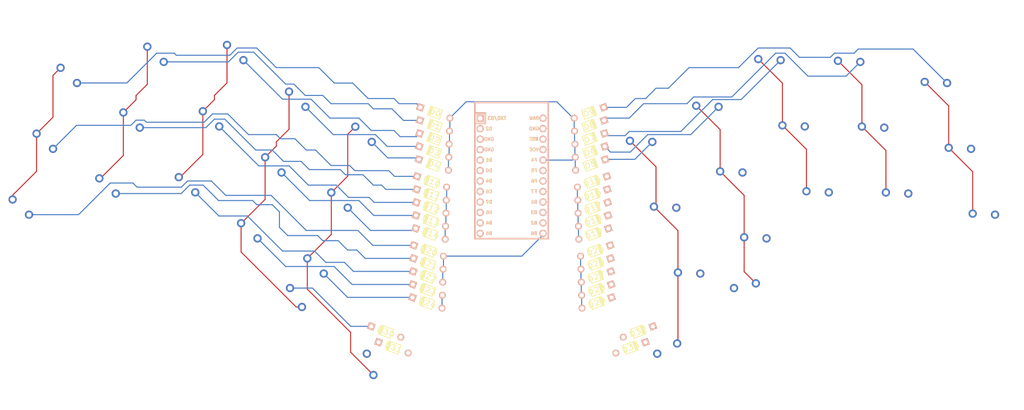
<source format=kicad_pcb>
(kicad_pcb (version 20171130) (host pcbnew "(5.1.10)-1")

  (general
    (thickness 1.6)
    (drawings 0)
    (tracks 304)
    (zones 0)
    (modules 69)
    (nets 59)
  )

  (page A4)
  (layers
    (0 F.Cu signal)
    (31 B.Cu signal)
    (32 B.Adhes user)
    (33 F.Adhes user)
    (34 B.Paste user)
    (35 F.Paste user)
    (36 B.SilkS user)
    (37 F.SilkS user)
    (38 B.Mask user)
    (39 F.Mask user)
    (40 Dwgs.User user)
    (41 Cmts.User user)
    (42 Eco1.User user)
    (43 Eco2.User user)
    (44 Edge.Cuts user)
    (45 Margin user)
    (46 B.CrtYd user)
    (47 F.CrtYd user)
    (48 B.Fab user)
    (49 F.Fab user)
  )

  (setup
    (last_trace_width 0.25)
    (trace_clearance 0.2)
    (zone_clearance 0.508)
    (zone_45_only no)
    (trace_min 0.2)
    (via_size 0.8)
    (via_drill 0.4)
    (via_min_size 0.4)
    (via_min_drill 0.3)
    (uvia_size 0.3)
    (uvia_drill 0.1)
    (uvias_allowed no)
    (uvia_min_size 0.2)
    (uvia_min_drill 0.1)
    (edge_width 0.05)
    (segment_width 0.2)
    (pcb_text_width 0.3)
    (pcb_text_size 1.5 1.5)
    (mod_edge_width 0.12)
    (mod_text_size 1 1)
    (mod_text_width 0.15)
    (pad_size 1.524 1.524)
    (pad_drill 0.762)
    (pad_to_mask_clearance 0)
    (aux_axis_origin 0 0)
    (visible_elements 7FFFFFFF)
    (pcbplotparams
      (layerselection 0x010fc_ffffffff)
      (usegerberextensions false)
      (usegerberattributes true)
      (usegerberadvancedattributes true)
      (creategerberjobfile true)
      (excludeedgelayer true)
      (linewidth 0.100000)
      (plotframeref false)
      (viasonmask false)
      (mode 1)
      (useauxorigin false)
      (hpglpennumber 1)
      (hpglpenspeed 20)
      (hpglpendiameter 15.000000)
      (psnegative false)
      (psa4output false)
      (plotreference true)
      (plotvalue true)
      (plotinvisibletext false)
      (padsonsilk false)
      (subtractmaskfromsilk false)
      (outputformat 1)
      (mirror false)
      (drillshape 1)
      (scaleselection 1)
      (outputdirectory ""))
  )

  (net 0 "")
  (net 1 "Net-(D0-Pad2)")
  (net 2 ROW0)
  (net 3 "Net-(D1-Pad2)")
  (net 4 "Net-(D2-Pad2)")
  (net 5 "Net-(D3-Pad2)")
  (net 6 "Net-(D4-Pad2)")
  (net 7 "Net-(D5-Pad2)")
  (net 8 "Net-(D6-Pad2)")
  (net 9 "Net-(D7-Pad2)")
  (net 10 "Net-(D8-Pad2)")
  (net 11 "Net-(D9-Pad2)")
  (net 12 "Net-(D10-Pad2)")
  (net 13 ROW1)
  (net 14 "Net-(D11-Pad2)")
  (net 15 "Net-(D12-Pad2)")
  (net 16 "Net-(D13-Pad2)")
  (net 17 "Net-(D14-Pad2)")
  (net 18 "Net-(D15-Pad2)")
  (net 19 "Net-(D16-Pad2)")
  (net 20 "Net-(D17-Pad2)")
  (net 21 "Net-(D18-Pad2)")
  (net 22 "Net-(D19-Pad2)")
  (net 23 "Net-(D20-Pad2)")
  (net 24 ROW2)
  (net 25 "Net-(D21-Pad2)")
  (net 26 "Net-(D22-Pad2)")
  (net 27 "Net-(D23-Pad2)")
  (net 28 "Net-(D24-Pad2)")
  (net 29 "Net-(D25-Pad2)")
  (net 30 "Net-(D26-Pad2)")
  (net 31 "Net-(D27-Pad2)")
  (net 32 "Net-(D28-Pad2)")
  (net 33 "Net-(D29-Pad2)")
  (net 34 "Net-(D30-Pad2)")
  (net 35 ROW3)
  (net 36 "Net-(D31-Pad2)")
  (net 37 "Net-(D32-Pad2)")
  (net 38 "Net-(D33-Pad2)")
  (net 39 COL0)
  (net 40 COL1)
  (net 41 COL2)
  (net 42 COL3)
  (net 43 COL4)
  (net 44 COL5)
  (net 45 COL6)
  (net 46 COL7)
  (net 47 COL8)
  (net 48 COL9)
  (net 49 "Net-(U0-Pad24)")
  (net 50 "Net-(U0-Pad23)")
  (net 51 "Net-(U0-Pad22)")
  (net 52 "Net-(U0-Pad21)")
  (net 53 "Net-(U0-Pad11)")
  (net 54 "Net-(U0-Pad5)")
  (net 55 "Net-(U0-Pad4)")
  (net 56 "Net-(U0-Pad3)")
  (net 57 "Net-(U0-Pad2)")
  (net 58 "Net-(U0-Pad1)")

  (net_class Default "This is the default net class."
    (clearance 0.2)
    (trace_width 0.25)
    (via_dia 0.8)
    (via_drill 0.4)
    (uvia_dia 0.3)
    (uvia_drill 0.1)
    (add_net COL0)
    (add_net COL1)
    (add_net COL2)
    (add_net COL3)
    (add_net COL4)
    (add_net COL5)
    (add_net COL6)
    (add_net COL7)
    (add_net COL8)
    (add_net COL9)
    (add_net "Net-(D0-Pad2)")
    (add_net "Net-(D1-Pad2)")
    (add_net "Net-(D10-Pad2)")
    (add_net "Net-(D11-Pad2)")
    (add_net "Net-(D12-Pad2)")
    (add_net "Net-(D13-Pad2)")
    (add_net "Net-(D14-Pad2)")
    (add_net "Net-(D15-Pad2)")
    (add_net "Net-(D16-Pad2)")
    (add_net "Net-(D17-Pad2)")
    (add_net "Net-(D18-Pad2)")
    (add_net "Net-(D19-Pad2)")
    (add_net "Net-(D2-Pad2)")
    (add_net "Net-(D20-Pad2)")
    (add_net "Net-(D21-Pad2)")
    (add_net "Net-(D22-Pad2)")
    (add_net "Net-(D23-Pad2)")
    (add_net "Net-(D24-Pad2)")
    (add_net "Net-(D25-Pad2)")
    (add_net "Net-(D26-Pad2)")
    (add_net "Net-(D27-Pad2)")
    (add_net "Net-(D28-Pad2)")
    (add_net "Net-(D29-Pad2)")
    (add_net "Net-(D3-Pad2)")
    (add_net "Net-(D30-Pad2)")
    (add_net "Net-(D31-Pad2)")
    (add_net "Net-(D32-Pad2)")
    (add_net "Net-(D33-Pad2)")
    (add_net "Net-(D4-Pad2)")
    (add_net "Net-(D5-Pad2)")
    (add_net "Net-(D6-Pad2)")
    (add_net "Net-(D7-Pad2)")
    (add_net "Net-(D8-Pad2)")
    (add_net "Net-(D9-Pad2)")
    (add_net "Net-(U0-Pad1)")
    (add_net "Net-(U0-Pad11)")
    (add_net "Net-(U0-Pad2)")
    (add_net "Net-(U0-Pad21)")
    (add_net "Net-(U0-Pad22)")
    (add_net "Net-(U0-Pad23)")
    (add_net "Net-(U0-Pad24)")
    (add_net "Net-(U0-Pad3)")
    (add_net "Net-(U0-Pad4)")
    (add_net "Net-(U0-Pad5)")
    (add_net ROW0)
    (add_net ROW1)
    (add_net ROW2)
    (add_net ROW3)
  )

  (module Kailh_Choc:KailhChoc-1U (layer F.Cu) (tedit 61709BBA) (tstamp 61709A21)
    (at 205.761919 100.640237 200)
    (path /5FD49C33)
    (fp_text reference MX26 (at 0 3.175 20) (layer Dwgs.User)
      (effects (font (size 1 1) (thickness 0.15)))
    )
    (fp_text value MX-NoLED (at 0 -7.9375 20) (layer Dwgs.User)
      (effects (font (size 1 1) (thickness 0.15)))
    )
    (fp_line (start 5 -7) (end 7 -7) (layer Dwgs.User) (width 0.15))
    (fp_line (start 7 -7) (end 7 -5) (layer Dwgs.User) (width 0.15))
    (fp_line (start 5 7) (end 7 7) (layer Dwgs.User) (width 0.15))
    (fp_line (start 7 7) (end 7 5) (layer Dwgs.User) (width 0.15))
    (fp_line (start -7 5) (end -7 7) (layer Dwgs.User) (width 0.15))
    (fp_line (start -7 7) (end -5 7) (layer Dwgs.User) (width 0.15))
    (fp_line (start -5 -7) (end -7 -7) (layer Dwgs.User) (width 0.15))
    (fp_line (start -7 -7) (end -7 -5) (layer Dwgs.User) (width 0.15))
    (pad 2 thru_hole circle (at 0 -5.9 200) (size 2 2) (drill 1.2) (layers *.Cu B.Mask)
      (net 30 "Net-(D26-Pad2)"))
    (pad "" np_thru_hole circle (at 0 0 200) (size 3.4 3.4) (drill 3.4) (layers *.Cu *.Mask))
    (pad 1 thru_hole circle (at 5 -3.8 200) (size 2 2) (drill 1.2) (layers *.Cu B.Mask)
      (net 45 COL6))
    (pad "" np_thru_hole circle (at -5.5 0 248.1) (size 1.9 1.9) (drill 1.9) (layers *.Cu *.Mask))
    (pad "" np_thru_hole circle (at 5.5 0 248.1) (size 1.9 1.9) (drill 1.9) (layers *.Cu *.Mask))
    (pad "" np_thru_hole circle (at -5.22 4.2 200) (size 1.2 1.2) (drill 1.2) (layers *.Cu *.Mask))
  )

  (module Kailh_Choc:KailhChoc-1U (layer F.Cu) (tedit 61709BBA) (tstamp 61709ABB)
    (at 203.284744 123.072299 35)
    (path /61783ADA)
    (fp_text reference MX33 (at 0 3.175 35) (layer Dwgs.User)
      (effects (font (size 1 1) (thickness 0.15)))
    )
    (fp_text value MX-NoLED (at 0 -7.9375 35) (layer Dwgs.User)
      (effects (font (size 1 1) (thickness 0.15)))
    )
    (fp_line (start -7 -7) (end -7 -5) (layer Dwgs.User) (width 0.15))
    (fp_line (start -5 -7) (end -7 -7) (layer Dwgs.User) (width 0.15))
    (fp_line (start -7 7) (end -5 7) (layer Dwgs.User) (width 0.15))
    (fp_line (start -7 5) (end -7 7) (layer Dwgs.User) (width 0.15))
    (fp_line (start 7 7) (end 7 5) (layer Dwgs.User) (width 0.15))
    (fp_line (start 5 7) (end 7 7) (layer Dwgs.User) (width 0.15))
    (fp_line (start 7 -7) (end 7 -5) (layer Dwgs.User) (width 0.15))
    (fp_line (start 5 -7) (end 7 -7) (layer Dwgs.User) (width 0.15))
    (pad "" np_thru_hole circle (at -5.22 4.2 35) (size 1.2 1.2) (drill 1.2) (layers *.Cu *.Mask))
    (pad "" np_thru_hole circle (at 5.5 0 83.1) (size 1.9 1.9) (drill 1.9) (layers *.Cu *.Mask))
    (pad "" np_thru_hole circle (at -5.5 0 83.1) (size 1.9 1.9) (drill 1.9) (layers *.Cu *.Mask))
    (pad 1 thru_hole circle (at 5 -3.8 35) (size 2 2) (drill 1.2) (layers *.Cu B.Mask)
      (net 45 COL6))
    (pad "" np_thru_hole circle (at 0 0 35) (size 3.4 3.4) (drill 3.4) (layers *.Cu *.Mask))
    (pad 2 thru_hole circle (at 0 -5.9 35) (size 2 2) (drill 1.2) (layers *.Cu B.Mask)
      (net 38 "Net-(D33-Pad2)"))
  )

  (module Kailh_Choc:KailhChoc-1U (layer F.Cu) (tedit 61709BBA) (tstamp 61709AA5)
    (at 185.817514 137.943274 50)
    (path /61783AE7)
    (fp_text reference MX32 (at 0 3.175 50) (layer Dwgs.User)
      (effects (font (size 1 1) (thickness 0.15)))
    )
    (fp_text value MX-NoLED (at 0 -7.9375 50) (layer Dwgs.User)
      (effects (font (size 1 1) (thickness 0.15)))
    )
    (fp_line (start 5 -7) (end 7 -7) (layer Dwgs.User) (width 0.15))
    (fp_line (start 7 -7) (end 7 -5) (layer Dwgs.User) (width 0.15))
    (fp_line (start 5 7) (end 7 7) (layer Dwgs.User) (width 0.15))
    (fp_line (start 7 7) (end 7 5) (layer Dwgs.User) (width 0.15))
    (fp_line (start -7 5) (end -7 7) (layer Dwgs.User) (width 0.15))
    (fp_line (start -7 7) (end -5 7) (layer Dwgs.User) (width 0.15))
    (fp_line (start -5 -7) (end -7 -7) (layer Dwgs.User) (width 0.15))
    (fp_line (start -7 -7) (end -7 -5) (layer Dwgs.User) (width 0.15))
    (pad 2 thru_hole circle (at 0 -5.9 50) (size 2 2) (drill 1.2) (layers *.Cu B.Mask)
      (net 37 "Net-(D32-Pad2)"))
    (pad "" np_thru_hole circle (at 0 0 50) (size 3.4 3.4) (drill 3.4) (layers *.Cu *.Mask))
    (pad 1 thru_hole circle (at 5 -3.8 50) (size 2 2) (drill 1.2) (layers *.Cu B.Mask)
      (net 44 COL5))
    (pad "" np_thru_hole circle (at -5.5 0 98.1) (size 1.9 1.9) (drill 1.9) (layers *.Cu *.Mask))
    (pad "" np_thru_hole circle (at 5.5 0 98.1) (size 1.9 1.9) (drill 1.9) (layers *.Cu *.Mask))
    (pad "" np_thru_hole circle (at -5.22 4.2 50) (size 1.2 1.2) (drill 1.2) (layers *.Cu *.Mask))
  )

  (module Kailh_Choc:KailhChoc-1U (layer F.Cu) (tedit 61709BBA) (tstamp 61709A8F)
    (at 106.401562 137.941345 310)
    (path /5FFB15FE)
    (fp_text reference MX31 (at 0 3.175 130) (layer Dwgs.User)
      (effects (font (size 1 1) (thickness 0.15)))
    )
    (fp_text value MX-NoLED (at 0 -7.9375 130) (layer Dwgs.User)
      (effects (font (size 1 1) (thickness 0.15)))
    )
    (fp_line (start -7 -7) (end -7 -5) (layer Dwgs.User) (width 0.15))
    (fp_line (start -5 -7) (end -7 -7) (layer Dwgs.User) (width 0.15))
    (fp_line (start -7 7) (end -5 7) (layer Dwgs.User) (width 0.15))
    (fp_line (start -7 5) (end -7 7) (layer Dwgs.User) (width 0.15))
    (fp_line (start 7 7) (end 7 5) (layer Dwgs.User) (width 0.15))
    (fp_line (start 5 7) (end 7 7) (layer Dwgs.User) (width 0.15))
    (fp_line (start 7 -7) (end 7 -5) (layer Dwgs.User) (width 0.15))
    (fp_line (start 5 -7) (end 7 -7) (layer Dwgs.User) (width 0.15))
    (pad "" np_thru_hole circle (at -5.22 4.2 310) (size 1.2 1.2) (drill 1.2) (layers *.Cu *.Mask))
    (pad "" np_thru_hole circle (at 5.5 0 358.1) (size 1.9 1.9) (drill 1.9) (layers *.Cu *.Mask))
    (pad "" np_thru_hole circle (at -5.5 0 358.1) (size 1.9 1.9) (drill 1.9) (layers *.Cu *.Mask))
    (pad 1 thru_hole circle (at 5 -3.8 310) (size 2 2) (drill 1.2) (layers *.Cu B.Mask)
      (net 43 COL4))
    (pad "" np_thru_hole circle (at 0 0 310) (size 3.4 3.4) (drill 3.4) (layers *.Cu *.Mask))
    (pad 2 thru_hole circle (at 0 -5.9 310) (size 2 2) (drill 1.2) (layers *.Cu B.Mask)
      (net 36 "Net-(D31-Pad2)"))
  )

  (module Kailh_Choc:KailhChoc-1U (layer F.Cu) (tedit 61709BBA) (tstamp 61709A79)
    (at 88.934331 123.070371 325)
    (path /5FD4B7A6)
    (fp_text reference MX30 (at 0 3.175 145) (layer Dwgs.User)
      (effects (font (size 1 1) (thickness 0.15)))
    )
    (fp_text value MX-NoLED (at 0 -7.9375 145) (layer Dwgs.User)
      (effects (font (size 1 1) (thickness 0.15)))
    )
    (fp_line (start -7 -7) (end -7 -5) (layer Dwgs.User) (width 0.15))
    (fp_line (start -5 -7) (end -7 -7) (layer Dwgs.User) (width 0.15))
    (fp_line (start -7 7) (end -5 7) (layer Dwgs.User) (width 0.15))
    (fp_line (start -7 5) (end -7 7) (layer Dwgs.User) (width 0.15))
    (fp_line (start 7 7) (end 7 5) (layer Dwgs.User) (width 0.15))
    (fp_line (start 5 7) (end 7 7) (layer Dwgs.User) (width 0.15))
    (fp_line (start 7 -7) (end 7 -5) (layer Dwgs.User) (width 0.15))
    (fp_line (start 5 -7) (end 7 -7) (layer Dwgs.User) (width 0.15))
    (pad "" np_thru_hole circle (at -5.22 4.2 325) (size 1.2 1.2) (drill 1.2) (layers *.Cu *.Mask))
    (pad "" np_thru_hole circle (at 5.5 0 13.1) (size 1.9 1.9) (drill 1.9) (layers *.Cu *.Mask))
    (pad "" np_thru_hole circle (at -5.5 0 13.1) (size 1.9 1.9) (drill 1.9) (layers *.Cu *.Mask))
    (pad 1 thru_hole circle (at 5 -3.8 325) (size 2 2) (drill 1.2) (layers *.Cu B.Mask)
      (net 42 COL3))
    (pad "" np_thru_hole circle (at 0 0 325) (size 3.4 3.4) (drill 3.4) (layers *.Cu *.Mask))
    (pad 2 thru_hole circle (at 0 -5.9 325) (size 2 2) (drill 1.2) (layers *.Cu B.Mask)
      (net 34 "Net-(D30-Pad2)"))
  )

  (module Kailh_Choc:KailhChoc-1U (layer F.Cu) (tedit 61709BBA) (tstamp 61709A63)
    (at 261.133537 94.88707 200)
    (path /5FD49C5A)
    (fp_text reference MX29 (at 0 3.175 20) (layer Dwgs.User)
      (effects (font (size 1 1) (thickness 0.15)))
    )
    (fp_text value MX-NoLED (at 0 -7.9375 20) (layer Dwgs.User)
      (effects (font (size 1 1) (thickness 0.15)))
    )
    (fp_line (start 5 -7) (end 7 -7) (layer Dwgs.User) (width 0.15))
    (fp_line (start 7 -7) (end 7 -5) (layer Dwgs.User) (width 0.15))
    (fp_line (start 5 7) (end 7 7) (layer Dwgs.User) (width 0.15))
    (fp_line (start 7 7) (end 7 5) (layer Dwgs.User) (width 0.15))
    (fp_line (start -7 5) (end -7 7) (layer Dwgs.User) (width 0.15))
    (fp_line (start -7 7) (end -5 7) (layer Dwgs.User) (width 0.15))
    (fp_line (start -5 -7) (end -7 -7) (layer Dwgs.User) (width 0.15))
    (fp_line (start -7 -7) (end -7 -5) (layer Dwgs.User) (width 0.15))
    (pad 2 thru_hole circle (at 0 -5.9 200) (size 2 2) (drill 1.2) (layers *.Cu B.Mask)
      (net 33 "Net-(D29-Pad2)"))
    (pad "" np_thru_hole circle (at 0 0 200) (size 3.4 3.4) (drill 3.4) (layers *.Cu *.Mask))
    (pad 1 thru_hole circle (at 5 -3.8 200) (size 2 2) (drill 1.2) (layers *.Cu B.Mask)
      (net 48 COL9))
    (pad "" np_thru_hole circle (at -5.5 0 248.1) (size 1.9 1.9) (drill 1.9) (layers *.Cu *.Mask))
    (pad "" np_thru_hole circle (at 5.5 0 248.1) (size 1.9 1.9) (drill 1.9) (layers *.Cu *.Mask))
    (pad "" np_thru_hole circle (at -5.22 4.2 200) (size 1.2 1.2) (drill 1.2) (layers *.Cu *.Mask))
  )

  (module Kailh_Choc:KailhChoc-1U (layer F.Cu) (tedit 61709BBA) (tstamp 61709A4D)
    (at 240.112092 89.759603 200)
    (path /5FD49C4D)
    (fp_text reference MX28 (at 0 3.175 20) (layer Dwgs.User)
      (effects (font (size 1 1) (thickness 0.15)))
    )
    (fp_text value MX-NoLED (at 0 -7.9375 20) (layer Dwgs.User)
      (effects (font (size 1 1) (thickness 0.15)))
    )
    (fp_line (start 5 -7) (end 7 -7) (layer Dwgs.User) (width 0.15))
    (fp_line (start 7 -7) (end 7 -5) (layer Dwgs.User) (width 0.15))
    (fp_line (start 5 7) (end 7 7) (layer Dwgs.User) (width 0.15))
    (fp_line (start 7 7) (end 7 5) (layer Dwgs.User) (width 0.15))
    (fp_line (start -7 5) (end -7 7) (layer Dwgs.User) (width 0.15))
    (fp_line (start -7 7) (end -5 7) (layer Dwgs.User) (width 0.15))
    (fp_line (start -5 -7) (end -7 -7) (layer Dwgs.User) (width 0.15))
    (fp_line (start -7 -7) (end -7 -5) (layer Dwgs.User) (width 0.15))
    (pad 2 thru_hole circle (at 0 -5.9 200) (size 2 2) (drill 1.2) (layers *.Cu B.Mask)
      (net 32 "Net-(D28-Pad2)"))
    (pad "" np_thru_hole circle (at 0 0 200) (size 3.4 3.4) (drill 3.4) (layers *.Cu *.Mask))
    (pad 1 thru_hole circle (at 5 -3.8 200) (size 2 2) (drill 1.2) (layers *.Cu B.Mask)
      (net 47 COL8))
    (pad "" np_thru_hole circle (at -5.5 0 248.1) (size 1.9 1.9) (drill 1.9) (layers *.Cu *.Mask))
    (pad "" np_thru_hole circle (at 5.5 0 248.1) (size 1.9 1.9) (drill 1.9) (layers *.Cu *.Mask))
    (pad "" np_thru_hole circle (at -5.22 4.2 200) (size 1.2 1.2) (drill 1.2) (layers *.Cu *.Mask))
  )

  (module Kailh_Choc:KailhChoc-1U (layer F.Cu) (tedit 61709BBA) (tstamp 61709A37)
    (at 220.85205 89.471554 200)
    (path /5FD49C40)
    (fp_text reference MX27 (at 0 3.175 20) (layer Dwgs.User)
      (effects (font (size 1 1) (thickness 0.15)))
    )
    (fp_text value MX-NoLED (at 0 -7.9375 20) (layer Dwgs.User)
      (effects (font (size 1 1) (thickness 0.15)))
    )
    (fp_line (start 5 -7) (end 7 -7) (layer Dwgs.User) (width 0.15))
    (fp_line (start 7 -7) (end 7 -5) (layer Dwgs.User) (width 0.15))
    (fp_line (start 5 7) (end 7 7) (layer Dwgs.User) (width 0.15))
    (fp_line (start 7 7) (end 7 5) (layer Dwgs.User) (width 0.15))
    (fp_line (start -7 5) (end -7 7) (layer Dwgs.User) (width 0.15))
    (fp_line (start -7 7) (end -5 7) (layer Dwgs.User) (width 0.15))
    (fp_line (start -5 -7) (end -7 -7) (layer Dwgs.User) (width 0.15))
    (fp_line (start -7 -7) (end -7 -5) (layer Dwgs.User) (width 0.15))
    (pad 2 thru_hole circle (at 0 -5.9 200) (size 2 2) (drill 1.2) (layers *.Cu B.Mask)
      (net 31 "Net-(D27-Pad2)"))
    (pad "" np_thru_hole circle (at 0 0 200) (size 3.4 3.4) (drill 3.4) (layers *.Cu *.Mask))
    (pad 1 thru_hole circle (at 5 -3.8 200) (size 2 2) (drill 1.2) (layers *.Cu B.Mask)
      (net 46 COL7))
    (pad "" np_thru_hole circle (at -5.5 0 248.1) (size 1.9 1.9) (drill 1.9) (layers *.Cu *.Mask))
    (pad "" np_thru_hole circle (at 5.5 0 248.1) (size 1.9 1.9) (drill 1.9) (layers *.Cu *.Mask))
    (pad "" np_thru_hole circle (at -5.22 4.2 200) (size 1.2 1.2) (drill 1.2) (layers *.Cu *.Mask))
  )

  (module Kailh_Choc:KailhChoc-1U (layer F.Cu) (tedit 61709BBA) (tstamp 61709A0B)
    (at 189.713446 109.175901 200)
    (path /5FD49C26)
    (fp_text reference MX25 (at 0 3.175 20) (layer Dwgs.User)
      (effects (font (size 1 1) (thickness 0.15)))
    )
    (fp_text value MX-NoLED (at 0 -7.9375 20) (layer Dwgs.User)
      (effects (font (size 1 1) (thickness 0.15)))
    )
    (fp_line (start 5 -7) (end 7 -7) (layer Dwgs.User) (width 0.15))
    (fp_line (start 7 -7) (end 7 -5) (layer Dwgs.User) (width 0.15))
    (fp_line (start 5 7) (end 7 7) (layer Dwgs.User) (width 0.15))
    (fp_line (start 7 7) (end 7 5) (layer Dwgs.User) (width 0.15))
    (fp_line (start -7 5) (end -7 7) (layer Dwgs.User) (width 0.15))
    (fp_line (start -7 7) (end -5 7) (layer Dwgs.User) (width 0.15))
    (fp_line (start -5 -7) (end -7 -7) (layer Dwgs.User) (width 0.15))
    (fp_line (start -7 -7) (end -7 -5) (layer Dwgs.User) (width 0.15))
    (pad 2 thru_hole circle (at 0 -5.9 200) (size 2 2) (drill 1.2) (layers *.Cu B.Mask)
      (net 29 "Net-(D25-Pad2)"))
    (pad "" np_thru_hole circle (at 0 0 200) (size 3.4 3.4) (drill 3.4) (layers *.Cu *.Mask))
    (pad 1 thru_hole circle (at 5 -3.8 200) (size 2 2) (drill 1.2) (layers *.Cu B.Mask)
      (net 44 COL5))
    (pad "" np_thru_hole circle (at -5.5 0 248.1) (size 1.9 1.9) (drill 1.9) (layers *.Cu *.Mask))
    (pad "" np_thru_hole circle (at 5.5 0 248.1) (size 1.9 1.9) (drill 1.9) (layers *.Cu *.Mask))
    (pad "" np_thru_hole circle (at -5.22 4.2 200) (size 1.2 1.2) (drill 1.2) (layers *.Cu *.Mask))
  )

  (module Kailh_Choc:KailhChoc-1U (layer F.Cu) (tedit 61709BBA) (tstamp 617099F5)
    (at 102.505629 109.173973 160)
    (path /5FD49C19)
    (fp_text reference MX24 (at 0 3.175 160) (layer Dwgs.User)
      (effects (font (size 1 1) (thickness 0.15)))
    )
    (fp_text value MX-NoLED (at 0 -7.9375 160) (layer Dwgs.User)
      (effects (font (size 1 1) (thickness 0.15)))
    )
    (fp_line (start -7 -7) (end -7 -5) (layer Dwgs.User) (width 0.15))
    (fp_line (start -5 -7) (end -7 -7) (layer Dwgs.User) (width 0.15))
    (fp_line (start -7 7) (end -5 7) (layer Dwgs.User) (width 0.15))
    (fp_line (start -7 5) (end -7 7) (layer Dwgs.User) (width 0.15))
    (fp_line (start 7 7) (end 7 5) (layer Dwgs.User) (width 0.15))
    (fp_line (start 5 7) (end 7 7) (layer Dwgs.User) (width 0.15))
    (fp_line (start 7 -7) (end 7 -5) (layer Dwgs.User) (width 0.15))
    (fp_line (start 5 -7) (end 7 -7) (layer Dwgs.User) (width 0.15))
    (pad "" np_thru_hole circle (at -5.22 4.2 160) (size 1.2 1.2) (drill 1.2) (layers *.Cu *.Mask))
    (pad "" np_thru_hole circle (at 5.5 0 208.1) (size 1.9 1.9) (drill 1.9) (layers *.Cu *.Mask))
    (pad "" np_thru_hole circle (at -5.5 0 208.1) (size 1.9 1.9) (drill 1.9) (layers *.Cu *.Mask))
    (pad 1 thru_hole circle (at 5 -3.8 160) (size 2 2) (drill 1.2) (layers *.Cu B.Mask)
      (net 43 COL4))
    (pad "" np_thru_hole circle (at 0 0 160) (size 3.4 3.4) (drill 3.4) (layers *.Cu *.Mask))
    (pad 2 thru_hole circle (at 0 -5.9 160) (size 2 2) (drill 1.2) (layers *.Cu B.Mask)
      (net 28 "Net-(D24-Pad2)"))
  )

  (module Kailh_Choc:KailhChoc-1U (layer F.Cu) (tedit 61709BBA) (tstamp 617099DF)
    (at 86.457157 100.638308 160)
    (path /5FD49C0C)
    (fp_text reference MX23 (at 0 3.175 160) (layer Dwgs.User)
      (effects (font (size 1 1) (thickness 0.15)))
    )
    (fp_text value MX-NoLED (at 0 -7.9375 160) (layer Dwgs.User)
      (effects (font (size 1 1) (thickness 0.15)))
    )
    (fp_line (start -7 -7) (end -7 -5) (layer Dwgs.User) (width 0.15))
    (fp_line (start -5 -7) (end -7 -7) (layer Dwgs.User) (width 0.15))
    (fp_line (start -7 7) (end -5 7) (layer Dwgs.User) (width 0.15))
    (fp_line (start -7 5) (end -7 7) (layer Dwgs.User) (width 0.15))
    (fp_line (start 7 7) (end 7 5) (layer Dwgs.User) (width 0.15))
    (fp_line (start 5 7) (end 7 7) (layer Dwgs.User) (width 0.15))
    (fp_line (start 7 -7) (end 7 -5) (layer Dwgs.User) (width 0.15))
    (fp_line (start 5 -7) (end 7 -7) (layer Dwgs.User) (width 0.15))
    (pad "" np_thru_hole circle (at -5.22 4.2 160) (size 1.2 1.2) (drill 1.2) (layers *.Cu *.Mask))
    (pad "" np_thru_hole circle (at 5.5 0 208.1) (size 1.9 1.9) (drill 1.9) (layers *.Cu *.Mask))
    (pad "" np_thru_hole circle (at -5.5 0 208.1) (size 1.9 1.9) (drill 1.9) (layers *.Cu *.Mask))
    (pad 1 thru_hole circle (at 5 -3.8 160) (size 2 2) (drill 1.2) (layers *.Cu B.Mask)
      (net 42 COL3))
    (pad "" np_thru_hole circle (at 0 0 160) (size 3.4 3.4) (drill 3.4) (layers *.Cu *.Mask))
    (pad 2 thru_hole circle (at 0 -5.9 160) (size 2 2) (drill 1.2) (layers *.Cu B.Mask)
      (net 27 "Net-(D23-Pad2)"))
  )

  (module Kailh_Choc:KailhChoc-1U (layer F.Cu) (tedit 61709BBA) (tstamp 617099C9)
    (at 71.367025 89.469625 160)
    (path /5FD49BFF)
    (fp_text reference MX22 (at 0 3.175 160) (layer Dwgs.User)
      (effects (font (size 1 1) (thickness 0.15)))
    )
    (fp_text value MX-NoLED (at 0 -7.9375 160) (layer Dwgs.User)
      (effects (font (size 1 1) (thickness 0.15)))
    )
    (fp_line (start -7 -7) (end -7 -5) (layer Dwgs.User) (width 0.15))
    (fp_line (start -5 -7) (end -7 -7) (layer Dwgs.User) (width 0.15))
    (fp_line (start -7 7) (end -5 7) (layer Dwgs.User) (width 0.15))
    (fp_line (start -7 5) (end -7 7) (layer Dwgs.User) (width 0.15))
    (fp_line (start 7 7) (end 7 5) (layer Dwgs.User) (width 0.15))
    (fp_line (start 5 7) (end 7 7) (layer Dwgs.User) (width 0.15))
    (fp_line (start 7 -7) (end 7 -5) (layer Dwgs.User) (width 0.15))
    (fp_line (start 5 -7) (end 7 -7) (layer Dwgs.User) (width 0.15))
    (pad "" np_thru_hole circle (at -5.22 4.2 160) (size 1.2 1.2) (drill 1.2) (layers *.Cu *.Mask))
    (pad "" np_thru_hole circle (at 5.5 0 208.1) (size 1.9 1.9) (drill 1.9) (layers *.Cu *.Mask))
    (pad "" np_thru_hole circle (at -5.5 0 208.1) (size 1.9 1.9) (drill 1.9) (layers *.Cu *.Mask))
    (pad 1 thru_hole circle (at 5 -3.8 160) (size 2 2) (drill 1.2) (layers *.Cu B.Mask)
      (net 41 COL2))
    (pad "" np_thru_hole circle (at 0 0 160) (size 3.4 3.4) (drill 3.4) (layers *.Cu *.Mask))
    (pad 2 thru_hole circle (at 0 -5.9 160) (size 2 2) (drill 1.2) (layers *.Cu B.Mask)
      (net 26 "Net-(D22-Pad2)"))
  )

  (module Kailh_Choc:KailhChoc-1U (layer F.Cu) (tedit 61709BBA) (tstamp 617099B3)
    (at 52.106984 89.757675 160)
    (path /5FD49BF2)
    (fp_text reference MX21 (at 0 3.175 160) (layer Dwgs.User)
      (effects (font (size 1 1) (thickness 0.15)))
    )
    (fp_text value MX-NoLED (at 0 -7.9375 160) (layer Dwgs.User)
      (effects (font (size 1 1) (thickness 0.15)))
    )
    (fp_line (start -7 -7) (end -7 -5) (layer Dwgs.User) (width 0.15))
    (fp_line (start -5 -7) (end -7 -7) (layer Dwgs.User) (width 0.15))
    (fp_line (start -7 7) (end -5 7) (layer Dwgs.User) (width 0.15))
    (fp_line (start -7 5) (end -7 7) (layer Dwgs.User) (width 0.15))
    (fp_line (start 7 7) (end 7 5) (layer Dwgs.User) (width 0.15))
    (fp_line (start 5 7) (end 7 7) (layer Dwgs.User) (width 0.15))
    (fp_line (start 7 -7) (end 7 -5) (layer Dwgs.User) (width 0.15))
    (fp_line (start 5 -7) (end 7 -7) (layer Dwgs.User) (width 0.15))
    (pad "" np_thru_hole circle (at -5.22 4.2 160) (size 1.2 1.2) (drill 1.2) (layers *.Cu *.Mask))
    (pad "" np_thru_hole circle (at 5.5 0 208.1) (size 1.9 1.9) (drill 1.9) (layers *.Cu *.Mask))
    (pad "" np_thru_hole circle (at -5.5 0 208.1) (size 1.9 1.9) (drill 1.9) (layers *.Cu *.Mask))
    (pad 1 thru_hole circle (at 5 -3.8 160) (size 2 2) (drill 1.2) (layers *.Cu B.Mask)
      (net 40 COL1))
    (pad "" np_thru_hole circle (at 0 0 160) (size 3.4 3.4) (drill 3.4) (layers *.Cu *.Mask))
    (pad 2 thru_hole circle (at 0 -5.9 160) (size 2 2) (drill 1.2) (layers *.Cu B.Mask)
      (net 25 "Net-(D21-Pad2)"))
  )

  (module Kailh_Choc:KailhChoc-1U (layer F.Cu) (tedit 61709BBA) (tstamp 6170999D)
    (at 31.085539 94.885141 160)
    (path /5FD49BE5)
    (fp_text reference MX20 (at 0 3.175 160) (layer Dwgs.User)
      (effects (font (size 1 1) (thickness 0.15)))
    )
    (fp_text value MX-NoLED (at 0 -7.9375 160) (layer Dwgs.User)
      (effects (font (size 1 1) (thickness 0.15)))
    )
    (fp_line (start -7 -7) (end -7 -5) (layer Dwgs.User) (width 0.15))
    (fp_line (start -5 -7) (end -7 -7) (layer Dwgs.User) (width 0.15))
    (fp_line (start -7 7) (end -5 7) (layer Dwgs.User) (width 0.15))
    (fp_line (start -7 5) (end -7 7) (layer Dwgs.User) (width 0.15))
    (fp_line (start 7 7) (end 7 5) (layer Dwgs.User) (width 0.15))
    (fp_line (start 5 7) (end 7 7) (layer Dwgs.User) (width 0.15))
    (fp_line (start 7 -7) (end 7 -5) (layer Dwgs.User) (width 0.15))
    (fp_line (start 5 -7) (end 7 -7) (layer Dwgs.User) (width 0.15))
    (pad "" np_thru_hole circle (at -5.22 4.2 160) (size 1.2 1.2) (drill 1.2) (layers *.Cu *.Mask))
    (pad "" np_thru_hole circle (at 5.5 0 208.1) (size 1.9 1.9) (drill 1.9) (layers *.Cu *.Mask))
    (pad "" np_thru_hole circle (at -5.5 0 208.1) (size 1.9 1.9) (drill 1.9) (layers *.Cu *.Mask))
    (pad 1 thru_hole circle (at 5 -3.8 160) (size 2 2) (drill 1.2) (layers *.Cu B.Mask)
      (net 39 COL0))
    (pad "" np_thru_hole circle (at 0 0 160) (size 3.4 3.4) (drill 3.4) (layers *.Cu *.Mask))
    (pad 2 thru_hole circle (at 0 -5.9 160) (size 2 2) (drill 1.2) (layers *.Cu B.Mask)
      (net 23 "Net-(D20-Pad2)"))
  )

  (module Kailh_Choc:KailhChoc-1U (layer F.Cu) (tedit 61709BBA) (tstamp 61709987)
    (at 255.319194 78.912295 200)
    (path /5FD3F04B)
    (fp_text reference MX19 (at 0 3.175 20) (layer Dwgs.User)
      (effects (font (size 1 1) (thickness 0.15)))
    )
    (fp_text value MX-NoLED (at 0 -7.9375 20) (layer Dwgs.User)
      (effects (font (size 1 1) (thickness 0.15)))
    )
    (fp_line (start 5 -7) (end 7 -7) (layer Dwgs.User) (width 0.15))
    (fp_line (start 7 -7) (end 7 -5) (layer Dwgs.User) (width 0.15))
    (fp_line (start 5 7) (end 7 7) (layer Dwgs.User) (width 0.15))
    (fp_line (start 7 7) (end 7 5) (layer Dwgs.User) (width 0.15))
    (fp_line (start -7 5) (end -7 7) (layer Dwgs.User) (width 0.15))
    (fp_line (start -7 7) (end -5 7) (layer Dwgs.User) (width 0.15))
    (fp_line (start -5 -7) (end -7 -7) (layer Dwgs.User) (width 0.15))
    (fp_line (start -7 -7) (end -7 -5) (layer Dwgs.User) (width 0.15))
    (pad 2 thru_hole circle (at 0 -5.9 200) (size 2 2) (drill 1.2) (layers *.Cu B.Mask)
      (net 22 "Net-(D19-Pad2)"))
    (pad "" np_thru_hole circle (at 0 0 200) (size 3.4 3.4) (drill 3.4) (layers *.Cu *.Mask))
    (pad 1 thru_hole circle (at 5 -3.8 200) (size 2 2) (drill 1.2) (layers *.Cu B.Mask)
      (net 48 COL9))
    (pad "" np_thru_hole circle (at -5.5 0 248.1) (size 1.9 1.9) (drill 1.9) (layers *.Cu *.Mask))
    (pad "" np_thru_hole circle (at 5.5 0 248.1) (size 1.9 1.9) (drill 1.9) (layers *.Cu *.Mask))
    (pad "" np_thru_hole circle (at -5.22 4.2 200) (size 1.2 1.2) (drill 1.2) (layers *.Cu *.Mask))
  )

  (module Kailh_Choc:KailhChoc-1U (layer F.Cu) (tedit 61709BBA) (tstamp 61709971)
    (at 234.291593 73.767914 200)
    (path /5FD3F03E)
    (fp_text reference MX18 (at 0 3.175 20) (layer Dwgs.User)
      (effects (font (size 1 1) (thickness 0.15)))
    )
    (fp_text value MX-NoLED (at 0 -7.9375 20) (layer Dwgs.User)
      (effects (font (size 1 1) (thickness 0.15)))
    )
    (fp_line (start 5 -7) (end 7 -7) (layer Dwgs.User) (width 0.15))
    (fp_line (start 7 -7) (end 7 -5) (layer Dwgs.User) (width 0.15))
    (fp_line (start 5 7) (end 7 7) (layer Dwgs.User) (width 0.15))
    (fp_line (start 7 7) (end 7 5) (layer Dwgs.User) (width 0.15))
    (fp_line (start -7 5) (end -7 7) (layer Dwgs.User) (width 0.15))
    (fp_line (start -7 7) (end -5 7) (layer Dwgs.User) (width 0.15))
    (fp_line (start -5 -7) (end -7 -7) (layer Dwgs.User) (width 0.15))
    (fp_line (start -7 -7) (end -7 -5) (layer Dwgs.User) (width 0.15))
    (pad 2 thru_hole circle (at 0 -5.9 200) (size 2 2) (drill 1.2) (layers *.Cu B.Mask)
      (net 21 "Net-(D18-Pad2)"))
    (pad "" np_thru_hole circle (at 0 0 200) (size 3.4 3.4) (drill 3.4) (layers *.Cu *.Mask))
    (pad 1 thru_hole circle (at 5 -3.8 200) (size 2 2) (drill 1.2) (layers *.Cu B.Mask)
      (net 47 COL8))
    (pad "" np_thru_hole circle (at -5.5 0 248.1) (size 1.9 1.9) (drill 1.9) (layers *.Cu *.Mask))
    (pad "" np_thru_hole circle (at 5.5 0 248.1) (size 1.9 1.9) (drill 1.9) (layers *.Cu *.Mask))
    (pad "" np_thru_hole circle (at -5.22 4.2 200) (size 1.2 1.2) (drill 1.2) (layers *.Cu *.Mask))
  )

  (module Kailh_Choc:KailhChoc-1U (layer F.Cu) (tedit 61709BBA) (tstamp 6170995B)
    (at 215.031552 73.479865 200)
    (path /5FD3F031)
    (fp_text reference MX17 (at 0 3.175 20) (layer Dwgs.User)
      (effects (font (size 1 1) (thickness 0.15)))
    )
    (fp_text value MX-NoLED (at 0 -7.9375 20) (layer Dwgs.User)
      (effects (font (size 1 1) (thickness 0.15)))
    )
    (fp_line (start 5 -7) (end 7 -7) (layer Dwgs.User) (width 0.15))
    (fp_line (start 7 -7) (end 7 -5) (layer Dwgs.User) (width 0.15))
    (fp_line (start 5 7) (end 7 7) (layer Dwgs.User) (width 0.15))
    (fp_line (start 7 7) (end 7 5) (layer Dwgs.User) (width 0.15))
    (fp_line (start -7 5) (end -7 7) (layer Dwgs.User) (width 0.15))
    (fp_line (start -7 7) (end -5 7) (layer Dwgs.User) (width 0.15))
    (fp_line (start -5 -7) (end -7 -7) (layer Dwgs.User) (width 0.15))
    (fp_line (start -7 -7) (end -7 -5) (layer Dwgs.User) (width 0.15))
    (pad 2 thru_hole circle (at 0 -5.9 200) (size 2 2) (drill 1.2) (layers *.Cu B.Mask)
      (net 20 "Net-(D17-Pad2)"))
    (pad "" np_thru_hole circle (at 0 0 200) (size 3.4 3.4) (drill 3.4) (layers *.Cu *.Mask))
    (pad 1 thru_hole circle (at 5 -3.8 200) (size 2 2) (drill 1.2) (layers *.Cu B.Mask)
      (net 46 COL7))
    (pad "" np_thru_hole circle (at -5.5 0 248.1) (size 1.9 1.9) (drill 1.9) (layers *.Cu *.Mask))
    (pad "" np_thru_hole circle (at 5.5 0 248.1) (size 1.9 1.9) (drill 1.9) (layers *.Cu *.Mask))
    (pad "" np_thru_hole circle (at -5.22 4.2 200) (size 1.2 1.2) (drill 1.2) (layers *.Cu *.Mask))
  )

  (module Kailh_Choc:KailhChoc-1U (layer F.Cu) (tedit 61709BBA) (tstamp 61709945)
    (at 199.94142 84.648548 200)
    (path /5FD3F024)
    (fp_text reference MX16 (at 0 3.175 20) (layer Dwgs.User)
      (effects (font (size 1 1) (thickness 0.15)))
    )
    (fp_text value MX-NoLED (at 0 -7.9375 20) (layer Dwgs.User)
      (effects (font (size 1 1) (thickness 0.15)))
    )
    (fp_line (start 5 -7) (end 7 -7) (layer Dwgs.User) (width 0.15))
    (fp_line (start 7 -7) (end 7 -5) (layer Dwgs.User) (width 0.15))
    (fp_line (start 5 7) (end 7 7) (layer Dwgs.User) (width 0.15))
    (fp_line (start 7 7) (end 7 5) (layer Dwgs.User) (width 0.15))
    (fp_line (start -7 5) (end -7 7) (layer Dwgs.User) (width 0.15))
    (fp_line (start -7 7) (end -5 7) (layer Dwgs.User) (width 0.15))
    (fp_line (start -5 -7) (end -7 -7) (layer Dwgs.User) (width 0.15))
    (fp_line (start -7 -7) (end -7 -5) (layer Dwgs.User) (width 0.15))
    (pad 2 thru_hole circle (at 0 -5.9 200) (size 2 2) (drill 1.2) (layers *.Cu B.Mask)
      (net 19 "Net-(D16-Pad2)"))
    (pad "" np_thru_hole circle (at 0 0 200) (size 3.4 3.4) (drill 3.4) (layers *.Cu *.Mask))
    (pad 1 thru_hole circle (at 5 -3.8 200) (size 2 2) (drill 1.2) (layers *.Cu B.Mask)
      (net 45 COL6))
    (pad "" np_thru_hole circle (at -5.5 0 248.1) (size 1.9 1.9) (drill 1.9) (layers *.Cu *.Mask))
    (pad "" np_thru_hole circle (at 5.5 0 248.1) (size 1.9 1.9) (drill 1.9) (layers *.Cu *.Mask))
    (pad "" np_thru_hole circle (at -5.22 4.2 200) (size 1.2 1.2) (drill 1.2) (layers *.Cu *.Mask))
  )

  (module Kailh_Choc:KailhChoc-1U (layer F.Cu) (tedit 61709BBA) (tstamp 6170992F)
    (at 183.899104 93.201127 200)
    (path /5FD3F017)
    (fp_text reference MX15 (at 0 3.175 20) (layer Dwgs.User)
      (effects (font (size 1 1) (thickness 0.15)))
    )
    (fp_text value MX-NoLED (at 0 -7.9375 20) (layer Dwgs.User)
      (effects (font (size 1 1) (thickness 0.15)))
    )
    (fp_line (start 5 -7) (end 7 -7) (layer Dwgs.User) (width 0.15))
    (fp_line (start 7 -7) (end 7 -5) (layer Dwgs.User) (width 0.15))
    (fp_line (start 5 7) (end 7 7) (layer Dwgs.User) (width 0.15))
    (fp_line (start 7 7) (end 7 5) (layer Dwgs.User) (width 0.15))
    (fp_line (start -7 5) (end -7 7) (layer Dwgs.User) (width 0.15))
    (fp_line (start -7 7) (end -5 7) (layer Dwgs.User) (width 0.15))
    (fp_line (start -5 -7) (end -7 -7) (layer Dwgs.User) (width 0.15))
    (fp_line (start -7 -7) (end -7 -5) (layer Dwgs.User) (width 0.15))
    (pad 2 thru_hole circle (at 0 -5.9 200) (size 2 2) (drill 1.2) (layers *.Cu B.Mask)
      (net 18 "Net-(D15-Pad2)"))
    (pad "" np_thru_hole circle (at 0 0 200) (size 3.4 3.4) (drill 3.4) (layers *.Cu *.Mask))
    (pad 1 thru_hole circle (at 5 -3.8 200) (size 2 2) (drill 1.2) (layers *.Cu B.Mask)
      (net 44 COL5))
    (pad "" np_thru_hole circle (at -5.5 0 248.1) (size 1.9 1.9) (drill 1.9) (layers *.Cu *.Mask))
    (pad "" np_thru_hole circle (at 5.5 0 248.1) (size 1.9 1.9) (drill 1.9) (layers *.Cu *.Mask))
    (pad "" np_thru_hole circle (at -5.22 4.2 200) (size 1.2 1.2) (drill 1.2) (layers *.Cu *.Mask))
  )

  (module Kailh_Choc:KailhChoc-1U (layer F.Cu) (tedit 61709BBA) (tstamp 61709919)
    (at 108.319971 93.199198 160)
    (path /5FD3F00A)
    (fp_text reference MX14 (at 0 3.175 160) (layer Dwgs.User)
      (effects (font (size 1 1) (thickness 0.15)))
    )
    (fp_text value MX-NoLED (at 0 -7.9375 160) (layer Dwgs.User)
      (effects (font (size 1 1) (thickness 0.15)))
    )
    (fp_line (start 5 -7) (end 7 -7) (layer Dwgs.User) (width 0.15))
    (fp_line (start 7 -7) (end 7 -5) (layer Dwgs.User) (width 0.15))
    (fp_line (start 5 7) (end 7 7) (layer Dwgs.User) (width 0.15))
    (fp_line (start 7 7) (end 7 5) (layer Dwgs.User) (width 0.15))
    (fp_line (start -7 5) (end -7 7) (layer Dwgs.User) (width 0.15))
    (fp_line (start -7 7) (end -5 7) (layer Dwgs.User) (width 0.15))
    (fp_line (start -5 -7) (end -7 -7) (layer Dwgs.User) (width 0.15))
    (fp_line (start -7 -7) (end -7 -5) (layer Dwgs.User) (width 0.15))
    (pad 2 thru_hole circle (at 0 -5.9 160) (size 2 2) (drill 1.2) (layers *.Cu B.Mask)
      (net 17 "Net-(D14-Pad2)"))
    (pad "" np_thru_hole circle (at 0 0 160) (size 3.4 3.4) (drill 3.4) (layers *.Cu *.Mask))
    (pad 1 thru_hole circle (at 5 -3.8 160) (size 2 2) (drill 1.2) (layers *.Cu B.Mask)
      (net 43 COL4))
    (pad "" np_thru_hole circle (at -5.5 0 208.1) (size 1.9 1.9) (drill 1.9) (layers *.Cu *.Mask))
    (pad "" np_thru_hole circle (at 5.5 0 208.1) (size 1.9 1.9) (drill 1.9) (layers *.Cu *.Mask))
    (pad "" np_thru_hole circle (at -5.22 4.2 160) (size 1.2 1.2) (drill 1.2) (layers *.Cu *.Mask))
  )

  (module Kailh_Choc:KailhChoc-1U (layer F.Cu) (tedit 61709BBA) (tstamp 61709903)
    (at 92.277656 84.646619 160)
    (path /5FD3EFFD)
    (fp_text reference MX13 (at 0 3.175 160) (layer Dwgs.User)
      (effects (font (size 1 1) (thickness 0.15)))
    )
    (fp_text value MX-NoLED (at 0 -7.9375 160) (layer Dwgs.User)
      (effects (font (size 1 1) (thickness 0.15)))
    )
    (fp_line (start -7 -7) (end -7 -5) (layer Dwgs.User) (width 0.15))
    (fp_line (start -5 -7) (end -7 -7) (layer Dwgs.User) (width 0.15))
    (fp_line (start -7 7) (end -5 7) (layer Dwgs.User) (width 0.15))
    (fp_line (start -7 5) (end -7 7) (layer Dwgs.User) (width 0.15))
    (fp_line (start 7 7) (end 7 5) (layer Dwgs.User) (width 0.15))
    (fp_line (start 5 7) (end 7 7) (layer Dwgs.User) (width 0.15))
    (fp_line (start 7 -7) (end 7 -5) (layer Dwgs.User) (width 0.15))
    (fp_line (start 5 -7) (end 7 -7) (layer Dwgs.User) (width 0.15))
    (pad "" np_thru_hole circle (at -5.22 4.2 160) (size 1.2 1.2) (drill 1.2) (layers *.Cu *.Mask))
    (pad "" np_thru_hole circle (at 5.5 0 208.1) (size 1.9 1.9) (drill 1.9) (layers *.Cu *.Mask))
    (pad "" np_thru_hole circle (at -5.5 0 208.1) (size 1.9 1.9) (drill 1.9) (layers *.Cu *.Mask))
    (pad 1 thru_hole circle (at 5 -3.8 160) (size 2 2) (drill 1.2) (layers *.Cu B.Mask)
      (net 42 COL3))
    (pad "" np_thru_hole circle (at 0 0 160) (size 3.4 3.4) (drill 3.4) (layers *.Cu *.Mask))
    (pad 2 thru_hole circle (at 0 -5.9 160) (size 2 2) (drill 1.2) (layers *.Cu B.Mask)
      (net 16 "Net-(D13-Pad2)"))
  )

  (module Kailh_Choc:KailhChoc-1U (layer F.Cu) (tedit 61709BBA) (tstamp 617098ED)
    (at 77.187524 73.477936 160)
    (path /5FD3EFF0)
    (fp_text reference MX12 (at 0 3.175 160) (layer Dwgs.User)
      (effects (font (size 1 1) (thickness 0.15)))
    )
    (fp_text value MX-NoLED (at 0 -7.9375 160) (layer Dwgs.User)
      (effects (font (size 1 1) (thickness 0.15)))
    )
    (fp_line (start -7 -7) (end -7 -5) (layer Dwgs.User) (width 0.15))
    (fp_line (start -5 -7) (end -7 -7) (layer Dwgs.User) (width 0.15))
    (fp_line (start -7 7) (end -5 7) (layer Dwgs.User) (width 0.15))
    (fp_line (start -7 5) (end -7 7) (layer Dwgs.User) (width 0.15))
    (fp_line (start 7 7) (end 7 5) (layer Dwgs.User) (width 0.15))
    (fp_line (start 5 7) (end 7 7) (layer Dwgs.User) (width 0.15))
    (fp_line (start 7 -7) (end 7 -5) (layer Dwgs.User) (width 0.15))
    (fp_line (start 5 -7) (end 7 -7) (layer Dwgs.User) (width 0.15))
    (pad "" np_thru_hole circle (at -5.22 4.2 160) (size 1.2 1.2) (drill 1.2) (layers *.Cu *.Mask))
    (pad "" np_thru_hole circle (at 5.5 0 208.1) (size 1.9 1.9) (drill 1.9) (layers *.Cu *.Mask))
    (pad "" np_thru_hole circle (at -5.5 0 208.1) (size 1.9 1.9) (drill 1.9) (layers *.Cu *.Mask))
    (pad 1 thru_hole circle (at 5 -3.8 160) (size 2 2) (drill 1.2) (layers *.Cu B.Mask)
      (net 41 COL2))
    (pad "" np_thru_hole circle (at 0 0 160) (size 3.4 3.4) (drill 3.4) (layers *.Cu *.Mask))
    (pad 2 thru_hole circle (at 0 -5.9 160) (size 2 2) (drill 1.2) (layers *.Cu B.Mask)
      (net 15 "Net-(D12-Pad2)"))
  )

  (module Kailh_Choc:KailhChoc-1U (layer F.Cu) (tedit 61709BBA) (tstamp 617098D7)
    (at 57.927482 73.765986 160)
    (path /5FD3EFE3)
    (fp_text reference MX11 (at 0 3.175 160) (layer Dwgs.User)
      (effects (font (size 1 1) (thickness 0.15)))
    )
    (fp_text value MX-NoLED (at 0 -7.9375 160) (layer Dwgs.User)
      (effects (font (size 1 1) (thickness 0.15)))
    )
    (fp_line (start -7 -7) (end -7 -5) (layer Dwgs.User) (width 0.15))
    (fp_line (start -5 -7) (end -7 -7) (layer Dwgs.User) (width 0.15))
    (fp_line (start -7 7) (end -5 7) (layer Dwgs.User) (width 0.15))
    (fp_line (start -7 5) (end -7 7) (layer Dwgs.User) (width 0.15))
    (fp_line (start 7 7) (end 7 5) (layer Dwgs.User) (width 0.15))
    (fp_line (start 5 7) (end 7 7) (layer Dwgs.User) (width 0.15))
    (fp_line (start 7 -7) (end 7 -5) (layer Dwgs.User) (width 0.15))
    (fp_line (start 5 -7) (end 7 -7) (layer Dwgs.User) (width 0.15))
    (pad "" np_thru_hole circle (at -5.22 4.2 160) (size 1.2 1.2) (drill 1.2) (layers *.Cu *.Mask))
    (pad "" np_thru_hole circle (at 5.5 0 208.1) (size 1.9 1.9) (drill 1.9) (layers *.Cu *.Mask))
    (pad "" np_thru_hole circle (at -5.5 0 208.1) (size 1.9 1.9) (drill 1.9) (layers *.Cu *.Mask))
    (pad 1 thru_hole circle (at 5 -3.8 160) (size 2 2) (drill 1.2) (layers *.Cu B.Mask)
      (net 40 COL1))
    (pad "" np_thru_hole circle (at 0 0 160) (size 3.4 3.4) (drill 3.4) (layers *.Cu *.Mask))
    (pad 2 thru_hole circle (at 0 -5.9 160) (size 2 2) (drill 1.2) (layers *.Cu B.Mask)
      (net 14 "Net-(D11-Pad2)"))
  )

  (module Kailh_Choc:KailhChoc-1U (layer F.Cu) (tedit 61709BBA) (tstamp 617098C1)
    (at 36.899881 78.910366 160)
    (path /5FD3EFD6)
    (fp_text reference MX10 (at 0 3.175 160) (layer Dwgs.User)
      (effects (font (size 1 1) (thickness 0.15)))
    )
    (fp_text value MX-NoLED (at 0 -7.9375 160) (layer Dwgs.User)
      (effects (font (size 1 1) (thickness 0.15)))
    )
    (fp_line (start -7 -7) (end -7 -5) (layer Dwgs.User) (width 0.15))
    (fp_line (start -5 -7) (end -7 -7) (layer Dwgs.User) (width 0.15))
    (fp_line (start -7 7) (end -5 7) (layer Dwgs.User) (width 0.15))
    (fp_line (start -7 5) (end -7 7) (layer Dwgs.User) (width 0.15))
    (fp_line (start 7 7) (end 7 5) (layer Dwgs.User) (width 0.15))
    (fp_line (start 5 7) (end 7 7) (layer Dwgs.User) (width 0.15))
    (fp_line (start 7 -7) (end 7 -5) (layer Dwgs.User) (width 0.15))
    (fp_line (start 5 -7) (end 7 -7) (layer Dwgs.User) (width 0.15))
    (pad "" np_thru_hole circle (at -5.22 4.2 160) (size 1.2 1.2) (drill 1.2) (layers *.Cu *.Mask))
    (pad "" np_thru_hole circle (at 5.5 0 208.1) (size 1.9 1.9) (drill 1.9) (layers *.Cu *.Mask))
    (pad "" np_thru_hole circle (at -5.5 0 208.1) (size 1.9 1.9) (drill 1.9) (layers *.Cu *.Mask))
    (pad 1 thru_hole circle (at 5 -3.8 160) (size 2 2) (drill 1.2) (layers *.Cu B.Mask)
      (net 39 COL0))
    (pad "" np_thru_hole circle (at 0 0 160) (size 3.4 3.4) (drill 3.4) (layers *.Cu *.Mask))
    (pad 2 thru_hole circle (at 0 -5.9 160) (size 2 2) (drill 1.2) (layers *.Cu B.Mask)
      (net 12 "Net-(D10-Pad2)"))
  )

  (module Kailh_Choc:KailhChoc-1U (layer F.Cu) (tedit 61709BBA) (tstamp 617098AB)
    (at 249.504852 62.937521 200)
    (path /5FD2DBC2)
    (fp_text reference MX9 (at 0 3.175 20) (layer Dwgs.User)
      (effects (font (size 1 1) (thickness 0.15)))
    )
    (fp_text value MX-NoLED (at 0 -7.9375 20) (layer Dwgs.User)
      (effects (font (size 1 1) (thickness 0.15)))
    )
    (fp_line (start 5 -7) (end 7 -7) (layer Dwgs.User) (width 0.15))
    (fp_line (start 7 -7) (end 7 -5) (layer Dwgs.User) (width 0.15))
    (fp_line (start 5 7) (end 7 7) (layer Dwgs.User) (width 0.15))
    (fp_line (start 7 7) (end 7 5) (layer Dwgs.User) (width 0.15))
    (fp_line (start -7 5) (end -7 7) (layer Dwgs.User) (width 0.15))
    (fp_line (start -7 7) (end -5 7) (layer Dwgs.User) (width 0.15))
    (fp_line (start -5 -7) (end -7 -7) (layer Dwgs.User) (width 0.15))
    (fp_line (start -7 -7) (end -7 -5) (layer Dwgs.User) (width 0.15))
    (pad 2 thru_hole circle (at 0 -5.9 200) (size 2 2) (drill 1.2) (layers *.Cu B.Mask)
      (net 11 "Net-(D9-Pad2)"))
    (pad "" np_thru_hole circle (at 0 0 200) (size 3.4 3.4) (drill 3.4) (layers *.Cu *.Mask))
    (pad 1 thru_hole circle (at 5 -3.8 200) (size 2 2) (drill 1.2) (layers *.Cu B.Mask)
      (net 48 COL9))
    (pad "" np_thru_hole circle (at -5.5 0 248.1) (size 1.9 1.9) (drill 1.9) (layers *.Cu *.Mask))
    (pad "" np_thru_hole circle (at 5.5 0 248.1) (size 1.9 1.9) (drill 1.9) (layers *.Cu *.Mask))
    (pad "" np_thru_hole circle (at -5.22 4.2 200) (size 1.2 1.2) (drill 1.2) (layers *.Cu *.Mask))
  )

  (module Kailh_Choc:KailhChoc-1U (layer F.Cu) (tedit 61709BBA) (tstamp 61709895)
    (at 228.486143 57.817572 200)
    (path /5FD2D65B)
    (fp_text reference MX8 (at 0 3.175 20) (layer Dwgs.User)
      (effects (font (size 1 1) (thickness 0.15)))
    )
    (fp_text value MX-NoLED (at 0 -7.9375 20) (layer Dwgs.User)
      (effects (font (size 1 1) (thickness 0.15)))
    )
    (fp_line (start 5 -7) (end 7 -7) (layer Dwgs.User) (width 0.15))
    (fp_line (start 7 -7) (end 7 -5) (layer Dwgs.User) (width 0.15))
    (fp_line (start 5 7) (end 7 7) (layer Dwgs.User) (width 0.15))
    (fp_line (start 7 7) (end 7 5) (layer Dwgs.User) (width 0.15))
    (fp_line (start -7 5) (end -7 7) (layer Dwgs.User) (width 0.15))
    (fp_line (start -7 7) (end -5 7) (layer Dwgs.User) (width 0.15))
    (fp_line (start -5 -7) (end -7 -7) (layer Dwgs.User) (width 0.15))
    (fp_line (start -7 -7) (end -7 -5) (layer Dwgs.User) (width 0.15))
    (pad 2 thru_hole circle (at 0 -5.9 200) (size 2 2) (drill 1.2) (layers *.Cu B.Mask)
      (net 10 "Net-(D8-Pad2)"))
    (pad "" np_thru_hole circle (at 0 0 200) (size 3.4 3.4) (drill 3.4) (layers *.Cu *.Mask))
    (pad 1 thru_hole circle (at 5 -3.8 200) (size 2 2) (drill 1.2) (layers *.Cu B.Mask)
      (net 47 COL8))
    (pad "" np_thru_hole circle (at -5.5 0 248.1) (size 1.9 1.9) (drill 1.9) (layers *.Cu *.Mask))
    (pad "" np_thru_hole circle (at 5.5 0 248.1) (size 1.9 1.9) (drill 1.9) (layers *.Cu *.Mask))
    (pad "" np_thru_hole circle (at -5.22 4.2 200) (size 1.2 1.2) (drill 1.2) (layers *.Cu *.Mask))
  )

  (module Kailh_Choc:KailhChoc-1U (layer F.Cu) (tedit 61709BBA) (tstamp 6170987F)
    (at 209.177535 57.396086 200)
    (path /5FD2D127)
    (fp_text reference MX7 (at 0 3.175 20) (layer Dwgs.User)
      (effects (font (size 1 1) (thickness 0.15)))
    )
    (fp_text value MX-NoLED (at 0 -7.9375 20) (layer Dwgs.User)
      (effects (font (size 1 1) (thickness 0.15)))
    )
    (fp_line (start 5 -7) (end 7 -7) (layer Dwgs.User) (width 0.15))
    (fp_line (start 7 -7) (end 7 -5) (layer Dwgs.User) (width 0.15))
    (fp_line (start 5 7) (end 7 7) (layer Dwgs.User) (width 0.15))
    (fp_line (start 7 7) (end 7 5) (layer Dwgs.User) (width 0.15))
    (fp_line (start -7 5) (end -7 7) (layer Dwgs.User) (width 0.15))
    (fp_line (start -7 7) (end -5 7) (layer Dwgs.User) (width 0.15))
    (fp_line (start -5 -7) (end -7 -7) (layer Dwgs.User) (width 0.15))
    (fp_line (start -7 -7) (end -7 -5) (layer Dwgs.User) (width 0.15))
    (pad 2 thru_hole circle (at 0 -5.9 200) (size 2 2) (drill 1.2) (layers *.Cu B.Mask)
      (net 9 "Net-(D7-Pad2)"))
    (pad "" np_thru_hole circle (at 0 0 200) (size 3.4 3.4) (drill 3.4) (layers *.Cu *.Mask))
    (pad 1 thru_hole circle (at 5 -3.8 200) (size 2 2) (drill 1.2) (layers *.Cu B.Mask)
      (net 46 COL7))
    (pad "" np_thru_hole circle (at -5.5 0 248.1) (size 1.9 1.9) (drill 1.9) (layers *.Cu *.Mask))
    (pad "" np_thru_hole circle (at 5.5 0 248.1) (size 1.9 1.9) (drill 1.9) (layers *.Cu *.Mask))
    (pad "" np_thru_hole circle (at -5.22 4.2 200) (size 1.2 1.2) (drill 1.2) (layers *.Cu *.Mask))
  )

  (module Kailh_Choc:KailhChoc-1U (layer F.Cu) (tedit 61709BBA) (tstamp 61709869)
    (at 194.144178 68.720758 200)
    (path /5FD2CE75)
    (fp_text reference MX6 (at 0 3.175 20) (layer Dwgs.User)
      (effects (font (size 1 1) (thickness 0.15)))
    )
    (fp_text value MX-NoLED (at 0 -7.9375 20) (layer Dwgs.User)
      (effects (font (size 1 1) (thickness 0.15)))
    )
    (fp_line (start 5 -7) (end 7 -7) (layer Dwgs.User) (width 0.15))
    (fp_line (start 7 -7) (end 7 -5) (layer Dwgs.User) (width 0.15))
    (fp_line (start 5 7) (end 7 7) (layer Dwgs.User) (width 0.15))
    (fp_line (start 7 7) (end 7 5) (layer Dwgs.User) (width 0.15))
    (fp_line (start -7 5) (end -7 7) (layer Dwgs.User) (width 0.15))
    (fp_line (start -7 7) (end -5 7) (layer Dwgs.User) (width 0.15))
    (fp_line (start -5 -7) (end -7 -7) (layer Dwgs.User) (width 0.15))
    (fp_line (start -7 -7) (end -7 -5) (layer Dwgs.User) (width 0.15))
    (pad 2 thru_hole circle (at 0 -5.9 200) (size 2 2) (drill 1.2) (layers *.Cu B.Mask)
      (net 8 "Net-(D6-Pad2)"))
    (pad "" np_thru_hole circle (at 0 0 200) (size 3.4 3.4) (drill 3.4) (layers *.Cu *.Mask))
    (pad 1 thru_hole circle (at 5 -3.8 200) (size 2 2) (drill 1.2) (layers *.Cu B.Mask)
      (net 45 COL6))
    (pad "" np_thru_hole circle (at -5.5 0 248.1) (size 1.9 1.9) (drill 1.9) (layers *.Cu *.Mask))
    (pad "" np_thru_hole circle (at 5.5 0 248.1) (size 1.9 1.9) (drill 1.9) (layers *.Cu *.Mask))
    (pad "" np_thru_hole circle (at -5.22 4.2 200) (size 1.2 1.2) (drill 1.2) (layers *.Cu *.Mask))
  )

  (module Kailh_Choc:KailhChoc-1U (layer F.Cu) (tedit 61709BBA) (tstamp 61709853)
    (at 178.084762 77.226352 200)
    (path /5FD2C596)
    (fp_text reference MXe (at 0 3 20) (layer Dwgs.User)
      (effects (font (size 1 1) (thickness 0.15)))
    )
    (fp_text value MX-NoLED (at 0 -7.9375 20) (layer Dwgs.User)
      (effects (font (size 1 1) (thickness 0.15)))
    )
    (fp_line (start 5 -7) (end 7 -7) (layer Dwgs.User) (width 0.15))
    (fp_line (start 7 -7) (end 7 -5) (layer Dwgs.User) (width 0.15))
    (fp_line (start 5 7) (end 7 7) (layer Dwgs.User) (width 0.15))
    (fp_line (start 7 7) (end 7 5) (layer Dwgs.User) (width 0.15))
    (fp_line (start -7 5) (end -7 7) (layer Dwgs.User) (width 0.15))
    (fp_line (start -7 7) (end -5 7) (layer Dwgs.User) (width 0.15))
    (fp_line (start -5 -7) (end -7 -7) (layer Dwgs.User) (width 0.15))
    (fp_line (start -7 -7) (end -7 -5) (layer Dwgs.User) (width 0.15))
    (pad 2 thru_hole circle (at 0 -5.9 200) (size 2 2) (drill 1.2) (layers *.Cu B.Mask)
      (net 7 "Net-(D5-Pad2)"))
    (pad "" np_thru_hole circle (at 0 0 200) (size 3.4 3.4) (drill 3.4) (layers *.Cu *.Mask))
    (pad 1 thru_hole circle (at 5 -3.8 200) (size 2 2) (drill 1.2) (layers *.Cu B.Mask)
      (net 44 COL5))
    (pad "" np_thru_hole circle (at -5.5 0 248.1) (size 1.9 1.9) (drill 1.9) (layers *.Cu *.Mask))
    (pad "" np_thru_hole circle (at 5.5 0 248.1) (size 1.9 1.9) (drill 1.9) (layers *.Cu *.Mask))
    (pad "" np_thru_hole circle (at -5.22 4.2 200) (size 1.2 1.2) (drill 1.2) (layers *.Cu *.Mask))
  )

  (module Kailh_Choc:KailhChoc-1U (layer F.Cu) (tedit 61709BBA) (tstamp 6170983D)
    (at 114.134314 77.224423 160)
    (path /5FD2BE5C)
    (fp_text reference MX4 (at 0 3.175 160) (layer Dwgs.User)
      (effects (font (size 1 1) (thickness 0.15)))
    )
    (fp_text value MX-NoLED (at 0 -7.9375 160) (layer Dwgs.User)
      (effects (font (size 1 1) (thickness 0.15)))
    )
    (fp_line (start -7 -7) (end -7 -5) (layer Dwgs.User) (width 0.15))
    (fp_line (start -5 -7) (end -7 -7) (layer Dwgs.User) (width 0.15))
    (fp_line (start -7 7) (end -5 7) (layer Dwgs.User) (width 0.15))
    (fp_line (start -7 5) (end -7 7) (layer Dwgs.User) (width 0.15))
    (fp_line (start 7 7) (end 7 5) (layer Dwgs.User) (width 0.15))
    (fp_line (start 5 7) (end 7 7) (layer Dwgs.User) (width 0.15))
    (fp_line (start 7 -7) (end 7 -5) (layer Dwgs.User) (width 0.15))
    (fp_line (start 5 -7) (end 7 -7) (layer Dwgs.User) (width 0.15))
    (pad "" np_thru_hole circle (at -5.22 4.2 160) (size 1.2 1.2) (drill 1.2) (layers *.Cu *.Mask))
    (pad "" np_thru_hole circle (at 5.5 0 208.1) (size 1.9 1.9) (drill 1.9) (layers *.Cu *.Mask))
    (pad "" np_thru_hole circle (at -5.5 0 208.1) (size 1.9 1.9) (drill 1.9) (layers *.Cu *.Mask))
    (pad 1 thru_hole circle (at 5 -3.8 160) (size 2 2) (drill 1.2) (layers *.Cu B.Mask)
      (net 43 COL4))
    (pad "" np_thru_hole circle (at 0 0 160) (size 3.4 3.4) (drill 3.4) (layers *.Cu *.Mask))
    (pad 2 thru_hole circle (at 0 -5.9 160) (size 2 2) (drill 1.2) (layers *.Cu B.Mask)
      (net 6 "Net-(D4-Pad2)"))
  )

  (module Kailh_Choc:KailhChoc-1U (layer F.Cu) (tedit 61709BBA) (tstamp 61709827)
    (at 98.074897 68.718829 160)
    (path /5FD2B167)
    (fp_text reference MX3 (at 0 3.175 160) (layer Dwgs.User)
      (effects (font (size 1 1) (thickness 0.15)))
    )
    (fp_text value MX-NoLED (at 0 -7.9375 160) (layer Dwgs.User)
      (effects (font (size 1 1) (thickness 0.15)))
    )
    (fp_line (start -7 -7) (end -7 -5) (layer Dwgs.User) (width 0.15))
    (fp_line (start -5 -7) (end -7 -7) (layer Dwgs.User) (width 0.15))
    (fp_line (start -7 7) (end -5 7) (layer Dwgs.User) (width 0.15))
    (fp_line (start -7 5) (end -7 7) (layer Dwgs.User) (width 0.15))
    (fp_line (start 7 7) (end 7 5) (layer Dwgs.User) (width 0.15))
    (fp_line (start 5 7) (end 7 7) (layer Dwgs.User) (width 0.15))
    (fp_line (start 7 -7) (end 7 -5) (layer Dwgs.User) (width 0.15))
    (fp_line (start 5 -7) (end 7 -7) (layer Dwgs.User) (width 0.15))
    (pad "" np_thru_hole circle (at -5.22 4.2 160) (size 1.2 1.2) (drill 1.2) (layers *.Cu *.Mask))
    (pad "" np_thru_hole circle (at 5.5 0 208.1) (size 1.9 1.9) (drill 1.9) (layers *.Cu *.Mask))
    (pad "" np_thru_hole circle (at -5.5 0 208.1) (size 1.9 1.9) (drill 1.9) (layers *.Cu *.Mask))
    (pad 1 thru_hole circle (at 5 -3.8 160) (size 2 2) (drill 1.2) (layers *.Cu B.Mask)
      (net 42 COL3))
    (pad "" np_thru_hole circle (at 0 0 160) (size 3.4 3.4) (drill 3.4) (layers *.Cu *.Mask))
    (pad 2 thru_hole circle (at 0 -5.9 160) (size 2 2) (drill 1.2) (layers *.Cu B.Mask)
      (net 5 "Net-(D3-Pad2)"))
  )

  (module Kailh_Choc:KailhChoc-1U (layer F.Cu) (tedit 61709BBA) (tstamp 61709811)
    (at 83.041541 57.394157 160)
    (path /5FD2A0AB)
    (fp_text reference MX2 (at 0 3.175 160) (layer Dwgs.User)
      (effects (font (size 1 1) (thickness 0.15)))
    )
    (fp_text value MX-NoLED (at 0 -7.9375 160) (layer Dwgs.User)
      (effects (font (size 1 1) (thickness 0.15)))
    )
    (fp_line (start -7 -7) (end -7 -5) (layer Dwgs.User) (width 0.15))
    (fp_line (start -5 -7) (end -7 -7) (layer Dwgs.User) (width 0.15))
    (fp_line (start -7 7) (end -5 7) (layer Dwgs.User) (width 0.15))
    (fp_line (start -7 5) (end -7 7) (layer Dwgs.User) (width 0.15))
    (fp_line (start 7 7) (end 7 5) (layer Dwgs.User) (width 0.15))
    (fp_line (start 5 7) (end 7 7) (layer Dwgs.User) (width 0.15))
    (fp_line (start 7 -7) (end 7 -5) (layer Dwgs.User) (width 0.15))
    (fp_line (start 5 -7) (end 7 -7) (layer Dwgs.User) (width 0.15))
    (pad "" np_thru_hole circle (at -5.22 4.2 160) (size 1.2 1.2) (drill 1.2) (layers *.Cu *.Mask))
    (pad "" np_thru_hole circle (at 5.5 0 208.1) (size 1.9 1.9) (drill 1.9) (layers *.Cu *.Mask))
    (pad "" np_thru_hole circle (at -5.5 0 208.1) (size 1.9 1.9) (drill 1.9) (layers *.Cu *.Mask))
    (pad 1 thru_hole circle (at 5 -3.8 160) (size 2 2) (drill 1.2) (layers *.Cu B.Mask)
      (net 41 COL2))
    (pad "" np_thru_hole circle (at 0 0 160) (size 3.4 3.4) (drill 3.4) (layers *.Cu *.Mask))
    (pad 2 thru_hole circle (at 0 -5.9 160) (size 2 2) (drill 1.2) (layers *.Cu B.Mask)
      (net 4 "Net-(D2-Pad2)"))
  )

  (module Kailh_Choc:KailhChoc-1U (layer F.Cu) (tedit 61709BBA) (tstamp 617097FB)
    (at 63.732932 57.815643 160)
    (path /5FD28BDF)
    (fp_text reference MX1 (at 0 3.175 160) (layer Dwgs.User)
      (effects (font (size 1 1) (thickness 0.15)))
    )
    (fp_text value MX-NoLED (at 0 -7.9375 160) (layer Dwgs.User)
      (effects (font (size 1 1) (thickness 0.15)))
    )
    (fp_line (start -7 -7) (end -7 -5) (layer Dwgs.User) (width 0.15))
    (fp_line (start -5 -7) (end -7 -7) (layer Dwgs.User) (width 0.15))
    (fp_line (start -7 7) (end -5 7) (layer Dwgs.User) (width 0.15))
    (fp_line (start -7 5) (end -7 7) (layer Dwgs.User) (width 0.15))
    (fp_line (start 7 7) (end 7 5) (layer Dwgs.User) (width 0.15))
    (fp_line (start 5 7) (end 7 7) (layer Dwgs.User) (width 0.15))
    (fp_line (start 7 -7) (end 7 -5) (layer Dwgs.User) (width 0.15))
    (fp_line (start 5 -7) (end 7 -7) (layer Dwgs.User) (width 0.15))
    (pad "" np_thru_hole circle (at -5.22 4.2 160) (size 1.2 1.2) (drill 1.2) (layers *.Cu *.Mask))
    (pad "" np_thru_hole circle (at 5.5 0 208.1) (size 1.9 1.9) (drill 1.9) (layers *.Cu *.Mask))
    (pad "" np_thru_hole circle (at -5.5 0 208.1) (size 1.9 1.9) (drill 1.9) (layers *.Cu *.Mask))
    (pad 1 thru_hole circle (at 5 -3.8 160) (size 2 2) (drill 1.2) (layers *.Cu B.Mask)
      (net 40 COL1))
    (pad "" np_thru_hole circle (at 0 0 160) (size 3.4 3.4) (drill 3.4) (layers *.Cu *.Mask))
    (pad 2 thru_hole circle (at 0 -5.9 160) (size 2 2) (drill 1.2) (layers *.Cu B.Mask)
      (net 3 "Net-(D1-Pad2)"))
  )

  (module Kailh_Choc:KailhChoc-1U (layer F.Cu) (tedit 61709BBA) (tstamp 617097E5)
    (at 42.714223 62.935592 160)
    (path /5FD27456)
    (fp_text reference MX0 (at 0 3.175 160) (layer Dwgs.User)
      (effects (font (size 1 1) (thickness 0.15)))
    )
    (fp_text value MX-NoLED (at 0 -7.9375 160) (layer Dwgs.User)
      (effects (font (size 1 1) (thickness 0.15)))
    )
    (fp_line (start -7 -7) (end -7 -5) (layer Dwgs.User) (width 0.15))
    (fp_line (start -5 -7) (end -7 -7) (layer Dwgs.User) (width 0.15))
    (fp_line (start -7 7) (end -5 7) (layer Dwgs.User) (width 0.15))
    (fp_line (start -7 5) (end -7 7) (layer Dwgs.User) (width 0.15))
    (fp_line (start 7 7) (end 7 5) (layer Dwgs.User) (width 0.15))
    (fp_line (start 5 7) (end 7 7) (layer Dwgs.User) (width 0.15))
    (fp_line (start 7 -7) (end 7 -5) (layer Dwgs.User) (width 0.15))
    (fp_line (start 5 -7) (end 7 -7) (layer Dwgs.User) (width 0.15))
    (pad "" np_thru_hole circle (at -5.22 4.2 160) (size 1.2 1.2) (drill 1.2) (layers *.Cu *.Mask))
    (pad "" np_thru_hole circle (at 5.5 0 208.1) (size 1.9 1.9) (drill 1.9) (layers *.Cu *.Mask))
    (pad "" np_thru_hole circle (at -5.5 0 208.1) (size 1.9 1.9) (drill 1.9) (layers *.Cu *.Mask))
    (pad 1 thru_hole circle (at 5 -3.8 160) (size 2 2) (drill 1.2) (layers *.Cu B.Mask)
      (net 39 COL0))
    (pad "" np_thru_hole circle (at 0 0 160) (size 3.4 3.4) (drill 3.4) (layers *.Cu *.Mask))
    (pad 2 thru_hole circle (at 0 -5.9 160) (size 2 2) (drill 1.2) (layers *.Cu B.Mask)
      (net 1 "Net-(D0-Pad2)"))
  )

  (module Keebio-Parts:Diode (layer F.Cu) (tedit 549B02AC) (tstamp 617095E0)
    (at 127.462746 75.690509 160)
    (path /5FD279CE)
    (fp_text reference D0 (at 0 0 160) (layer F.SilkS)
      (effects (font (size 1.27 1.524) (thickness 0.2032)))
    )
    (fp_text value D_Small (at 0 0 160) (layer F.SilkS) hide
      (effects (font (size 1.27 1.524) (thickness 0.2032)))
    )
    (fp_line (start -1.524 1.143) (end -1.524 -1.143) (layer F.SilkS) (width 0.2032))
    (fp_line (start 1.524 1.143) (end -1.524 1.143) (layer F.SilkS) (width 0.2032))
    (fp_line (start 1.524 -1.143) (end 1.524 1.143) (layer F.SilkS) (width 0.2032))
    (fp_line (start -1.524 -1.143) (end 1.524 -1.143) (layer F.SilkS) (width 0.2032))
    (fp_line (start 1.3 1.1) (end 1.3 -1) (layer F.SilkS) (width 0.15))
    (fp_line (start 1.3 -1.1) (end 1.3 -1) (layer F.SilkS) (width 0.15))
    (fp_line (start 1.3 -1) (end 1.3 -1.1) (layer F.SilkS) (width 0.15))
    (fp_line (start 1.1 -1.1) (end 1.1 1.1) (layer F.SilkS) (width 0.15))
    (fp_line (start 0.9 1.1) (end 0.9 -1.1) (layer F.SilkS) (width 0.15))
    (pad 2 thru_hole rect (at 3.81 0 160) (size 1.651 1.651) (drill 0.9906) (layers *.Cu *.SilkS *.Mask)
      (net 1 "Net-(D0-Pad2)"))
    (pad 1 thru_hole circle (at -3.81 0 160) (size 1.651 1.651) (drill 0.9906) (layers *.Cu *.SilkS *.Mask)
      (net 2 ROW0))
  )

  (module Keebio-Parts:Diode (layer F.Cu) (tedit 549B02AC) (tstamp 617095EF)
    (at 127.376378 78.851607 160)
    (path /5FD28BE5)
    (fp_text reference D1 (at 0 0 160) (layer F.SilkS)
      (effects (font (size 1.27 1.524) (thickness 0.2032)))
    )
    (fp_text value D_Small (at 0 0 160) (layer F.SilkS) hide
      (effects (font (size 1.27 1.524) (thickness 0.2032)))
    )
    (fp_line (start -1.524 1.143) (end -1.524 -1.143) (layer F.SilkS) (width 0.2032))
    (fp_line (start 1.524 1.143) (end -1.524 1.143) (layer F.SilkS) (width 0.2032))
    (fp_line (start 1.524 -1.143) (end 1.524 1.143) (layer F.SilkS) (width 0.2032))
    (fp_line (start -1.524 -1.143) (end 1.524 -1.143) (layer F.SilkS) (width 0.2032))
    (fp_line (start 1.3 1.1) (end 1.3 -1) (layer F.SilkS) (width 0.15))
    (fp_line (start 1.3 -1.1) (end 1.3 -1) (layer F.SilkS) (width 0.15))
    (fp_line (start 1.3 -1) (end 1.3 -1.1) (layer F.SilkS) (width 0.15))
    (fp_line (start 1.1 -1.1) (end 1.1 1.1) (layer F.SilkS) (width 0.15))
    (fp_line (start 0.9 1.1) (end 0.9 -1.1) (layer F.SilkS) (width 0.15))
    (pad 2 thru_hole rect (at 3.81 0 160) (size 1.651 1.651) (drill 0.9906) (layers *.Cu *.SilkS *.Mask)
      (net 3 "Net-(D1-Pad2)"))
    (pad 1 thru_hole circle (at -3.81 0 160) (size 1.651 1.651) (drill 0.9906) (layers *.Cu *.SilkS *.Mask)
      (net 2 ROW0))
  )

  (module Keebio-Parts:Diode (layer F.Cu) (tedit 549B02AC) (tstamp 6170960D)
    (at 127.203643 85.173803 160)
    (path /5FD2B16D)
    (fp_text reference D3 (at 0 0 160) (layer F.SilkS)
      (effects (font (size 1.27 1.524) (thickness 0.2032)))
    )
    (fp_text value D_Small (at 0 0 160) (layer F.SilkS) hide
      (effects (font (size 1.27 1.524) (thickness 0.2032)))
    )
    (fp_line (start -1.524 1.143) (end -1.524 -1.143) (layer F.SilkS) (width 0.2032))
    (fp_line (start 1.524 1.143) (end -1.524 1.143) (layer F.SilkS) (width 0.2032))
    (fp_line (start 1.524 -1.143) (end 1.524 1.143) (layer F.SilkS) (width 0.2032))
    (fp_line (start -1.524 -1.143) (end 1.524 -1.143) (layer F.SilkS) (width 0.2032))
    (fp_line (start 1.3 1.1) (end 1.3 -1) (layer F.SilkS) (width 0.15))
    (fp_line (start 1.3 -1.1) (end 1.3 -1) (layer F.SilkS) (width 0.15))
    (fp_line (start 1.3 -1) (end 1.3 -1.1) (layer F.SilkS) (width 0.15))
    (fp_line (start 1.1 -1.1) (end 1.1 1.1) (layer F.SilkS) (width 0.15))
    (fp_line (start 0.9 1.1) (end 0.9 -1.1) (layer F.SilkS) (width 0.15))
    (pad 2 thru_hole rect (at 3.81 0 160) (size 1.651 1.651) (drill 0.9906) (layers *.Cu *.SilkS *.Mask)
      (net 5 "Net-(D3-Pad2)"))
    (pad 1 thru_hole circle (at -3.81 0 160) (size 1.651 1.651) (drill 0.9906) (layers *.Cu *.SilkS *.Mask)
      (net 2 ROW0))
  )

  (module Keebio-Parts:Diode (layer F.Cu) (tedit 549B02AC) (tstamp 617095FE)
    (at 127.29001 82.012705 160)
    (path /5FD2A0B1)
    (fp_text reference D2 (at 0 0 160) (layer F.SilkS)
      (effects (font (size 1.27 1.524) (thickness 0.2032)))
    )
    (fp_text value D_Small (at 0 0 160) (layer F.SilkS) hide
      (effects (font (size 1.27 1.524) (thickness 0.2032)))
    )
    (fp_line (start -1.524 1.143) (end -1.524 -1.143) (layer F.SilkS) (width 0.2032))
    (fp_line (start 1.524 1.143) (end -1.524 1.143) (layer F.SilkS) (width 0.2032))
    (fp_line (start 1.524 -1.143) (end 1.524 1.143) (layer F.SilkS) (width 0.2032))
    (fp_line (start -1.524 -1.143) (end 1.524 -1.143) (layer F.SilkS) (width 0.2032))
    (fp_line (start 1.3 1.1) (end 1.3 -1) (layer F.SilkS) (width 0.15))
    (fp_line (start 1.3 -1.1) (end 1.3 -1) (layer F.SilkS) (width 0.15))
    (fp_line (start 1.3 -1) (end 1.3 -1.1) (layer F.SilkS) (width 0.15))
    (fp_line (start 1.1 -1.1) (end 1.1 1.1) (layer F.SilkS) (width 0.15))
    (fp_line (start 0.9 1.1) (end 0.9 -1.1) (layer F.SilkS) (width 0.15))
    (pad 2 thru_hole rect (at 3.81 0 160) (size 1.651 1.651) (drill 0.9906) (layers *.Cu *.SilkS *.Mask)
      (net 4 "Net-(D2-Pad2)"))
    (pad 1 thru_hole circle (at -3.81 0 160) (size 1.651 1.651) (drill 0.9906) (layers *.Cu *.SilkS *.Mask)
      (net 2 ROW0))
  )

  (module Keebio-Parts:Diode (layer F.Cu) (tedit 549B02AC) (tstamp 6170961C)
    (at 127.117275 88.334901 160)
    (path /5FD2BE62)
    (fp_text reference D4 (at 0 0 160) (layer F.SilkS)
      (effects (font (size 1.27 1.524) (thickness 0.2032)))
    )
    (fp_text value D_Small (at 0 0 160) (layer F.SilkS) hide
      (effects (font (size 1.27 1.524) (thickness 0.2032)))
    )
    (fp_line (start -1.524 1.143) (end -1.524 -1.143) (layer F.SilkS) (width 0.2032))
    (fp_line (start 1.524 1.143) (end -1.524 1.143) (layer F.SilkS) (width 0.2032))
    (fp_line (start 1.524 -1.143) (end 1.524 1.143) (layer F.SilkS) (width 0.2032))
    (fp_line (start -1.524 -1.143) (end 1.524 -1.143) (layer F.SilkS) (width 0.2032))
    (fp_line (start 1.3 1.1) (end 1.3 -1) (layer F.SilkS) (width 0.15))
    (fp_line (start 1.3 -1.1) (end 1.3 -1) (layer F.SilkS) (width 0.15))
    (fp_line (start 1.3 -1) (end 1.3 -1.1) (layer F.SilkS) (width 0.15))
    (fp_line (start 1.1 -1.1) (end 1.1 1.1) (layer F.SilkS) (width 0.15))
    (fp_line (start 0.9 1.1) (end 0.9 -1.1) (layer F.SilkS) (width 0.15))
    (pad 2 thru_hole rect (at 3.81 0 160) (size 1.651 1.651) (drill 0.9906) (layers *.Cu *.SilkS *.Mask)
      (net 6 "Net-(D4-Pad2)"))
    (pad 1 thru_hole circle (at -3.81 0 160) (size 1.651 1.651) (drill 0.9906) (layers *.Cu *.SilkS *.Mask)
      (net 2 ROW0))
  )

  (module Keebio-Parts:ArduinoProMicro (layer F.Cu) (tedit 5B307E4C) (tstamp 61709B25)
    (at 146 91 270)
    (path /5FD77256)
    (fp_text reference U0 (at 0 1.625 90) (layer F.SilkS) hide
      (effects (font (size 1.27 1.524) (thickness 0.2032)))
    )
    (fp_text value ProMicro (at 0 0 90) (layer F.SilkS) hide
      (effects (font (size 1.27 1.524) (thickness 0.2032)))
    )
    (fp_text user ST (at -8.91 -5.04) (layer B.SilkS)
      (effects (font (size 0.8 0.8) (thickness 0.15)) (justify mirror))
    )
    (fp_text user TX0/D3 (at -13.97 3.571872) (layer F.SilkS)
      (effects (font (size 0.8 0.8) (thickness 0.15)))
    )
    (fp_text user TX0/D3 (at -13.97 3.571872) (layer B.SilkS)
      (effects (font (size 0.8 0.8) (thickness 0.15)) (justify mirror))
    )
    (fp_text user D2 (at -11.43 5.461) (layer F.SilkS)
      (effects (font (size 0.8 0.8) (thickness 0.15)))
    )
    (fp_text user D0 (at -1.27 5.461) (layer F.SilkS)
      (effects (font (size 0.8 0.8) (thickness 0.15)))
    )
    (fp_text user D1 (at -3.81 5.461) (layer F.SilkS)
      (effects (font (size 0.8 0.8) (thickness 0.15)))
    )
    (fp_text user GND (at -6.35 5.461) (layer F.SilkS)
      (effects (font (size 0.8 0.8) (thickness 0.15)))
    )
    (fp_text user GND (at -8.89 5.461) (layer F.SilkS)
      (effects (font (size 0.8 0.8) (thickness 0.15)))
    )
    (fp_text user D4 (at 1.27 5.461) (layer F.SilkS)
      (effects (font (size 0.8 0.8) (thickness 0.15)))
    )
    (fp_text user C6 (at 3.81 5.461) (layer F.SilkS)
      (effects (font (size 0.8 0.8) (thickness 0.15)))
    )
    (fp_text user D7 (at 6.35 5.461) (layer F.SilkS)
      (effects (font (size 0.8 0.8) (thickness 0.15)))
    )
    (fp_text user E6 (at 8.89 5.461) (layer F.SilkS)
      (effects (font (size 0.8 0.8) (thickness 0.15)))
    )
    (fp_text user B4 (at 11.43 5.461) (layer F.SilkS)
      (effects (font (size 0.8 0.8) (thickness 0.15)))
    )
    (fp_text user B5 (at 13.97 5.461) (layer F.SilkS)
      (effects (font (size 0.8 0.8) (thickness 0.15)))
    )
    (fp_text user B6 (at 13.97 -5.461) (layer F.SilkS)
      (effects (font (size 0.8 0.8) (thickness 0.15)))
    )
    (fp_text user B2 (at 11.43 -5.461) (layer B.SilkS)
      (effects (font (size 0.8 0.8) (thickness 0.15)) (justify mirror))
    )
    (fp_text user B3 (at 8.89 -5.461) (layer F.SilkS)
      (effects (font (size 0.8 0.8) (thickness 0.15)))
    )
    (fp_text user B1 (at 6.35 -5.461) (layer F.SilkS)
      (effects (font (size 0.8 0.8) (thickness 0.15)))
    )
    (fp_text user F7 (at 3.81 -5.461) (layer B.SilkS)
      (effects (font (size 0.8 0.8) (thickness 0.15)) (justify mirror))
    )
    (fp_text user F6 (at 1.27 -5.461) (layer B.SilkS)
      (effects (font (size 0.8 0.8) (thickness 0.15)) (justify mirror))
    )
    (fp_text user F5 (at -1.27 -5.461) (layer B.SilkS)
      (effects (font (size 0.8 0.8) (thickness 0.15)) (justify mirror))
    )
    (fp_text user F4 (at -3.81 -5.461) (layer F.SilkS)
      (effects (font (size 0.8 0.8) (thickness 0.15)))
    )
    (fp_text user VCC (at -6.35 -5.461) (layer F.SilkS)
      (effects (font (size 0.8 0.8) (thickness 0.15)))
    )
    (fp_text user ST (at -8.92 -5.73312) (layer F.SilkS)
      (effects (font (size 0.8 0.8) (thickness 0.15)))
    )
    (fp_text user GND (at -11.43 -5.461) (layer F.SilkS)
      (effects (font (size 0.8 0.8) (thickness 0.15)))
    )
    (fp_text user RAW (at -13.97 -5.461) (layer F.SilkS)
      (effects (font (size 0.8 0.8) (thickness 0.15)))
    )
    (fp_text user RAW (at -13.97 -5.461) (layer B.SilkS)
      (effects (font (size 0.8 0.8) (thickness 0.15)) (justify mirror))
    )
    (fp_text user GND (at -11.43 -5.461) (layer B.SilkS)
      (effects (font (size 0.8 0.8) (thickness 0.15)) (justify mirror))
    )
    (fp_text user VCC (at -6.35 -5.461) (layer B.SilkS)
      (effects (font (size 0.8 0.8) (thickness 0.15)) (justify mirror))
    )
    (fp_text user F4 (at -3.81 -5.461) (layer B.SilkS)
      (effects (font (size 0.8 0.8) (thickness 0.15)) (justify mirror))
    )
    (fp_text user F5 (at -1.27 -5.461) (layer F.SilkS)
      (effects (font (size 0.8 0.8) (thickness 0.15)))
    )
    (fp_text user F6 (at 1.27 -5.461) (layer F.SilkS)
      (effects (font (size 0.8 0.8) (thickness 0.15)))
    )
    (fp_text user F7 (at 3.81 -5.461) (layer F.SilkS)
      (effects (font (size 0.8 0.8) (thickness 0.15)))
    )
    (fp_text user B1 (at 6.35 -5.461) (layer B.SilkS)
      (effects (font (size 0.8 0.8) (thickness 0.15)) (justify mirror))
    )
    (fp_text user B3 (at 8.89 -5.461) (layer B.SilkS)
      (effects (font (size 0.8 0.8) (thickness 0.15)) (justify mirror))
    )
    (fp_text user B2 (at 11.43 -5.461) (layer F.SilkS)
      (effects (font (size 0.8 0.8) (thickness 0.15)))
    )
    (fp_text user B6 (at 13.97 -5.461) (layer B.SilkS)
      (effects (font (size 0.8 0.8) (thickness 0.15)) (justify mirror))
    )
    (fp_text user B5 (at 13.97 5.461) (layer B.SilkS)
      (effects (font (size 0.8 0.8) (thickness 0.15)) (justify mirror))
    )
    (fp_text user B4 (at 11.43 5.461) (layer B.SilkS)
      (effects (font (size 0.8 0.8) (thickness 0.15)) (justify mirror))
    )
    (fp_text user E6 (at 8.89 5.461) (layer B.SilkS)
      (effects (font (size 0.8 0.8) (thickness 0.15)) (justify mirror))
    )
    (fp_text user D7 (at 6.35 5.461) (layer B.SilkS)
      (effects (font (size 0.8 0.8) (thickness 0.15)) (justify mirror))
    )
    (fp_text user C6 (at 3.81 5.461) (layer B.SilkS)
      (effects (font (size 0.8 0.8) (thickness 0.15)) (justify mirror))
    )
    (fp_text user D4 (at 1.27 5.461) (layer B.SilkS)
      (effects (font (size 0.8 0.8) (thickness 0.15)) (justify mirror))
    )
    (fp_text user GND (at -8.89 5.461) (layer B.SilkS)
      (effects (font (size 0.8 0.8) (thickness 0.15)) (justify mirror))
    )
    (fp_text user GND (at -6.35 5.461) (layer B.SilkS)
      (effects (font (size 0.8 0.8) (thickness 0.15)) (justify mirror))
    )
    (fp_text user D1 (at -3.81 5.461) (layer B.SilkS)
      (effects (font (size 0.8 0.8) (thickness 0.15)) (justify mirror))
    )
    (fp_text user D0 (at -1.27 5.461) (layer B.SilkS)
      (effects (font (size 0.8 0.8) (thickness 0.15)) (justify mirror))
    )
    (fp_text user D2 (at -11.43 5.461) (layer B.SilkS)
      (effects (font (size 0.8 0.8) (thickness 0.15)) (justify mirror))
    )
    (fp_line (start -15.24 6.35) (end -15.24 8.89) (layer F.SilkS) (width 0.381))
    (fp_line (start -15.24 6.35) (end -15.24 8.89) (layer B.SilkS) (width 0.381))
    (fp_line (start -19.304 -3.556) (end -14.224 -3.556) (layer Dwgs.User) (width 0.2))
    (fp_line (start -19.304 3.81) (end -19.304 -3.556) (layer Dwgs.User) (width 0.2))
    (fp_line (start -14.224 3.81) (end -19.304 3.81) (layer Dwgs.User) (width 0.2))
    (fp_line (start -14.224 -3.556) (end -14.224 3.81) (layer Dwgs.User) (width 0.2))
    (fp_line (start -17.78 8.89) (end -15.24 8.89) (layer F.SilkS) (width 0.381))
    (fp_line (start -17.78 -8.89) (end -17.78 8.89) (layer F.SilkS) (width 0.381))
    (fp_line (start -15.24 -8.89) (end -17.78 -8.89) (layer F.SilkS) (width 0.381))
    (fp_line (start -17.78 -8.89) (end -17.78 8.89) (layer B.SilkS) (width 0.381))
    (fp_line (start -17.78 8.89) (end 15.24 8.89) (layer B.SilkS) (width 0.381))
    (fp_line (start 15.24 8.89) (end 15.24 -8.89) (layer B.SilkS) (width 0.381))
    (fp_line (start 15.24 -8.89) (end -17.78 -8.89) (layer B.SilkS) (width 0.381))
    (fp_poly (pts (xy -9.35097 -5.844635) (xy -9.25097 -5.844635) (xy -9.25097 -6.344635) (xy -9.35097 -6.344635)) (layer B.SilkS) (width 0.15))
    (fp_poly (pts (xy -9.35097 -5.844635) (xy -9.05097 -5.844635) (xy -9.05097 -5.944635) (xy -9.35097 -5.944635)) (layer B.SilkS) (width 0.15))
    (fp_poly (pts (xy -8.75097 -5.844635) (xy -8.55097 -5.844635) (xy -8.55097 -5.944635) (xy -8.75097 -5.944635)) (layer B.SilkS) (width 0.15))
    (fp_poly (pts (xy -9.35097 -6.244635) (xy -8.55097 -6.244635) (xy -8.55097 -6.344635) (xy -9.35097 -6.344635)) (layer B.SilkS) (width 0.15))
    (fp_poly (pts (xy -8.95097 -6.044635) (xy -8.85097 -6.044635) (xy -8.85097 -6.144635) (xy -8.95097 -6.144635)) (layer B.SilkS) (width 0.15))
    (fp_poly (pts (xy -8.76064 -4.931568) (xy -8.56064 -4.931568) (xy -8.56064 -4.831568) (xy -8.76064 -4.831568)) (layer F.SilkS) (width 0.15))
    (fp_poly (pts (xy -9.36064 -4.531568) (xy -8.56064 -4.531568) (xy -8.56064 -4.431568) (xy -9.36064 -4.431568)) (layer F.SilkS) (width 0.15))
    (fp_poly (pts (xy -9.36064 -4.931568) (xy -9.26064 -4.931568) (xy -9.26064 -4.431568) (xy -9.36064 -4.431568)) (layer F.SilkS) (width 0.15))
    (fp_poly (pts (xy -8.96064 -4.731568) (xy -8.86064 -4.731568) (xy -8.86064 -4.631568) (xy -8.96064 -4.631568)) (layer F.SilkS) (width 0.15))
    (fp_poly (pts (xy -9.36064 -4.931568) (xy -9.06064 -4.931568) (xy -9.06064 -4.831568) (xy -9.36064 -4.831568)) (layer F.SilkS) (width 0.15))
    (fp_line (start -12.7 6.35) (end -12.7 8.89) (layer F.SilkS) (width 0.381))
    (fp_line (start -15.24 6.35) (end -12.7 6.35) (layer F.SilkS) (width 0.381))
    (fp_line (start 15.24 -8.89) (end -15.24 -8.89) (layer F.SilkS) (width 0.381))
    (fp_line (start 15.24 8.89) (end 15.24 -8.89) (layer F.SilkS) (width 0.381))
    (fp_line (start -15.24 8.89) (end 15.24 8.89) (layer F.SilkS) (width 0.381))
    (fp_line (start -15.24 6.35) (end -12.7 6.35) (layer B.SilkS) (width 0.381))
    (fp_line (start -12.7 6.35) (end -12.7 8.89) (layer B.SilkS) (width 0.381))
    (pad 24 thru_hole circle (at -13.97 -7.62 270) (size 1.7526 1.7526) (drill 1.0922) (layers *.Cu *.SilkS *.Mask)
      (net 49 "Net-(U0-Pad24)"))
    (pad 12 thru_hole circle (at 13.97 7.62 270) (size 1.7526 1.7526) (drill 1.0922) (layers *.Cu *.SilkS *.Mask)
      (net 35 ROW3))
    (pad 23 thru_hole circle (at -11.43 -7.62 270) (size 1.7526 1.7526) (drill 1.0922) (layers *.Cu *.SilkS *.Mask)
      (net 50 "Net-(U0-Pad23)"))
    (pad 22 thru_hole circle (at -8.89 -7.62 270) (size 1.7526 1.7526) (drill 1.0922) (layers *.Cu *.SilkS *.Mask)
      (net 51 "Net-(U0-Pad22)"))
    (pad 21 thru_hole circle (at -6.35 -7.62 270) (size 1.7526 1.7526) (drill 1.0922) (layers *.Cu *.SilkS *.Mask)
      (net 52 "Net-(U0-Pad21)"))
    (pad 20 thru_hole circle (at -3.81 -7.62 270) (size 1.7526 1.7526) (drill 1.0922) (layers *.Cu *.SilkS *.Mask)
      (net 2 ROW0))
    (pad 19 thru_hole circle (at -1.27 -7.62 270) (size 1.7526 1.7526) (drill 1.0922) (layers *.Cu *.SilkS *.Mask)
      (net 48 COL9))
    (pad 18 thru_hole circle (at 1.27 -7.62 270) (size 1.7526 1.7526) (drill 1.0922) (layers *.Cu *.SilkS *.Mask)
      (net 47 COL8))
    (pad 17 thru_hole circle (at 3.81 -7.62 270) (size 1.7526 1.7526) (drill 1.0922) (layers *.Cu *.SilkS *.Mask)
      (net 46 COL7))
    (pad 16 thru_hole circle (at 6.35 -7.62 270) (size 1.7526 1.7526) (drill 1.0922) (layers *.Cu *.SilkS *.Mask)
      (net 45 COL6))
    (pad 15 thru_hole circle (at 8.89 -7.62 270) (size 1.7526 1.7526) (drill 1.0922) (layers *.Cu *.SilkS *.Mask)
      (net 44 COL5))
    (pad 14 thru_hole circle (at 11.43 -7.62 270) (size 1.7526 1.7526) (drill 1.0922) (layers *.Cu *.SilkS *.Mask)
      (net 13 ROW1))
    (pad 13 thru_hole circle (at 13.97 -7.62 270) (size 1.7526 1.7526) (drill 1.0922) (layers *.Cu *.SilkS *.Mask)
      (net 24 ROW2))
    (pad 11 thru_hole circle (at 11.43 7.62 270) (size 1.7526 1.7526) (drill 1.0922) (layers *.Cu *.SilkS *.Mask)
      (net 53 "Net-(U0-Pad11)"))
    (pad 10 thru_hole circle (at 8.89 7.62 270) (size 1.7526 1.7526) (drill 1.0922) (layers *.Cu *.SilkS *.Mask)
      (net 43 COL4))
    (pad 9 thru_hole circle (at 6.35 7.62 270) (size 1.7526 1.7526) (drill 1.0922) (layers *.Cu *.SilkS *.Mask)
      (net 42 COL3))
    (pad 8 thru_hole circle (at 3.81 7.62 270) (size 1.7526 1.7526) (drill 1.0922) (layers *.Cu *.SilkS *.Mask)
      (net 41 COL2))
    (pad 7 thru_hole circle (at 1.27 7.62 270) (size 1.7526 1.7526) (drill 1.0922) (layers *.Cu *.SilkS *.Mask)
      (net 40 COL1))
    (pad 6 thru_hole circle (at -1.27 7.62 270) (size 1.7526 1.7526) (drill 1.0922) (layers *.Cu *.SilkS *.Mask)
      (net 39 COL0))
    (pad 5 thru_hole circle (at -3.81 7.62 270) (size 1.7526 1.7526) (drill 1.0922) (layers *.Cu *.SilkS *.Mask)
      (net 54 "Net-(U0-Pad5)"))
    (pad 4 thru_hole circle (at -6.35 7.62 270) (size 1.7526 1.7526) (drill 1.0922) (layers *.Cu *.SilkS *.Mask)
      (net 55 "Net-(U0-Pad4)"))
    (pad 3 thru_hole circle (at -8.89 7.62 270) (size 1.7526 1.7526) (drill 1.0922) (layers *.Cu *.SilkS *.Mask)
      (net 56 "Net-(U0-Pad3)"))
    (pad 2 thru_hole circle (at -11.43 7.62 270) (size 1.7526 1.7526) (drill 1.0922) (layers *.Cu *.SilkS *.Mask)
      (net 57 "Net-(U0-Pad2)"))
    (pad 1 thru_hole rect (at -13.97 7.62 270) (size 1.7526 1.7526) (drill 1.0922) (layers *.Cu *.SilkS *.Mask)
      (net 58 "Net-(U0-Pad1)"))
    (model /Users/danny/Documents/proj/custom-keyboard/kicad-libs/3d_models/ArduinoProMicro.wrl
      (offset (xyz -13.96999979019165 -7.619999885559082 -5.841999912261963))
      (scale (xyz 0.395 0.395 0.395))
      (rotate (xyz 90 180 180))
    )
  )

  (module Keebio-Parts:Diode (layer F.Cu) (tedit 549B02AC) (tstamp 617097CF)
    (at 174.854551 132.675119 20)
    (path /61783AE1)
    (fp_text reference D33 (at 0 0 20) (layer F.SilkS)
      (effects (font (size 1.27 1.524) (thickness 0.2032)))
    )
    (fp_text value D_Small (at 0 0 20) (layer F.SilkS) hide
      (effects (font (size 1.27 1.524) (thickness 0.2032)))
    )
    (fp_line (start 0.9 1.1) (end 0.9 -1.1) (layer F.SilkS) (width 0.15))
    (fp_line (start 1.1 -1.1) (end 1.1 1.1) (layer F.SilkS) (width 0.15))
    (fp_line (start 1.3 -1) (end 1.3 -1.1) (layer F.SilkS) (width 0.15))
    (fp_line (start 1.3 -1.1) (end 1.3 -1) (layer F.SilkS) (width 0.15))
    (fp_line (start 1.3 1.1) (end 1.3 -1) (layer F.SilkS) (width 0.15))
    (fp_line (start -1.524 -1.143) (end 1.524 -1.143) (layer F.SilkS) (width 0.2032))
    (fp_line (start 1.524 -1.143) (end 1.524 1.143) (layer F.SilkS) (width 0.2032))
    (fp_line (start 1.524 1.143) (end -1.524 1.143) (layer F.SilkS) (width 0.2032))
    (fp_line (start -1.524 1.143) (end -1.524 -1.143) (layer F.SilkS) (width 0.2032))
    (pad 1 thru_hole circle (at -3.81 0 20) (size 1.651 1.651) (drill 0.9906) (layers *.Cu *.SilkS *.Mask)
      (net 35 ROW3))
    (pad 2 thru_hole rect (at 3.81 0 20) (size 1.651 1.651) (drill 0.9906) (layers *.Cu *.SilkS *.Mask)
      (net 38 "Net-(D33-Pad2)"))
  )

  (module Keebio-Parts:Diode (layer F.Cu) (tedit 549B02AC) (tstamp 617097C0)
    (at 176.647569 128.829981 20)
    (path /61783AEE)
    (fp_text reference D32 (at 0 0 20) (layer F.SilkS)
      (effects (font (size 1.27 1.524) (thickness 0.2032)))
    )
    (fp_text value D_Small (at 0 0 20) (layer F.SilkS) hide
      (effects (font (size 1.27 1.524) (thickness 0.2032)))
    )
    (fp_line (start 0.9 1.1) (end 0.9 -1.1) (layer F.SilkS) (width 0.15))
    (fp_line (start 1.1 -1.1) (end 1.1 1.1) (layer F.SilkS) (width 0.15))
    (fp_line (start 1.3 -1) (end 1.3 -1.1) (layer F.SilkS) (width 0.15))
    (fp_line (start 1.3 -1.1) (end 1.3 -1) (layer F.SilkS) (width 0.15))
    (fp_line (start 1.3 1.1) (end 1.3 -1) (layer F.SilkS) (width 0.15))
    (fp_line (start -1.524 -1.143) (end 1.524 -1.143) (layer F.SilkS) (width 0.2032))
    (fp_line (start 1.524 -1.143) (end 1.524 1.143) (layer F.SilkS) (width 0.2032))
    (fp_line (start 1.524 1.143) (end -1.524 1.143) (layer F.SilkS) (width 0.2032))
    (fp_line (start -1.524 1.143) (end -1.524 -1.143) (layer F.SilkS) (width 0.2032))
    (pad 1 thru_hole circle (at -3.81 0 20) (size 1.651 1.651) (drill 0.9906) (layers *.Cu *.SilkS *.Mask)
      (net 35 ROW3))
    (pad 2 thru_hole rect (at 3.81 0 20) (size 1.651 1.651) (drill 0.9906) (layers *.Cu *.SilkS *.Mask)
      (net 37 "Net-(D32-Pad2)"))
  )

  (module Keebio-Parts:Diode (layer F.Cu) (tedit 549B02AC) (tstamp 617097B1)
    (at 117.364524 132.67319 160)
    (path /5FFB15F7)
    (fp_text reference D31 (at 0 0 160) (layer F.SilkS)
      (effects (font (size 1.27 1.524) (thickness 0.2032)))
    )
    (fp_text value D_Small (at 0 0 160) (layer F.SilkS) hide
      (effects (font (size 1.27 1.524) (thickness 0.2032)))
    )
    (fp_line (start -1.524 1.143) (end -1.524 -1.143) (layer F.SilkS) (width 0.2032))
    (fp_line (start 1.524 1.143) (end -1.524 1.143) (layer F.SilkS) (width 0.2032))
    (fp_line (start 1.524 -1.143) (end 1.524 1.143) (layer F.SilkS) (width 0.2032))
    (fp_line (start -1.524 -1.143) (end 1.524 -1.143) (layer F.SilkS) (width 0.2032))
    (fp_line (start 1.3 1.1) (end 1.3 -1) (layer F.SilkS) (width 0.15))
    (fp_line (start 1.3 -1.1) (end 1.3 -1) (layer F.SilkS) (width 0.15))
    (fp_line (start 1.3 -1) (end 1.3 -1.1) (layer F.SilkS) (width 0.15))
    (fp_line (start 1.1 -1.1) (end 1.1 1.1) (layer F.SilkS) (width 0.15))
    (fp_line (start 0.9 1.1) (end 0.9 -1.1) (layer F.SilkS) (width 0.15))
    (pad 2 thru_hole rect (at 3.81 0 160) (size 1.651 1.651) (drill 0.9906) (layers *.Cu *.SilkS *.Mask)
      (net 36 "Net-(D31-Pad2)"))
    (pad 1 thru_hole circle (at -3.81 0 160) (size 1.651 1.651) (drill 0.9906) (layers *.Cu *.SilkS *.Mask)
      (net 35 ROW3))
  )

  (module Keebio-Parts:Diode (layer F.Cu) (tedit 549B02AC) (tstamp 617097A2)
    (at 115.571507 128.828052 160)
    (path /5FD4B7AC)
    (fp_text reference D30 (at 0 0 160) (layer F.SilkS)
      (effects (font (size 1.27 1.524) (thickness 0.2032)))
    )
    (fp_text value D_Small (at 0 0 160) (layer F.SilkS) hide
      (effects (font (size 1.27 1.524) (thickness 0.2032)))
    )
    (fp_line (start -1.524 1.143) (end -1.524 -1.143) (layer F.SilkS) (width 0.2032))
    (fp_line (start 1.524 1.143) (end -1.524 1.143) (layer F.SilkS) (width 0.2032))
    (fp_line (start 1.524 -1.143) (end 1.524 1.143) (layer F.SilkS) (width 0.2032))
    (fp_line (start -1.524 -1.143) (end 1.524 -1.143) (layer F.SilkS) (width 0.2032))
    (fp_line (start 1.3 1.1) (end 1.3 -1) (layer F.SilkS) (width 0.15))
    (fp_line (start 1.3 -1.1) (end 1.3 -1) (layer F.SilkS) (width 0.15))
    (fp_line (start 1.3 -1) (end 1.3 -1.1) (layer F.SilkS) (width 0.15))
    (fp_line (start 1.1 -1.1) (end 1.1 1.1) (layer F.SilkS) (width 0.15))
    (fp_line (start 0.9 1.1) (end 0.9 -1.1) (layer F.SilkS) (width 0.15))
    (pad 2 thru_hole rect (at 3.81 0 160) (size 1.651 1.651) (drill 0.9906) (layers *.Cu *.SilkS *.Mask)
      (net 34 "Net-(D30-Pad2)"))
    (pad 1 thru_hole circle (at -3.81 0 160) (size 1.651 1.651) (drill 0.9906) (layers *.Cu *.SilkS *.Mask)
      (net 35 ROW3))
  )

  (module Keebio-Parts:Diode (layer F.Cu) (tedit 549B02AC) (tstamp 61709793)
    (at 166.649519 121.827195 20)
    (path /5FD49C60)
    (fp_text reference D29 (at 0 0 20) (layer F.SilkS)
      (effects (font (size 1.27 1.524) (thickness 0.2032)))
    )
    (fp_text value D_Small (at 0 0 20) (layer F.SilkS) hide
      (effects (font (size 1.27 1.524) (thickness 0.2032)))
    )
    (fp_line (start 0.9 1.1) (end 0.9 -1.1) (layer F.SilkS) (width 0.15))
    (fp_line (start 1.1 -1.1) (end 1.1 1.1) (layer F.SilkS) (width 0.15))
    (fp_line (start 1.3 -1) (end 1.3 -1.1) (layer F.SilkS) (width 0.15))
    (fp_line (start 1.3 -1.1) (end 1.3 -1) (layer F.SilkS) (width 0.15))
    (fp_line (start 1.3 1.1) (end 1.3 -1) (layer F.SilkS) (width 0.15))
    (fp_line (start -1.524 -1.143) (end 1.524 -1.143) (layer F.SilkS) (width 0.2032))
    (fp_line (start 1.524 -1.143) (end 1.524 1.143) (layer F.SilkS) (width 0.2032))
    (fp_line (start 1.524 1.143) (end -1.524 1.143) (layer F.SilkS) (width 0.2032))
    (fp_line (start -1.524 1.143) (end -1.524 -1.143) (layer F.SilkS) (width 0.2032))
    (pad 1 thru_hole circle (at -3.81 0 20) (size 1.651 1.651) (drill 0.9906) (layers *.Cu *.SilkS *.Mask)
      (net 24 ROW2))
    (pad 2 thru_hole rect (at 3.81 0 20) (size 1.651 1.651) (drill 0.9906) (layers *.Cu *.SilkS *.Mask)
      (net 33 "Net-(D29-Pad2)"))
  )

  (module Keebio-Parts:Diode (layer F.Cu) (tedit 549B02AC) (tstamp 61709784)
    (at 166.563151 118.666097 20)
    (path /5FD49C53)
    (fp_text reference D28 (at 0 0 20) (layer F.SilkS)
      (effects (font (size 1.27 1.524) (thickness 0.2032)))
    )
    (fp_text value D_Small (at 0 0 20) (layer F.SilkS) hide
      (effects (font (size 1.27 1.524) (thickness 0.2032)))
    )
    (fp_line (start 0.9 1.1) (end 0.9 -1.1) (layer F.SilkS) (width 0.15))
    (fp_line (start 1.1 -1.1) (end 1.1 1.1) (layer F.SilkS) (width 0.15))
    (fp_line (start 1.3 -1) (end 1.3 -1.1) (layer F.SilkS) (width 0.15))
    (fp_line (start 1.3 -1.1) (end 1.3 -1) (layer F.SilkS) (width 0.15))
    (fp_line (start 1.3 1.1) (end 1.3 -1) (layer F.SilkS) (width 0.15))
    (fp_line (start -1.524 -1.143) (end 1.524 -1.143) (layer F.SilkS) (width 0.2032))
    (fp_line (start 1.524 -1.143) (end 1.524 1.143) (layer F.SilkS) (width 0.2032))
    (fp_line (start 1.524 1.143) (end -1.524 1.143) (layer F.SilkS) (width 0.2032))
    (fp_line (start -1.524 1.143) (end -1.524 -1.143) (layer F.SilkS) (width 0.2032))
    (pad 1 thru_hole circle (at -3.81 0 20) (size 1.651 1.651) (drill 0.9906) (layers *.Cu *.SilkS *.Mask)
      (net 24 ROW2))
    (pad 2 thru_hole rect (at 3.81 0 20) (size 1.651 1.651) (drill 0.9906) (layers *.Cu *.SilkS *.Mask)
      (net 32 "Net-(D28-Pad2)"))
  )

  (module Keebio-Parts:Diode (layer F.Cu) (tedit 549B02AC) (tstamp 61709775)
    (at 166.476783 115.504999 20)
    (path /5FD49C46)
    (fp_text reference D27 (at 0 0 20) (layer F.SilkS)
      (effects (font (size 1.27 1.524) (thickness 0.2032)))
    )
    (fp_text value D_Small (at 0 0 20) (layer F.SilkS) hide
      (effects (font (size 1.27 1.524) (thickness 0.2032)))
    )
    (fp_line (start 0.9 1.1) (end 0.9 -1.1) (layer F.SilkS) (width 0.15))
    (fp_line (start 1.1 -1.1) (end 1.1 1.1) (layer F.SilkS) (width 0.15))
    (fp_line (start 1.3 -1) (end 1.3 -1.1) (layer F.SilkS) (width 0.15))
    (fp_line (start 1.3 -1.1) (end 1.3 -1) (layer F.SilkS) (width 0.15))
    (fp_line (start 1.3 1.1) (end 1.3 -1) (layer F.SilkS) (width 0.15))
    (fp_line (start -1.524 -1.143) (end 1.524 -1.143) (layer F.SilkS) (width 0.2032))
    (fp_line (start 1.524 -1.143) (end 1.524 1.143) (layer F.SilkS) (width 0.2032))
    (fp_line (start 1.524 1.143) (end -1.524 1.143) (layer F.SilkS) (width 0.2032))
    (fp_line (start -1.524 1.143) (end -1.524 -1.143) (layer F.SilkS) (width 0.2032))
    (pad 1 thru_hole circle (at -3.81 0 20) (size 1.651 1.651) (drill 0.9906) (layers *.Cu *.SilkS *.Mask)
      (net 24 ROW2))
    (pad 2 thru_hole rect (at 3.81 0 20) (size 1.651 1.651) (drill 0.9906) (layers *.Cu *.SilkS *.Mask)
      (net 31 "Net-(D27-Pad2)"))
  )

  (module Keebio-Parts:Diode (layer F.Cu) (tedit 549B02AC) (tstamp 61709766)
    (at 166.390415 112.343901 20)
    (path /5FD49C39)
    (fp_text reference D26 (at 0 0 20) (layer F.SilkS)
      (effects (font (size 1.27 1.524) (thickness 0.2032)))
    )
    (fp_text value D_Small (at 0 0 20) (layer F.SilkS) hide
      (effects (font (size 1.27 1.524) (thickness 0.2032)))
    )
    (fp_line (start 0.9 1.1) (end 0.9 -1.1) (layer F.SilkS) (width 0.15))
    (fp_line (start 1.1 -1.1) (end 1.1 1.1) (layer F.SilkS) (width 0.15))
    (fp_line (start 1.3 -1) (end 1.3 -1.1) (layer F.SilkS) (width 0.15))
    (fp_line (start 1.3 -1.1) (end 1.3 -1) (layer F.SilkS) (width 0.15))
    (fp_line (start 1.3 1.1) (end 1.3 -1) (layer F.SilkS) (width 0.15))
    (fp_line (start -1.524 -1.143) (end 1.524 -1.143) (layer F.SilkS) (width 0.2032))
    (fp_line (start 1.524 -1.143) (end 1.524 1.143) (layer F.SilkS) (width 0.2032))
    (fp_line (start 1.524 1.143) (end -1.524 1.143) (layer F.SilkS) (width 0.2032))
    (fp_line (start -1.524 1.143) (end -1.524 -1.143) (layer F.SilkS) (width 0.2032))
    (pad 1 thru_hole circle (at -3.81 0 20) (size 1.651 1.651) (drill 0.9906) (layers *.Cu *.SilkS *.Mask)
      (net 24 ROW2))
    (pad 2 thru_hole rect (at 3.81 0 20) (size 1.651 1.651) (drill 0.9906) (layers *.Cu *.SilkS *.Mask)
      (net 30 "Net-(D26-Pad2)"))
  )

  (module Keebio-Parts:Diode (layer F.Cu) (tedit 549B02AC) (tstamp 61709757)
    (at 166.304048 109.182803 20)
    (path /5FD49C2C)
    (fp_text reference D25 (at 0 0 20) (layer F.SilkS)
      (effects (font (size 1.27 1.524) (thickness 0.2032)))
    )
    (fp_text value D_Small (at 0 0 20) (layer F.SilkS) hide
      (effects (font (size 1.27 1.524) (thickness 0.2032)))
    )
    (fp_line (start 0.9 1.1) (end 0.9 -1.1) (layer F.SilkS) (width 0.15))
    (fp_line (start 1.1 -1.1) (end 1.1 1.1) (layer F.SilkS) (width 0.15))
    (fp_line (start 1.3 -1) (end 1.3 -1.1) (layer F.SilkS) (width 0.15))
    (fp_line (start 1.3 -1.1) (end 1.3 -1) (layer F.SilkS) (width 0.15))
    (fp_line (start 1.3 1.1) (end 1.3 -1) (layer F.SilkS) (width 0.15))
    (fp_line (start -1.524 -1.143) (end 1.524 -1.143) (layer F.SilkS) (width 0.2032))
    (fp_line (start 1.524 -1.143) (end 1.524 1.143) (layer F.SilkS) (width 0.2032))
    (fp_line (start 1.524 1.143) (end -1.524 1.143) (layer F.SilkS) (width 0.2032))
    (fp_line (start -1.524 1.143) (end -1.524 -1.143) (layer F.SilkS) (width 0.2032))
    (pad 1 thru_hole circle (at -3.81 0 20) (size 1.651 1.651) (drill 0.9906) (layers *.Cu *.SilkS *.Mask)
      (net 24 ROW2))
    (pad 2 thru_hole rect (at 3.81 0 20) (size 1.651 1.651) (drill 0.9906) (layers *.Cu *.SilkS *.Mask)
      (net 29 "Net-(D25-Pad2)"))
  )

  (module Keebio-Parts:Diode (layer F.Cu) (tedit 549B02AC) (tstamp 61709748)
    (at 125.569556 121.825267 160)
    (path /5FD49C1F)
    (fp_text reference D24 (at 0 0 160) (layer F.SilkS)
      (effects (font (size 1.27 1.524) (thickness 0.2032)))
    )
    (fp_text value D_Small (at 0 0 160) (layer F.SilkS) hide
      (effects (font (size 1.27 1.524) (thickness 0.2032)))
    )
    (fp_line (start -1.524 1.143) (end -1.524 -1.143) (layer F.SilkS) (width 0.2032))
    (fp_line (start 1.524 1.143) (end -1.524 1.143) (layer F.SilkS) (width 0.2032))
    (fp_line (start 1.524 -1.143) (end 1.524 1.143) (layer F.SilkS) (width 0.2032))
    (fp_line (start -1.524 -1.143) (end 1.524 -1.143) (layer F.SilkS) (width 0.2032))
    (fp_line (start 1.3 1.1) (end 1.3 -1) (layer F.SilkS) (width 0.15))
    (fp_line (start 1.3 -1.1) (end 1.3 -1) (layer F.SilkS) (width 0.15))
    (fp_line (start 1.3 -1) (end 1.3 -1.1) (layer F.SilkS) (width 0.15))
    (fp_line (start 1.1 -1.1) (end 1.1 1.1) (layer F.SilkS) (width 0.15))
    (fp_line (start 0.9 1.1) (end 0.9 -1.1) (layer F.SilkS) (width 0.15))
    (pad 2 thru_hole rect (at 3.81 0 160) (size 1.651 1.651) (drill 0.9906) (layers *.Cu *.SilkS *.Mask)
      (net 28 "Net-(D24-Pad2)"))
    (pad 1 thru_hole circle (at -3.81 0 160) (size 1.651 1.651) (drill 0.9906) (layers *.Cu *.SilkS *.Mask)
      (net 24 ROW2))
  )

  (module Keebio-Parts:Diode (layer F.Cu) (tedit 549B02AC) (tstamp 61709739)
    (at 125.655924 118.664169 160)
    (path /5FD49C12)
    (fp_text reference D23 (at 0 0 160) (layer F.SilkS)
      (effects (font (size 1.27 1.524) (thickness 0.2032)))
    )
    (fp_text value D_Small (at 0 0 160) (layer F.SilkS) hide
      (effects (font (size 1.27 1.524) (thickness 0.2032)))
    )
    (fp_line (start -1.524 1.143) (end -1.524 -1.143) (layer F.SilkS) (width 0.2032))
    (fp_line (start 1.524 1.143) (end -1.524 1.143) (layer F.SilkS) (width 0.2032))
    (fp_line (start 1.524 -1.143) (end 1.524 1.143) (layer F.SilkS) (width 0.2032))
    (fp_line (start -1.524 -1.143) (end 1.524 -1.143) (layer F.SilkS) (width 0.2032))
    (fp_line (start 1.3 1.1) (end 1.3 -1) (layer F.SilkS) (width 0.15))
    (fp_line (start 1.3 -1.1) (end 1.3 -1) (layer F.SilkS) (width 0.15))
    (fp_line (start 1.3 -1) (end 1.3 -1.1) (layer F.SilkS) (width 0.15))
    (fp_line (start 1.1 -1.1) (end 1.1 1.1) (layer F.SilkS) (width 0.15))
    (fp_line (start 0.9 1.1) (end 0.9 -1.1) (layer F.SilkS) (width 0.15))
    (pad 2 thru_hole rect (at 3.81 0 160) (size 1.651 1.651) (drill 0.9906) (layers *.Cu *.SilkS *.Mask)
      (net 27 "Net-(D23-Pad2)"))
    (pad 1 thru_hole circle (at -3.81 0 160) (size 1.651 1.651) (drill 0.9906) (layers *.Cu *.SilkS *.Mask)
      (net 24 ROW2))
  )

  (module Keebio-Parts:Diode (layer F.Cu) (tedit 549B02AC) (tstamp 6170972A)
    (at 125.742292 115.503071 160)
    (path /5FD49C05)
    (fp_text reference D22 (at 0 0 160) (layer F.SilkS)
      (effects (font (size 1.27 1.524) (thickness 0.2032)))
    )
    (fp_text value D_Small (at 0 0 160) (layer F.SilkS) hide
      (effects (font (size 1.27 1.524) (thickness 0.2032)))
    )
    (fp_line (start -1.524 1.143) (end -1.524 -1.143) (layer F.SilkS) (width 0.2032))
    (fp_line (start 1.524 1.143) (end -1.524 1.143) (layer F.SilkS) (width 0.2032))
    (fp_line (start 1.524 -1.143) (end 1.524 1.143) (layer F.SilkS) (width 0.2032))
    (fp_line (start -1.524 -1.143) (end 1.524 -1.143) (layer F.SilkS) (width 0.2032))
    (fp_line (start 1.3 1.1) (end 1.3 -1) (layer F.SilkS) (width 0.15))
    (fp_line (start 1.3 -1.1) (end 1.3 -1) (layer F.SilkS) (width 0.15))
    (fp_line (start 1.3 -1) (end 1.3 -1.1) (layer F.SilkS) (width 0.15))
    (fp_line (start 1.1 -1.1) (end 1.1 1.1) (layer F.SilkS) (width 0.15))
    (fp_line (start 0.9 1.1) (end 0.9 -1.1) (layer F.SilkS) (width 0.15))
    (pad 2 thru_hole rect (at 3.81 0 160) (size 1.651 1.651) (drill 0.9906) (layers *.Cu *.SilkS *.Mask)
      (net 26 "Net-(D22-Pad2)"))
    (pad 1 thru_hole circle (at -3.81 0 160) (size 1.651 1.651) (drill 0.9906) (layers *.Cu *.SilkS *.Mask)
      (net 24 ROW2))
  )

  (module Keebio-Parts:Diode (layer F.Cu) (tedit 549B02AC) (tstamp 6170971B)
    (at 125.82866 112.341973 160)
    (path /5FD49BF8)
    (fp_text reference D21 (at 0 0 160) (layer F.SilkS)
      (effects (font (size 1.27 1.524) (thickness 0.2032)))
    )
    (fp_text value D_Small (at 0 0 160) (layer F.SilkS) hide
      (effects (font (size 1.27 1.524) (thickness 0.2032)))
    )
    (fp_line (start -1.524 1.143) (end -1.524 -1.143) (layer F.SilkS) (width 0.2032))
    (fp_line (start 1.524 1.143) (end -1.524 1.143) (layer F.SilkS) (width 0.2032))
    (fp_line (start 1.524 -1.143) (end 1.524 1.143) (layer F.SilkS) (width 0.2032))
    (fp_line (start -1.524 -1.143) (end 1.524 -1.143) (layer F.SilkS) (width 0.2032))
    (fp_line (start 1.3 1.1) (end 1.3 -1) (layer F.SilkS) (width 0.15))
    (fp_line (start 1.3 -1.1) (end 1.3 -1) (layer F.SilkS) (width 0.15))
    (fp_line (start 1.3 -1) (end 1.3 -1.1) (layer F.SilkS) (width 0.15))
    (fp_line (start 1.1 -1.1) (end 1.1 1.1) (layer F.SilkS) (width 0.15))
    (fp_line (start 0.9 1.1) (end 0.9 -1.1) (layer F.SilkS) (width 0.15))
    (pad 2 thru_hole rect (at 3.81 0 160) (size 1.651 1.651) (drill 0.9906) (layers *.Cu *.SilkS *.Mask)
      (net 25 "Net-(D21-Pad2)"))
    (pad 1 thru_hole circle (at -3.81 0 160) (size 1.651 1.651) (drill 0.9906) (layers *.Cu *.SilkS *.Mask)
      (net 24 ROW2))
  )

  (module Keebio-Parts:Diode (layer F.Cu) (tedit 549B02AC) (tstamp 6170970C)
    (at 125.915028 109.180875 160)
    (path /5FD49BEB)
    (fp_text reference D20 (at 0 0 160) (layer F.SilkS)
      (effects (font (size 1.27 1.524) (thickness 0.2032)))
    )
    (fp_text value D_Small (at 0 0 160) (layer F.SilkS) hide
      (effects (font (size 1.27 1.524) (thickness 0.2032)))
    )
    (fp_line (start -1.524 1.143) (end -1.524 -1.143) (layer F.SilkS) (width 0.2032))
    (fp_line (start 1.524 1.143) (end -1.524 1.143) (layer F.SilkS) (width 0.2032))
    (fp_line (start 1.524 -1.143) (end 1.524 1.143) (layer F.SilkS) (width 0.2032))
    (fp_line (start -1.524 -1.143) (end 1.524 -1.143) (layer F.SilkS) (width 0.2032))
    (fp_line (start 1.3 1.1) (end 1.3 -1) (layer F.SilkS) (width 0.15))
    (fp_line (start 1.3 -1.1) (end 1.3 -1) (layer F.SilkS) (width 0.15))
    (fp_line (start 1.3 -1) (end 1.3 -1.1) (layer F.SilkS) (width 0.15))
    (fp_line (start 1.1 -1.1) (end 1.1 1.1) (layer F.SilkS) (width 0.15))
    (fp_line (start 0.9 1.1) (end 0.9 -1.1) (layer F.SilkS) (width 0.15))
    (pad 2 thru_hole rect (at 3.81 0 160) (size 1.651 1.651) (drill 0.9906) (layers *.Cu *.SilkS *.Mask)
      (net 23 "Net-(D20-Pad2)"))
    (pad 1 thru_hole circle (at -3.81 0 160) (size 1.651 1.651) (drill 0.9906) (layers *.Cu *.SilkS *.Mask)
      (net 24 ROW2))
  )

  (module Keebio-Parts:Diode (layer F.Cu) (tedit 549B02AC) (tstamp 617096FD)
    (at 165.87566 105.082013 20)
    (path /5FD3F051)
    (fp_text reference D19 (at 0 0 20) (layer F.SilkS)
      (effects (font (size 1.27 1.524) (thickness 0.2032)))
    )
    (fp_text value D_Small (at 0 0 20) (layer F.SilkS) hide
      (effects (font (size 1.27 1.524) (thickness 0.2032)))
    )
    (fp_line (start 0.9 1.1) (end 0.9 -1.1) (layer F.SilkS) (width 0.15))
    (fp_line (start 1.1 -1.1) (end 1.1 1.1) (layer F.SilkS) (width 0.15))
    (fp_line (start 1.3 -1) (end 1.3 -1.1) (layer F.SilkS) (width 0.15))
    (fp_line (start 1.3 -1.1) (end 1.3 -1) (layer F.SilkS) (width 0.15))
    (fp_line (start 1.3 1.1) (end 1.3 -1) (layer F.SilkS) (width 0.15))
    (fp_line (start -1.524 -1.143) (end 1.524 -1.143) (layer F.SilkS) (width 0.2032))
    (fp_line (start 1.524 -1.143) (end 1.524 1.143) (layer F.SilkS) (width 0.2032))
    (fp_line (start 1.524 1.143) (end -1.524 1.143) (layer F.SilkS) (width 0.2032))
    (fp_line (start -1.524 1.143) (end -1.524 -1.143) (layer F.SilkS) (width 0.2032))
    (pad 1 thru_hole circle (at -3.81 0 20) (size 1.651 1.651) (drill 0.9906) (layers *.Cu *.SilkS *.Mask)
      (net 13 ROW1))
    (pad 2 thru_hole rect (at 3.81 0 20) (size 1.651 1.651) (drill 0.9906) (layers *.Cu *.SilkS *.Mask)
      (net 22 "Net-(D19-Pad2)"))
  )

  (module Keebio-Parts:Diode (layer F.Cu) (tedit 549B02AC) (tstamp 617096EE)
    (at 165.789292 101.920915 20)
    (path /5FD3F044)
    (fp_text reference D18 (at 0 0 20) (layer F.SilkS)
      (effects (font (size 1.27 1.524) (thickness 0.2032)))
    )
    (fp_text value D_Small (at 0 0 20) (layer F.SilkS) hide
      (effects (font (size 1.27 1.524) (thickness 0.2032)))
    )
    (fp_line (start 0.9 1.1) (end 0.9 -1.1) (layer F.SilkS) (width 0.15))
    (fp_line (start 1.1 -1.1) (end 1.1 1.1) (layer F.SilkS) (width 0.15))
    (fp_line (start 1.3 -1) (end 1.3 -1.1) (layer F.SilkS) (width 0.15))
    (fp_line (start 1.3 -1.1) (end 1.3 -1) (layer F.SilkS) (width 0.15))
    (fp_line (start 1.3 1.1) (end 1.3 -1) (layer F.SilkS) (width 0.15))
    (fp_line (start -1.524 -1.143) (end 1.524 -1.143) (layer F.SilkS) (width 0.2032))
    (fp_line (start 1.524 -1.143) (end 1.524 1.143) (layer F.SilkS) (width 0.2032))
    (fp_line (start 1.524 1.143) (end -1.524 1.143) (layer F.SilkS) (width 0.2032))
    (fp_line (start -1.524 1.143) (end -1.524 -1.143) (layer F.SilkS) (width 0.2032))
    (pad 1 thru_hole circle (at -3.81 0 20) (size 1.651 1.651) (drill 0.9906) (layers *.Cu *.SilkS *.Mask)
      (net 13 ROW1))
    (pad 2 thru_hole rect (at 3.81 0 20) (size 1.651 1.651) (drill 0.9906) (layers *.Cu *.SilkS *.Mask)
      (net 21 "Net-(D18-Pad2)"))
  )

  (module Keebio-Parts:Diode (layer F.Cu) (tedit 549B02AC) (tstamp 617096DF)
    (at 165.702924 98.759817 20)
    (path /5FD3F037)
    (fp_text reference D17 (at 0 0 20) (layer F.SilkS)
      (effects (font (size 1.27 1.524) (thickness 0.2032)))
    )
    (fp_text value D_Small (at 0 0 20) (layer F.SilkS) hide
      (effects (font (size 1.27 1.524) (thickness 0.2032)))
    )
    (fp_line (start 0.9 1.1) (end 0.9 -1.1) (layer F.SilkS) (width 0.15))
    (fp_line (start 1.1 -1.1) (end 1.1 1.1) (layer F.SilkS) (width 0.15))
    (fp_line (start 1.3 -1) (end 1.3 -1.1) (layer F.SilkS) (width 0.15))
    (fp_line (start 1.3 -1.1) (end 1.3 -1) (layer F.SilkS) (width 0.15))
    (fp_line (start 1.3 1.1) (end 1.3 -1) (layer F.SilkS) (width 0.15))
    (fp_line (start -1.524 -1.143) (end 1.524 -1.143) (layer F.SilkS) (width 0.2032))
    (fp_line (start 1.524 -1.143) (end 1.524 1.143) (layer F.SilkS) (width 0.2032))
    (fp_line (start 1.524 1.143) (end -1.524 1.143) (layer F.SilkS) (width 0.2032))
    (fp_line (start -1.524 1.143) (end -1.524 -1.143) (layer F.SilkS) (width 0.2032))
    (pad 1 thru_hole circle (at -3.81 0 20) (size 1.651 1.651) (drill 0.9906) (layers *.Cu *.SilkS *.Mask)
      (net 13 ROW1))
    (pad 2 thru_hole rect (at 3.81 0 20) (size 1.651 1.651) (drill 0.9906) (layers *.Cu *.SilkS *.Mask)
      (net 20 "Net-(D17-Pad2)"))
  )

  (module Keebio-Parts:Diode (layer F.Cu) (tedit 549B02AC) (tstamp 617096D0)
    (at 165.616556 95.598719 20)
    (path /5FD3F02A)
    (fp_text reference D16 (at 0 0 20) (layer F.SilkS)
      (effects (font (size 1.27 1.524) (thickness 0.2032)))
    )
    (fp_text value D_Small (at 0 0 20) (layer F.SilkS) hide
      (effects (font (size 1.27 1.524) (thickness 0.2032)))
    )
    (fp_line (start 0.9 1.1) (end 0.9 -1.1) (layer F.SilkS) (width 0.15))
    (fp_line (start 1.1 -1.1) (end 1.1 1.1) (layer F.SilkS) (width 0.15))
    (fp_line (start 1.3 -1) (end 1.3 -1.1) (layer F.SilkS) (width 0.15))
    (fp_line (start 1.3 -1.1) (end 1.3 -1) (layer F.SilkS) (width 0.15))
    (fp_line (start 1.3 1.1) (end 1.3 -1) (layer F.SilkS) (width 0.15))
    (fp_line (start -1.524 -1.143) (end 1.524 -1.143) (layer F.SilkS) (width 0.2032))
    (fp_line (start 1.524 -1.143) (end 1.524 1.143) (layer F.SilkS) (width 0.2032))
    (fp_line (start 1.524 1.143) (end -1.524 1.143) (layer F.SilkS) (width 0.2032))
    (fp_line (start -1.524 1.143) (end -1.524 -1.143) (layer F.SilkS) (width 0.2032))
    (pad 1 thru_hole circle (at -3.81 0 20) (size 1.651 1.651) (drill 0.9906) (layers *.Cu *.SilkS *.Mask)
      (net 13 ROW1))
    (pad 2 thru_hole rect (at 3.81 0 20) (size 1.651 1.651) (drill 0.9906) (layers *.Cu *.SilkS *.Mask)
      (net 19 "Net-(D16-Pad2)"))
  )

  (module Keebio-Parts:Diode (layer F.Cu) (tedit 549B02AC) (tstamp 617096C1)
    (at 165.530188 92.437621 20)
    (path /5FD3F01D)
    (fp_text reference D15 (at 0 0 20) (layer F.SilkS)
      (effects (font (size 1.27 1.524) (thickness 0.2032)))
    )
    (fp_text value D_Small (at 0 0 20) (layer F.SilkS) hide
      (effects (font (size 1.27 1.524) (thickness 0.2032)))
    )
    (fp_line (start 0.9 1.1) (end 0.9 -1.1) (layer F.SilkS) (width 0.15))
    (fp_line (start 1.1 -1.1) (end 1.1 1.1) (layer F.SilkS) (width 0.15))
    (fp_line (start 1.3 -1) (end 1.3 -1.1) (layer F.SilkS) (width 0.15))
    (fp_line (start 1.3 -1.1) (end 1.3 -1) (layer F.SilkS) (width 0.15))
    (fp_line (start 1.3 1.1) (end 1.3 -1) (layer F.SilkS) (width 0.15))
    (fp_line (start -1.524 -1.143) (end 1.524 -1.143) (layer F.SilkS) (width 0.2032))
    (fp_line (start 1.524 -1.143) (end 1.524 1.143) (layer F.SilkS) (width 0.2032))
    (fp_line (start 1.524 1.143) (end -1.524 1.143) (layer F.SilkS) (width 0.2032))
    (fp_line (start -1.524 1.143) (end -1.524 -1.143) (layer F.SilkS) (width 0.2032))
    (pad 1 thru_hole circle (at -3.81 0 20) (size 1.651 1.651) (drill 0.9906) (layers *.Cu *.SilkS *.Mask)
      (net 13 ROW1))
    (pad 2 thru_hole rect (at 3.81 0 20) (size 1.651 1.651) (drill 0.9906) (layers *.Cu *.SilkS *.Mask)
      (net 18 "Net-(D15-Pad2)"))
  )

  (module Keebio-Parts:Diode (layer F.Cu) (tedit 549B02AC) (tstamp 617096B2)
    (at 126.343416 105.080084 160)
    (path /5FD3F010)
    (fp_text reference D14 (at 0 0 160) (layer F.SilkS)
      (effects (font (size 1.27 1.524) (thickness 0.2032)))
    )
    (fp_text value D_Small (at 0 0 160) (layer F.SilkS) hide
      (effects (font (size 1.27 1.524) (thickness 0.2032)))
    )
    (fp_line (start -1.524 1.143) (end -1.524 -1.143) (layer F.SilkS) (width 0.2032))
    (fp_line (start 1.524 1.143) (end -1.524 1.143) (layer F.SilkS) (width 0.2032))
    (fp_line (start 1.524 -1.143) (end 1.524 1.143) (layer F.SilkS) (width 0.2032))
    (fp_line (start -1.524 -1.143) (end 1.524 -1.143) (layer F.SilkS) (width 0.2032))
    (fp_line (start 1.3 1.1) (end 1.3 -1) (layer F.SilkS) (width 0.15))
    (fp_line (start 1.3 -1.1) (end 1.3 -1) (layer F.SilkS) (width 0.15))
    (fp_line (start 1.3 -1) (end 1.3 -1.1) (layer F.SilkS) (width 0.15))
    (fp_line (start 1.1 -1.1) (end 1.1 1.1) (layer F.SilkS) (width 0.15))
    (fp_line (start 0.9 1.1) (end 0.9 -1.1) (layer F.SilkS) (width 0.15))
    (pad 2 thru_hole rect (at 3.81 0 160) (size 1.651 1.651) (drill 0.9906) (layers *.Cu *.SilkS *.Mask)
      (net 17 "Net-(D14-Pad2)"))
    (pad 1 thru_hole circle (at -3.81 0 160) (size 1.651 1.651) (drill 0.9906) (layers *.Cu *.SilkS *.Mask)
      (net 13 ROW1))
  )

  (module Keebio-Parts:Diode (layer F.Cu) (tedit 549B02AC) (tstamp 617096A3)
    (at 126.429783 101.918986 160)
    (path /5FD3F003)
    (fp_text reference D13 (at 0 0 160) (layer F.SilkS)
      (effects (font (size 1.27 1.524) (thickness 0.2032)))
    )
    (fp_text value D_Small (at 0 0 160) (layer F.SilkS) hide
      (effects (font (size 1.27 1.524) (thickness 0.2032)))
    )
    (fp_line (start -1.524 1.143) (end -1.524 -1.143) (layer F.SilkS) (width 0.2032))
    (fp_line (start 1.524 1.143) (end -1.524 1.143) (layer F.SilkS) (width 0.2032))
    (fp_line (start 1.524 -1.143) (end 1.524 1.143) (layer F.SilkS) (width 0.2032))
    (fp_line (start -1.524 -1.143) (end 1.524 -1.143) (layer F.SilkS) (width 0.2032))
    (fp_line (start 1.3 1.1) (end 1.3 -1) (layer F.SilkS) (width 0.15))
    (fp_line (start 1.3 -1.1) (end 1.3 -1) (layer F.SilkS) (width 0.15))
    (fp_line (start 1.3 -1) (end 1.3 -1.1) (layer F.SilkS) (width 0.15))
    (fp_line (start 1.1 -1.1) (end 1.1 1.1) (layer F.SilkS) (width 0.15))
    (fp_line (start 0.9 1.1) (end 0.9 -1.1) (layer F.SilkS) (width 0.15))
    (pad 2 thru_hole rect (at 3.81 0 160) (size 1.651 1.651) (drill 0.9906) (layers *.Cu *.SilkS *.Mask)
      (net 16 "Net-(D13-Pad2)"))
    (pad 1 thru_hole circle (at -3.81 0 160) (size 1.651 1.651) (drill 0.9906) (layers *.Cu *.SilkS *.Mask)
      (net 13 ROW1))
  )

  (module Keebio-Parts:Diode (layer F.Cu) (tedit 549B02AC) (tstamp 61709694)
    (at 126.516151 98.757888 160)
    (path /5FD3EFF6)
    (fp_text reference D12 (at 0 0 160) (layer F.SilkS)
      (effects (font (size 1.27 1.524) (thickness 0.2032)))
    )
    (fp_text value D_Small (at 0 0 160) (layer F.SilkS) hide
      (effects (font (size 1.27 1.524) (thickness 0.2032)))
    )
    (fp_line (start -1.524 1.143) (end -1.524 -1.143) (layer F.SilkS) (width 0.2032))
    (fp_line (start 1.524 1.143) (end -1.524 1.143) (layer F.SilkS) (width 0.2032))
    (fp_line (start 1.524 -1.143) (end 1.524 1.143) (layer F.SilkS) (width 0.2032))
    (fp_line (start -1.524 -1.143) (end 1.524 -1.143) (layer F.SilkS) (width 0.2032))
    (fp_line (start 1.3 1.1) (end 1.3 -1) (layer F.SilkS) (width 0.15))
    (fp_line (start 1.3 -1.1) (end 1.3 -1) (layer F.SilkS) (width 0.15))
    (fp_line (start 1.3 -1) (end 1.3 -1.1) (layer F.SilkS) (width 0.15))
    (fp_line (start 1.1 -1.1) (end 1.1 1.1) (layer F.SilkS) (width 0.15))
    (fp_line (start 0.9 1.1) (end 0.9 -1.1) (layer F.SilkS) (width 0.15))
    (pad 2 thru_hole rect (at 3.81 0 160) (size 1.651 1.651) (drill 0.9906) (layers *.Cu *.SilkS *.Mask)
      (net 15 "Net-(D12-Pad2)"))
    (pad 1 thru_hole circle (at -3.81 0 160) (size 1.651 1.651) (drill 0.9906) (layers *.Cu *.SilkS *.Mask)
      (net 13 ROW1))
  )

  (module Keebio-Parts:Diode (layer F.Cu) (tedit 549B02AC) (tstamp 61709685)
    (at 126.602519 95.59679 160)
    (path /5FD3EFE9)
    (fp_text reference D11 (at 0 0 160) (layer F.SilkS)
      (effects (font (size 1.27 1.524) (thickness 0.2032)))
    )
    (fp_text value D_Small (at 0 0 160) (layer F.SilkS) hide
      (effects (font (size 1.27 1.524) (thickness 0.2032)))
    )
    (fp_line (start -1.524 1.143) (end -1.524 -1.143) (layer F.SilkS) (width 0.2032))
    (fp_line (start 1.524 1.143) (end -1.524 1.143) (layer F.SilkS) (width 0.2032))
    (fp_line (start 1.524 -1.143) (end 1.524 1.143) (layer F.SilkS) (width 0.2032))
    (fp_line (start -1.524 -1.143) (end 1.524 -1.143) (layer F.SilkS) (width 0.2032))
    (fp_line (start 1.3 1.1) (end 1.3 -1) (layer F.SilkS) (width 0.15))
    (fp_line (start 1.3 -1.1) (end 1.3 -1) (layer F.SilkS) (width 0.15))
    (fp_line (start 1.3 -1) (end 1.3 -1.1) (layer F.SilkS) (width 0.15))
    (fp_line (start 1.1 -1.1) (end 1.1 1.1) (layer F.SilkS) (width 0.15))
    (fp_line (start 0.9 1.1) (end 0.9 -1.1) (layer F.SilkS) (width 0.15))
    (pad 2 thru_hole rect (at 3.81 0 160) (size 1.651 1.651) (drill 0.9906) (layers *.Cu *.SilkS *.Mask)
      (net 14 "Net-(D11-Pad2)"))
    (pad 1 thru_hole circle (at -3.81 0 160) (size 1.651 1.651) (drill 0.9906) (layers *.Cu *.SilkS *.Mask)
      (net 13 ROW1))
  )

  (module Keebio-Parts:Diode (layer F.Cu) (tedit 549B02AC) (tstamp 61709676)
    (at 126.688887 92.435692 160)
    (path /5FD3EFDC)
    (fp_text reference D10 (at 0 0 160) (layer F.SilkS)
      (effects (font (size 1.27 1.524) (thickness 0.2032)))
    )
    (fp_text value D_Small (at 0 0 160) (layer F.SilkS) hide
      (effects (font (size 1.27 1.524) (thickness 0.2032)))
    )
    (fp_line (start -1.524 1.143) (end -1.524 -1.143) (layer F.SilkS) (width 0.2032))
    (fp_line (start 1.524 1.143) (end -1.524 1.143) (layer F.SilkS) (width 0.2032))
    (fp_line (start 1.524 -1.143) (end 1.524 1.143) (layer F.SilkS) (width 0.2032))
    (fp_line (start -1.524 -1.143) (end 1.524 -1.143) (layer F.SilkS) (width 0.2032))
    (fp_line (start 1.3 1.1) (end 1.3 -1) (layer F.SilkS) (width 0.15))
    (fp_line (start 1.3 -1.1) (end 1.3 -1) (layer F.SilkS) (width 0.15))
    (fp_line (start 1.3 -1) (end 1.3 -1.1) (layer F.SilkS) (width 0.15))
    (fp_line (start 1.1 -1.1) (end 1.1 1.1) (layer F.SilkS) (width 0.15))
    (fp_line (start 0.9 1.1) (end 0.9 -1.1) (layer F.SilkS) (width 0.15))
    (pad 2 thru_hole rect (at 3.81 0 160) (size 1.651 1.651) (drill 0.9906) (layers *.Cu *.SilkS *.Mask)
      (net 12 "Net-(D10-Pad2)"))
    (pad 1 thru_hole circle (at -3.81 0 160) (size 1.651 1.651) (drill 0.9906) (layers *.Cu *.SilkS *.Mask)
      (net 13 ROW1))
  )

  (module Keebio-Parts:Diode (layer F.Cu) (tedit 549B02AC) (tstamp 61709667)
    (at 164.756329 75.692438 20)
    (path /5FD2DBC8)
    (fp_text reference D9 (at 0 0 20) (layer F.SilkS)
      (effects (font (size 1.27 1.524) (thickness 0.2032)))
    )
    (fp_text value D_Small (at 0 0 20) (layer F.SilkS) hide
      (effects (font (size 1.27 1.524) (thickness 0.2032)))
    )
    (fp_line (start 0.9 1.1) (end 0.9 -1.1) (layer F.SilkS) (width 0.15))
    (fp_line (start 1.1 -1.1) (end 1.1 1.1) (layer F.SilkS) (width 0.15))
    (fp_line (start 1.3 -1) (end 1.3 -1.1) (layer F.SilkS) (width 0.15))
    (fp_line (start 1.3 -1.1) (end 1.3 -1) (layer F.SilkS) (width 0.15))
    (fp_line (start 1.3 1.1) (end 1.3 -1) (layer F.SilkS) (width 0.15))
    (fp_line (start -1.524 -1.143) (end 1.524 -1.143) (layer F.SilkS) (width 0.2032))
    (fp_line (start 1.524 -1.143) (end 1.524 1.143) (layer F.SilkS) (width 0.2032))
    (fp_line (start 1.524 1.143) (end -1.524 1.143) (layer F.SilkS) (width 0.2032))
    (fp_line (start -1.524 1.143) (end -1.524 -1.143) (layer F.SilkS) (width 0.2032))
    (pad 1 thru_hole circle (at -3.81 0 20) (size 1.651 1.651) (drill 0.9906) (layers *.Cu *.SilkS *.Mask)
      (net 2 ROW0))
    (pad 2 thru_hole rect (at 3.81 0 20) (size 1.651 1.651) (drill 0.9906) (layers *.Cu *.SilkS *.Mask)
      (net 11 "Net-(D9-Pad2)"))
  )

  (module Keebio-Parts:Diode (layer F.Cu) (tedit 549B02AC) (tstamp 61709658)
    (at 164.842697 78.853536 20)
    (path /5FD2D661)
    (fp_text reference D8 (at 0 0 20) (layer F.SilkS)
      (effects (font (size 1.27 1.524) (thickness 0.2032)))
    )
    (fp_text value D_Small (at 0 0 20) (layer F.SilkS) hide
      (effects (font (size 1.27 1.524) (thickness 0.2032)))
    )
    (fp_line (start 0.9 1.1) (end 0.9 -1.1) (layer F.SilkS) (width 0.15))
    (fp_line (start 1.1 -1.1) (end 1.1 1.1) (layer F.SilkS) (width 0.15))
    (fp_line (start 1.3 -1) (end 1.3 -1.1) (layer F.SilkS) (width 0.15))
    (fp_line (start 1.3 -1.1) (end 1.3 -1) (layer F.SilkS) (width 0.15))
    (fp_line (start 1.3 1.1) (end 1.3 -1) (layer F.SilkS) (width 0.15))
    (fp_line (start -1.524 -1.143) (end 1.524 -1.143) (layer F.SilkS) (width 0.2032))
    (fp_line (start 1.524 -1.143) (end 1.524 1.143) (layer F.SilkS) (width 0.2032))
    (fp_line (start 1.524 1.143) (end -1.524 1.143) (layer F.SilkS) (width 0.2032))
    (fp_line (start -1.524 1.143) (end -1.524 -1.143) (layer F.SilkS) (width 0.2032))
    (pad 1 thru_hole circle (at -3.81 0 20) (size 1.651 1.651) (drill 0.9906) (layers *.Cu *.SilkS *.Mask)
      (net 2 ROW0))
    (pad 2 thru_hole rect (at 3.81 0 20) (size 1.651 1.651) (drill 0.9906) (layers *.Cu *.SilkS *.Mask)
      (net 10 "Net-(D8-Pad2)"))
  )

  (module Keebio-Parts:Diode (layer F.Cu) (tedit 549B02AC) (tstamp 61709649)
    (at 164.929065 82.014634 20)
    (path /5FD2D12D)
    (fp_text reference D7 (at 0 0 20) (layer F.SilkS)
      (effects (font (size 1.27 1.524) (thickness 0.2032)))
    )
    (fp_text value D_Small (at 0 0 20) (layer F.SilkS) hide
      (effects (font (size 1.27 1.524) (thickness 0.2032)))
    )
    (fp_line (start 0.9 1.1) (end 0.9 -1.1) (layer F.SilkS) (width 0.15))
    (fp_line (start 1.1 -1.1) (end 1.1 1.1) (layer F.SilkS) (width 0.15))
    (fp_line (start 1.3 -1) (end 1.3 -1.1) (layer F.SilkS) (width 0.15))
    (fp_line (start 1.3 -1.1) (end 1.3 -1) (layer F.SilkS) (width 0.15))
    (fp_line (start 1.3 1.1) (end 1.3 -1) (layer F.SilkS) (width 0.15))
    (fp_line (start -1.524 -1.143) (end 1.524 -1.143) (layer F.SilkS) (width 0.2032))
    (fp_line (start 1.524 -1.143) (end 1.524 1.143) (layer F.SilkS) (width 0.2032))
    (fp_line (start 1.524 1.143) (end -1.524 1.143) (layer F.SilkS) (width 0.2032))
    (fp_line (start -1.524 1.143) (end -1.524 -1.143) (layer F.SilkS) (width 0.2032))
    (pad 1 thru_hole circle (at -3.81 0 20) (size 1.651 1.651) (drill 0.9906) (layers *.Cu *.SilkS *.Mask)
      (net 2 ROW0))
    (pad 2 thru_hole rect (at 3.81 0 20) (size 1.651 1.651) (drill 0.9906) (layers *.Cu *.SilkS *.Mask)
      (net 9 "Net-(D7-Pad2)"))
  )

  (module Keebio-Parts:Diode (layer F.Cu) (tedit 549B02AC) (tstamp 6170963A)
    (at 165.015433 85.175732 20)
    (path /5FD2CE7B)
    (fp_text reference D6 (at 0 0 20) (layer F.SilkS)
      (effects (font (size 1.27 1.524) (thickness 0.2032)))
    )
    (fp_text value D_Small (at 0 0 20) (layer F.SilkS) hide
      (effects (font (size 1.27 1.524) (thickness 0.2032)))
    )
    (fp_line (start 0.9 1.1) (end 0.9 -1.1) (layer F.SilkS) (width 0.15))
    (fp_line (start 1.1 -1.1) (end 1.1 1.1) (layer F.SilkS) (width 0.15))
    (fp_line (start 1.3 -1) (end 1.3 -1.1) (layer F.SilkS) (width 0.15))
    (fp_line (start 1.3 -1.1) (end 1.3 -1) (layer F.SilkS) (width 0.15))
    (fp_line (start 1.3 1.1) (end 1.3 -1) (layer F.SilkS) (width 0.15))
    (fp_line (start -1.524 -1.143) (end 1.524 -1.143) (layer F.SilkS) (width 0.2032))
    (fp_line (start 1.524 -1.143) (end 1.524 1.143) (layer F.SilkS) (width 0.2032))
    (fp_line (start 1.524 1.143) (end -1.524 1.143) (layer F.SilkS) (width 0.2032))
    (fp_line (start -1.524 1.143) (end -1.524 -1.143) (layer F.SilkS) (width 0.2032))
    (pad 1 thru_hole circle (at -3.81 0 20) (size 1.651 1.651) (drill 0.9906) (layers *.Cu *.SilkS *.Mask)
      (net 2 ROW0))
    (pad 2 thru_hole rect (at 3.81 0 20) (size 1.651 1.651) (drill 0.9906) (layers *.Cu *.SilkS *.Mask)
      (net 8 "Net-(D6-Pad2)"))
  )

  (module Keebio-Parts:Diode (layer F.Cu) (tedit 549B02AC) (tstamp 6170962B)
    (at 165.1018 88.33683 20)
    (path /5FD2C59C)
    (fp_text reference D5 (at 0 0 20) (layer F.SilkS)
      (effects (font (size 1.27 1.524) (thickness 0.2032)))
    )
    (fp_text value D_Small (at 0 0 20) (layer F.SilkS) hide
      (effects (font (size 1.27 1.524) (thickness 0.2032)))
    )
    (fp_line (start 0.9 1.1) (end 0.9 -1.1) (layer F.SilkS) (width 0.15))
    (fp_line (start 1.1 -1.1) (end 1.1 1.1) (layer F.SilkS) (width 0.15))
    (fp_line (start 1.3 -1) (end 1.3 -1.1) (layer F.SilkS) (width 0.15))
    (fp_line (start 1.3 -1.1) (end 1.3 -1) (layer F.SilkS) (width 0.15))
    (fp_line (start 1.3 1.1) (end 1.3 -1) (layer F.SilkS) (width 0.15))
    (fp_line (start -1.524 -1.143) (end 1.524 -1.143) (layer F.SilkS) (width 0.2032))
    (fp_line (start 1.524 -1.143) (end 1.524 1.143) (layer F.SilkS) (width 0.2032))
    (fp_line (start 1.524 1.143) (end -1.524 1.143) (layer F.SilkS) (width 0.2032))
    (fp_line (start -1.524 1.143) (end -1.524 -1.143) (layer F.SilkS) (width 0.2032))
    (pad 1 thru_hole circle (at -3.81 0 20) (size 1.651 1.651) (drill 0.9906) (layers *.Cu *.SilkS *.Mask)
      (net 2 ROW0))
    (pad 2 thru_hole rect (at 3.81 0 20) (size 1.651 1.651) (drill 0.9906) (layers *.Cu *.SilkS *.Mask)
      (net 7 "Net-(D5-Pad2)"))
  )

  (segment (start 118.75 73.5) (end 122.995105 73.5) (width 0.25) (layer B.Cu) (net 1))
  (segment (start 117.5 72.25) (end 118.75 73.5) (width 0.25) (layer B.Cu) (net 1))
  (segment (start 40.696304 68.479778) (end 52.770222 68.479778) (width 0.25) (layer B.Cu) (net 1))
  (segment (start 122.995105 73.5) (end 123.882517 74.387412) (width 0.25) (layer B.Cu) (net 1))
  (segment (start 52.770222 68.479778) (end 60 61.25) (width 0.25) (layer B.Cu) (net 1))
  (segment (start 60 61.25) (end 64.25 61.25) (width 0.25) (layer B.Cu) (net 1))
  (segment (start 64.25 61.25) (end 64.75 61.75) (width 0.25) (layer B.Cu) (net 1))
  (segment (start 79.5 60) (end 84.25 60) (width 0.25) (layer B.Cu) (net 1))
  (segment (start 64.75 61.75) (end 77.75 61.75) (width 0.25) (layer B.Cu) (net 1))
  (segment (start 84.25 60) (end 89 64.75) (width 0.25) (layer B.Cu) (net 1))
  (segment (start 99.280268 64.75) (end 103.030268 68.5) (width 0.25) (layer B.Cu) (net 1))
  (segment (start 103.030268 68.5) (end 107.5 68.5) (width 0.25) (layer B.Cu) (net 1))
  (segment (start 77.75 61.75) (end 79.5 60) (width 0.25) (layer B.Cu) (net 1))
  (segment (start 89 64.75) (end 99.280268 64.75) (width 0.25) (layer B.Cu) (net 1))
  (segment (start 107.5 68.5) (end 111.25 72.25) (width 0.25) (layer B.Cu) (net 1))
  (segment (start 111.25 72.25) (end 117.5 72.25) (width 0.25) (layer B.Cu) (net 1))
  (segment (start 160.724033 87.19) (end 161.435204 86.478829) (width 0.25) (layer B.Cu) (net 2))
  (segment (start 153.62 87.19) (end 160.724033 87.19) (width 0.25) (layer B.Cu) (net 2))
  (segment (start 161.1761 80.070265) (end 161.262468 80.156633) (width 0.25) (layer B.Cu) (net 2))
  (segment (start 161.1761 76.995535) (end 161.1761 80.070265) (width 0.25) (layer B.Cu) (net 2))
  (segment (start 161.262468 83.231363) (end 161.348836 83.317731) (width 0.25) (layer B.Cu) (net 2))
  (segment (start 161.262468 80.156633) (end 161.262468 83.231363) (width 0.25) (layer B.Cu) (net 2))
  (segment (start 161.348836 86.392461) (end 161.435204 86.478829) (width 0.25) (layer B.Cu) (net 2))
  (segment (start 161.348836 83.317731) (end 161.348836 86.392461) (width 0.25) (layer B.Cu) (net 2))
  (segment (start 161.435204 89.55356) (end 161.521571 89.639927) (width 0.25) (layer B.Cu) (net 2))
  (segment (start 161.435204 86.478829) (end 161.435204 89.55356) (width 0.25) (layer B.Cu) (net 2))
  (segment (start 130.697504 86.563268) (end 130.783872 86.4769) (width 0.25) (layer B.Cu) (net 2))
  (segment (start 130.697504 89.637998) (end 130.697504 86.563268) (width 0.25) (layer B.Cu) (net 2))
  (segment (start 130.870239 86.390533) (end 130.783872 86.4769) (width 0.25) (layer B.Cu) (net 2))
  (segment (start 130.870239 83.315802) (end 130.870239 86.390533) (width 0.25) (layer B.Cu) (net 2))
  (segment (start 130.956607 83.229434) (end 130.870239 83.315802) (width 0.25) (layer B.Cu) (net 2))
  (segment (start 130.956607 80.154704) (end 130.956607 83.229434) (width 0.25) (layer B.Cu) (net 2))
  (segment (start 131.042975 80.068336) (end 130.956607 80.154704) (width 0.25) (layer B.Cu) (net 2))
  (segment (start 131.042975 76.993606) (end 131.042975 80.068336) (width 0.25) (layer B.Cu) (net 2))
  (segment (start 131.042975 76.993606) (end 135 73.036581) (width 0.25) (layer B.Cu) (net 2))
  (segment (start 135 73.036581) (end 156.963419 73.036581) (width 0.25) (layer B.Cu) (net 2))
  (segment (start 160.922373 76.995535) (end 161.1761 76.995535) (width 0.25) (layer B.Cu) (net 2))
  (segment (start 156.963419 73.036581) (end 160.922373 76.995535) (width 0.25) (layer B.Cu) (net 2))
  (segment (start 119.79851 77.54851) (end 123.796149 77.54851) (width 0.25) (layer B.Cu) (net 3))
  (segment (start 117 74.75) (end 119.79851 77.54851) (width 0.25) (layer B.Cu) (net 3))
  (segment (start 112.5 74.75) (end 117 74.75) (width 0.25) (layer B.Cu) (net 3))
  (segment (start 111.25 73.5) (end 112.5 74.75) (width 0.25) (layer B.Cu) (net 3))
  (segment (start 102.25 73.5) (end 111.25 73.5) (width 0.25) (layer B.Cu) (net 3))
  (segment (start 96 71.5) (end 100.25 71.5) (width 0.25) (layer B.Cu) (net 3))
  (segment (start 93.25 68.75) (end 96 71.5) (width 0.25) (layer B.Cu) (net 3))
  (segment (start 83.5 61) (end 91.25 68.75) (width 0.25) (layer B.Cu) (net 3))
  (segment (start 79.75 61) (end 83.5 61) (width 0.25) (layer B.Cu) (net 3))
  (segment (start 77.390171 63.359829) (end 79.75 61) (width 0.25) (layer B.Cu) (net 3))
  (segment (start 100.25 71.5) (end 102.25 73.5) (width 0.25) (layer B.Cu) (net 3))
  (segment (start 91.25 68.75) (end 93.25 68.75) (width 0.25) (layer B.Cu) (net 3))
  (segment (start 61.715013 63.359829) (end 77.390171 63.359829) (width 0.25) (layer B.Cu) (net 3))
  (segment (start 119 81.5) (end 122.919389 81.5) (width 0.25) (layer B.Cu) (net 4))
  (segment (start 112 80) (end 117.5 80) (width 0.25) (layer B.Cu) (net 4))
  (segment (start 109 77) (end 112 80) (width 0.25) (layer B.Cu) (net 4))
  (segment (start 117.5 80) (end 119 81.5) (width 0.25) (layer B.Cu) (net 4))
  (segment (start 102 77) (end 109 77) (width 0.25) (layer B.Cu) (net 4))
  (segment (start 97.414721 72.414721) (end 102 77) (width 0.25) (layer B.Cu) (net 4))
  (segment (start 122.919389 81.5) (end 123.709781 80.709608) (width 0.25) (layer B.Cu) (net 4))
  (segment (start 90.5 72.414721) (end 97.414721 72.414721) (width 0.25) (layer B.Cu) (net 4))
  (segment (start 81.023622 62.938343) (end 90.5 72.414721) (width 0.25) (layer B.Cu) (net 4))
  (segment (start 96.056978 74.263015) (end 102.793963 81) (width 0.25) (layer B.Cu) (net 5))
  (segment (start 102.793963 81) (end 113 81) (width 0.25) (layer B.Cu) (net 5))
  (segment (start 115.870706 83.870706) (end 123.623414 83.870706) (width 0.25) (layer B.Cu) (net 5))
  (segment (start 113 81) (end 115.870706 83.870706) (width 0.25) (layer B.Cu) (net 5))
  (segment (start 112.116395 82.768609) (end 116 86.652214) (width 0.25) (layer B.Cu) (net 6))
  (segment (start 123.157456 86.652214) (end 123.537046 87.031804) (width 0.25) (layer B.Cu) (net 6))
  (segment (start 116 86.652214) (end 123.157456 86.652214) (width 0.25) (layer B.Cu) (net 6))
  (segment (start 180.102681 82.770538) (end 175.873219 87) (width 0.25) (layer B.Cu) (net 7))
  (segment (start 168.715762 87) (end 168.682029 87.033733) (width 0.25) (layer B.Cu) (net 7))
  (segment (start 175.873219 87) (end 168.715762 87) (width 0.25) (layer B.Cu) (net 7))
  (segment (start 196.162097 74.264944) (end 189.427041 81) (width 0.25) (layer B.Cu) (net 8))
  (segment (start 189.427041 81) (end 179 81) (width 0.25) (layer B.Cu) (net 8))
  (segment (start 179 81) (end 174.75 85.25) (width 0.25) (layer B.Cu) (net 8))
  (segment (start 169.973027 85.25) (end 168.595662 83.872635) (width 0.25) (layer B.Cu) (net 8))
  (segment (start 174.75 85.25) (end 169.973027 85.25) (width 0.25) (layer B.Cu) (net 8))
  (segment (start 169.047757 81.25) (end 168.509294 80.711537) (width 0.25) (layer B.Cu) (net 9))
  (segment (start 173.5 81.25) (end 169.047757 81.25) (width 0.25) (layer B.Cu) (net 9))
  (segment (start 174.5 80.25) (end 173.5 81.25) (width 0.25) (layer B.Cu) (net 9))
  (segment (start 187 80.25) (end 174.5 80.25) (width 0.25) (layer B.Cu) (net 9))
  (segment (start 194.75 72.5) (end 187 80.25) (width 0.25) (layer B.Cu) (net 9))
  (segment (start 201.635726 72.5) (end 194.75 72.5) (width 0.25) (layer B.Cu) (net 9))
  (segment (start 211.195454 62.940272) (end 201.635726 72.5) (width 0.25) (layer B.Cu) (net 9))
  (segment (start 168.973365 77) (end 168.422926 77.550439) (width 0.25) (layer B.Cu) (net 10))
  (segment (start 174.5 77) (end 168.973365 77) (width 0.25) (layer B.Cu) (net 10))
  (segment (start 178 73.5) (end 174.5 77) (width 0.25) (layer B.Cu) (net 10))
  (segment (start 188.5 73.5) (end 178 73.5) (width 0.25) (layer B.Cu) (net 10))
  (segment (start 190.12313 71.87687) (end 188.5 73.5) (width 0.25) (layer B.Cu) (net 10))
  (segment (start 199.37313 71.87687) (end 190.12313 71.87687) (width 0.25) (layer B.Cu) (net 10))
  (segment (start 210 61.25) (end 199.37313 71.87687) (width 0.25) (layer B.Cu) (net 10))
  (segment (start 217.82281 66.82281) (end 212.25 61.25) (width 0.25) (layer B.Cu) (net 10))
  (segment (start 212.25 61.25) (end 210 61.25) (width 0.25) (layer B.Cu) (net 10))
  (segment (start 227.04301 66.82281) (end 217.82281 66.82281) (width 0.25) (layer B.Cu) (net 10))
  (segment (start 230.504062 63.361758) (end 227.04301 66.82281) (width 0.25) (layer B.Cu) (net 10))
  (segment (start 251.522771 68.481707) (end 243.291064 60.25) (width 0.25) (layer B.Cu) (net 11))
  (segment (start 243.291064 60.25) (end 230 60.25) (width 0.25) (layer B.Cu) (net 11))
  (segment (start 230 60.25) (end 229 61.25) (width 0.25) (layer B.Cu) (net 11))
  (segment (start 229 61.25) (end 224.25 61.25) (width 0.25) (layer B.Cu) (net 11))
  (segment (start 224.25 61.25) (end 223.25 62.25) (width 0.25) (layer B.Cu) (net 11))
  (segment (start 223.25 62.25) (end 215.75 62.25) (width 0.25) (layer B.Cu) (net 11))
  (segment (start 215.75 62.25) (end 213.5 60) (width 0.25) (layer B.Cu) (net 11))
  (segment (start 213.5 60) (end 205.75 60) (width 0.25) (layer B.Cu) (net 11))
  (segment (start 205.75 60) (end 201 64.75) (width 0.25) (layer B.Cu) (net 11))
  (segment (start 201 64.75) (end 189 64.75) (width 0.25) (layer B.Cu) (net 11))
  (segment (start 189 64.75) (end 184 69.75) (width 0.25) (layer B.Cu) (net 11))
  (segment (start 184 69.75) (end 181 69.75) (width 0.25) (layer B.Cu) (net 11))
  (segment (start 181 69.75) (end 178.5 72.25) (width 0.25) (layer B.Cu) (net 11))
  (segment (start 178.5 72.25) (end 176 72.25) (width 0.25) (layer B.Cu) (net 11))
  (segment (start 173.860659 74.389341) (end 168.336558 74.389341) (width 0.25) (layer B.Cu) (net 11))
  (segment (start 176 72.25) (end 173.860659 74.389341) (width 0.25) (layer B.Cu) (net 11))
  (segment (start 34.881962 84.454552) (end 40.586514 78.75) (width 0.25) (layer B.Cu) (net 12))
  (segment (start 40.586514 78.75) (end 53.75 78.75) (width 0.25) (layer B.Cu) (net 12))
  (segment (start 53.75 78.75) (end 55 77.5) (width 0.25) (layer B.Cu) (net 12))
  (segment (start 55 77.5) (end 57 77.5) (width 0.25) (layer B.Cu) (net 12))
  (segment (start 57 77.5) (end 57.5 78) (width 0.25) (layer B.Cu) (net 12))
  (segment (start 57.5 78) (end 71.5 78) (width 0.25) (layer B.Cu) (net 12))
  (segment (start 71.5 78) (end 73.5 76) (width 0.25) (layer B.Cu) (net 12))
  (segment (start 73.5 76) (end 77.25 76) (width 0.25) (layer B.Cu) (net 12))
  (segment (start 77.25 76) (end 82.25 81) (width 0.25) (layer B.Cu) (net 12))
  (segment (start 82.25 81) (end 89 81) (width 0.25) (layer B.Cu) (net 12))
  (segment (start 89 81) (end 90 82) (width 0.25) (layer B.Cu) (net 12))
  (segment (start 90 82) (end 93.5 82) (width 0.25) (layer B.Cu) (net 12))
  (segment (start 93.5 82) (end 96.25 84.75) (width 0.25) (layer B.Cu) (net 12))
  (segment (start 96.25 84.75) (end 98.5 84.75) (width 0.25) (layer B.Cu) (net 12))
  (segment (start 98.5 84.75) (end 102.25 88.5) (width 0.25) (layer B.Cu) (net 12))
  (segment (start 102.25 88.5) (end 106.75 88.5) (width 0.25) (layer B.Cu) (net 12))
  (segment (start 106.75 88.5) (end 108 89.75) (width 0.25) (layer B.Cu) (net 12))
  (segment (start 108 89.75) (end 116.25 89.75) (width 0.25) (layer B.Cu) (net 12))
  (segment (start 117.632595 91.132595) (end 123.108658 91.132595) (width 0.25) (layer B.Cu) (net 12))
  (segment (start 116.25 89.75) (end 117.632595 91.132595) (width 0.25) (layer B.Cu) (net 12))
  (segment (start 161.949959 96.815448) (end 162.036327 96.901816) (width 0.25) (layer B.Cu) (net 13))
  (segment (start 161.949959 93.740718) (end 161.949959 96.815448) (width 0.25) (layer B.Cu) (net 13))
  (segment (start 162.036327 99.976546) (end 162.122695 100.062914) (width 0.25) (layer B.Cu) (net 13))
  (segment (start 162.036327 96.901816) (end 162.036327 99.976546) (width 0.25) (layer B.Cu) (net 13))
  (segment (start 162.122695 103.137644) (end 162.209063 103.224012) (width 0.25) (layer B.Cu) (net 13))
  (segment (start 162.122695 100.062914) (end 162.122695 103.137644) (width 0.25) (layer B.Cu) (net 13))
  (segment (start 162.209063 106.298742) (end 162.295431 106.38511) (width 0.25) (layer B.Cu) (net 13))
  (segment (start 162.209063 103.224012) (end 162.209063 106.298742) (width 0.25) (layer B.Cu) (net 13))
  (segment (start 129.923645 103.30845) (end 130.010012 103.222083) (width 0.25) (layer B.Cu) (net 13))
  (segment (start 129.923645 106.383181) (end 129.923645 103.30845) (width 0.25) (layer B.Cu) (net 13))
  (segment (start 130.09638 103.135715) (end 130.010012 103.222083) (width 0.25) (layer B.Cu) (net 13))
  (segment (start 130.09638 100.060985) (end 130.09638 103.135715) (width 0.25) (layer B.Cu) (net 13))
  (segment (start 130.182748 99.974617) (end 130.09638 100.060985) (width 0.25) (layer B.Cu) (net 13))
  (segment (start 130.182748 96.899887) (end 130.182748 99.974617) (width 0.25) (layer B.Cu) (net 13))
  (segment (start 130.269116 96.813519) (end 130.182748 96.899887) (width 0.25) (layer B.Cu) (net 13))
  (segment (start 130.269116 93.738789) (end 130.269116 96.813519) (width 0.25) (layer B.Cu) (net 13))
  (segment (start 115.543693 94.293693) (end 123.02229 94.293693) (width 0.25) (layer B.Cu) (net 14))
  (segment (start 55.909563 79.310172) (end 71.939828 79.310172) (width 0.25) (layer B.Cu) (net 14))
  (segment (start 71.939828 79.310172) (end 74 77.25) (width 0.25) (layer B.Cu) (net 14))
  (segment (start 76.5 77.25) (end 84 84.75) (width 0.25) (layer B.Cu) (net 14))
  (segment (start 84 84.75) (end 88 84.75) (width 0.25) (layer B.Cu) (net 14))
  (segment (start 88 84.75) (end 90.75 87.5) (width 0.25) (layer B.Cu) (net 14))
  (segment (start 90.75 87.5) (end 95 87.5) (width 0.25) (layer B.Cu) (net 14))
  (segment (start 104.5 89.5) (end 105.75 90.75) (width 0.25) (layer B.Cu) (net 14))
  (segment (start 95 87.5) (end 97 89.5) (width 0.25) (layer B.Cu) (net 14))
  (segment (start 74 77.25) (end 76.5 77.25) (width 0.25) (layer B.Cu) (net 14))
  (segment (start 97 89.5) (end 104.5 89.5) (width 0.25) (layer B.Cu) (net 14))
  (segment (start 114.5 93.25) (end 115.543693 94.293693) (width 0.25) (layer B.Cu) (net 14))
  (segment (start 105.75 90.75) (end 110 90.75) (width 0.25) (layer B.Cu) (net 14))
  (segment (start 110 90.75) (end 112.5 93.25) (width 0.25) (layer B.Cu) (net 14))
  (segment (start 112.5 93.25) (end 114.5 93.25) (width 0.25) (layer B.Cu) (net 14))
  (segment (start 75.169605 79.022122) (end 84.75 88.602517) (width 0.25) (layer B.Cu) (net 15))
  (segment (start 84.75 88.602517) (end 92.102517 88.602517) (width 0.25) (layer B.Cu) (net 15))
  (segment (start 92.102517 88.602517) (end 96.75 93.25) (width 0.25) (layer B.Cu) (net 15))
  (segment (start 96.75 93.25) (end 103.5 93.25) (width 0.25) (layer B.Cu) (net 15))
  (segment (start 103.5 93.25) (end 106.5 96.25) (width 0.25) (layer B.Cu) (net 15))
  (segment (start 106.5 96.25) (end 111.5 96.25) (width 0.25) (layer B.Cu) (net 15))
  (segment (start 112.704791 97.454791) (end 122.935922 97.454791) (width 0.25) (layer B.Cu) (net 15))
  (segment (start 111.5 96.25) (end 112.704791 97.454791) (width 0.25) (layer B.Cu) (net 15))
  (segment (start 90.259737 90.190805) (end 97.068932 97) (width 0.25) (layer B.Cu) (net 16))
  (segment (start 97.068932 97) (end 109 97) (width 0.25) (layer B.Cu) (net 16))
  (segment (start 112.615889 100.615889) (end 122.849554 100.615889) (width 0.25) (layer B.Cu) (net 16))
  (segment (start 109 97) (end 112.615889 100.615889) (width 0.25) (layer B.Cu) (net 16))
  (segment (start 106.302052 98.743384) (end 111.808668 104.25) (width 0.25) (layer B.Cu) (net 17))
  (segment (start 122.290174 104.25) (end 122.763187 103.776987) (width 0.25) (layer B.Cu) (net 17))
  (segment (start 111.808668 104.25) (end 122.290174 104.25) (width 0.25) (layer B.Cu) (net 17))
  (segment (start 29.06762 100.429327) (end 41.070673 100.429327) (width 0.25) (layer B.Cu) (net 23))
  (segment (start 41.070673 100.429327) (end 48.75 92.75) (width 0.25) (layer B.Cu) (net 23))
  (segment (start 48.75 92.75) (end 54.25 92.75) (width 0.25) (layer B.Cu) (net 23))
  (segment (start 54.25 92.75) (end 55.25 93.75) (width 0.25) (layer B.Cu) (net 23))
  (segment (start 55.25 93.75) (end 66 93.75) (width 0.25) (layer B.Cu) (net 23))
  (segment (start 66 93.75) (end 67.5 92.25) (width 0.25) (layer B.Cu) (net 23))
  (segment (start 67.5 92.25) (end 73.25 92.25) (width 0.25) (layer B.Cu) (net 23))
  (segment (start 73.25 92.25) (end 76.75 95.75) (width 0.25) (layer B.Cu) (net 23))
  (segment (start 76.75 95.75) (end 87.75 95.75) (width 0.25) (layer B.Cu) (net 23))
  (segment (start 87.75 95.75) (end 96.25 104.25) (width 0.25) (layer B.Cu) (net 23))
  (segment (start 96.25 104.25) (end 108.75 104.25) (width 0.25) (layer B.Cu) (net 23))
  (segment (start 112.377778 107.877778) (end 122.334799 107.877778) (width 0.25) (layer B.Cu) (net 23))
  (segment (start 108.75 104.25) (end 112.377778 107.877778) (width 0.25) (layer B.Cu) (net 23))
  (segment (start 162.723819 113.560631) (end 162.810186 113.646998) (width 0.25) (layer B.Cu) (net 24))
  (segment (start 162.723819 110.4859) (end 162.723819 113.560631) (width 0.25) (layer B.Cu) (net 24))
  (segment (start 162.810186 116.721728) (end 162.896554 116.808096) (width 0.25) (layer B.Cu) (net 24))
  (segment (start 162.810186 113.646998) (end 162.810186 116.721728) (width 0.25) (layer B.Cu) (net 24))
  (segment (start 162.896554 119.882826) (end 162.982922 119.969194) (width 0.25) (layer B.Cu) (net 24))
  (segment (start 162.896554 116.808096) (end 162.896554 119.882826) (width 0.25) (layer B.Cu) (net 24))
  (segment (start 162.982922 123.043924) (end 163.06929 123.130292) (width 0.25) (layer B.Cu) (net 24))
  (segment (start 162.982922 119.969194) (end 162.982922 123.043924) (width 0.25) (layer B.Cu) (net 24))
  (segment (start 129.149785 120.053634) (end 129.236153 119.967266) (width 0.25) (layer B.Cu) (net 24))
  (segment (start 129.149785 123.128364) (end 129.149785 120.053634) (width 0.25) (layer B.Cu) (net 24))
  (segment (start 129.322521 113.731438) (end 129.408889 113.64507) (width 0.25) (layer B.Cu) (net 24))
  (segment (start 129.322521 116.806168) (end 129.322521 113.731438) (width 0.25) (layer B.Cu) (net 24))
  (segment (start 129.495257 113.558702) (end 129.408889 113.64507) (width 0.25) (layer B.Cu) (net 24))
  (segment (start 129.495257 110.483972) (end 129.495257 113.558702) (width 0.25) (layer B.Cu) (net 24))
  (segment (start 129.495257 110.483972) (end 148.483972 110.483972) (width 0.25) (layer B.Cu) (net 24))
  (segment (start 153.62 105.347944) (end 153.62 104.97) (width 0.25) (layer B.Cu) (net 24))
  (segment (start 148.483972 110.483972) (end 153.62 105.347944) (width 0.25) (layer B.Cu) (net 24))
  (segment (start 110.538876 111.038876) (end 122.248431 111.038876) (width 0.25) (layer B.Cu) (net 25))
  (segment (start 108.5 109) (end 110.538876 111.038876) (width 0.25) (layer B.Cu) (net 25))
  (segment (start 106.25 109) (end 108.5 109) (width 0.25) (layer B.Cu) (net 25))
  (segment (start 104 106.75) (end 106.25 109) (width 0.25) (layer B.Cu) (net 25))
  (segment (start 50.089065 95.301861) (end 65.948139 95.301861) (width 0.25) (layer B.Cu) (net 25))
  (segment (start 65.948139 95.301861) (end 68 93.25) (width 0.25) (layer B.Cu) (net 25))
  (segment (start 99 105.5) (end 100.25 106.75) (width 0.25) (layer B.Cu) (net 25))
  (segment (start 68 93.25) (end 71.25 93.25) (width 0.25) (layer B.Cu) (net 25))
  (segment (start 71.25 93.25) (end 75 97) (width 0.25) (layer B.Cu) (net 25))
  (segment (start 83.25 97) (end 84.25 98) (width 0.25) (layer B.Cu) (net 25))
  (segment (start 75 97) (end 83.25 97) (width 0.25) (layer B.Cu) (net 25))
  (segment (start 88 98) (end 89.75 99.75) (width 0.25) (layer B.Cu) (net 25))
  (segment (start 100.25 106.75) (end 104 106.75) (width 0.25) (layer B.Cu) (net 25))
  (segment (start 84.25 98) (end 88 98) (width 0.25) (layer B.Cu) (net 25))
  (segment (start 89.75 99.75) (end 89.75 103.5) (width 0.25) (layer B.Cu) (net 25))
  (segment (start 89.75 103.5) (end 91.75 105.5) (width 0.25) (layer B.Cu) (net 25))
  (segment (start 91.75 105.5) (end 99 105.5) (width 0.25) (layer B.Cu) (net 25))
  (segment (start 69.349106 95.013811) (end 75.085295 100.75) (width 0.25) (layer B.Cu) (net 26))
  (segment (start 75.085295 100.75) (end 82 100.75) (width 0.25) (layer B.Cu) (net 26))
  (segment (start 82 100.75) (end 90.5 109.25) (width 0.25) (layer B.Cu) (net 26))
  (segment (start 90.5 109.25) (end 98.25 109.25) (width 0.25) (layer B.Cu) (net 26))
  (segment (start 98.25 109.25) (end 101 112) (width 0.25) (layer B.Cu) (net 26))
  (segment (start 101 112) (end 105.5 112) (width 0.25) (layer B.Cu) (net 26))
  (segment (start 107.699974 114.199974) (end 122.162063 114.199974) (width 0.25) (layer B.Cu) (net 26))
  (segment (start 105.5 112) (end 107.699974 114.199974) (width 0.25) (layer B.Cu) (net 26))
  (segment (start 107.361072 117.361072) (end 122.075695 117.361072) (width 0.25) (layer B.Cu) (net 27))
  (segment (start 103 113) (end 107.361072 117.361072) (width 0.25) (layer B.Cu) (net 27))
  (segment (start 91.256744 113) (end 103 113) (width 0.25) (layer B.Cu) (net 27))
  (segment (start 84.439238 106.182494) (end 91.256744 113) (width 0.25) (layer B.Cu) (net 27))
  (segment (start 100.48771 114.718159) (end 106.269551 120.5) (width 0.25) (layer B.Cu) (net 28))
  (segment (start 121.967157 120.5) (end 121.989327 120.52217) (width 0.25) (layer B.Cu) (net 28))
  (segment (start 106.269551 120.5) (end 121.967157 120.5) (width 0.25) (layer B.Cu) (net 28))
  (segment (start 92.318432 118.237374) (end 97.737374 118.237374) (width 0.25) (layer B.Cu) (net 34))
  (segment (start 107.024955 127.524955) (end 111.991278 127.524955) (width 0.25) (layer B.Cu) (net 34))
  (segment (start 97.737374 118.237374) (end 107.024955 127.524955) (width 0.25) (layer B.Cu) (net 34))
  (segment (start 34.87488 76.797958) (end 30.901741 80.771097) (width 0.25) (layer F.Cu) (net 39))
  (segment (start 34.87488 66.637526) (end 34.87488 76.797958) (width 0.25) (layer F.Cu) (net 39))
  (segment (start 36.716083 64.796323) (end 34.87488 66.637526) (width 0.25) (layer F.Cu) (net 39))
  (segment (start 25.087399 95.720863) (end 25.087399 96.745872) (width 0.25) (layer F.Cu) (net 39))
  (segment (start 30.901741 89.906521) (end 25.087399 95.720863) (width 0.25) (layer F.Cu) (net 39))
  (segment (start 30.901741 80.771097) (end 30.901741 89.906521) (width 0.25) (layer F.Cu) (net 39))
  (segment (start 57.734792 68.796258) (end 55 71.53105) (width 0.25) (layer F.Cu) (net 40))
  (segment (start 57.734792 59.676374) (end 57.734792 68.796258) (width 0.25) (layer F.Cu) (net 40))
  (segment (start 55 72.556059) (end 51.929342 75.626717) (width 0.25) (layer F.Cu) (net 40))
  (segment (start 55 71.53105) (end 55 72.556059) (width 0.25) (layer F.Cu) (net 40))
  (segment (start 51.929342 75.626717) (end 51.929342 86.070658) (width 0.25) (layer F.Cu) (net 40))
  (segment (start 46.381594 91.618406) (end 46.108844 91.618406) (width 0.25) (layer F.Cu) (net 40))
  (segment (start 51.929342 86.070658) (end 46.381594 91.618406) (width 0.25) (layer F.Cu) (net 40))
  (segment (start 77.043401 68.459641) (end 74 71.503042) (width 0.25) (layer F.Cu) (net 41))
  (segment (start 77.043401 59.254888) (end 77.043401 68.459641) (width 0.25) (layer F.Cu) (net 41))
  (segment (start 74 72.528051) (end 71.189384 75.338667) (width 0.25) (layer F.Cu) (net 41))
  (segment (start 74 71.503042) (end 74 72.528051) (width 0.25) (layer F.Cu) (net 41))
  (segment (start 71.189384 75.338667) (end 71.189384 85.810616) (width 0.25) (layer F.Cu) (net 41))
  (segment (start 65.669644 91.330356) (end 65.368885 91.330356) (width 0.25) (layer F.Cu) (net 41))
  (segment (start 71.189384 85.810616) (end 65.669644 91.330356) (width 0.25) (layer F.Cu) (net 41))
  (segment (start 92.076757 79.6851) (end 89 82.761857) (width 0.25) (layer F.Cu) (net 42))
  (segment (start 92.076757 70.57956) (end 92.076757 79.6851) (width 0.25) (layer F.Cu) (net 42))
  (segment (start 89 83.786866) (end 86.279516 86.50735) (width 0.25) (layer F.Cu) (net 42))
  (segment (start 89 82.761857) (end 89 83.786866) (width 0.25) (layer F.Cu) (net 42))
  (segment (start 86.279516 86.50735) (end 86.279516 96.720484) (width 0.25) (layer F.Cu) (net 42))
  (segment (start 80.500961 102.499039) (end 80.459017 102.499039) (width 0.25) (layer F.Cu) (net 42))
  (segment (start 86.279516 96.720484) (end 80.500961 102.499039) (width 0.25) (layer F.Cu) (net 42))
  (segment (start 93.795469 122.825475) (end 95.209682 122.825475) (width 0.25) (layer F.Cu) (net 42))
  (segment (start 80.459017 109.489023) (end 93.795469 122.825475) (width 0.25) (layer F.Cu) (net 42))
  (segment (start 80.459017 102.499039) (end 80.459017 109.489023) (width 0.25) (layer F.Cu) (net 42))
  (segment (start 106.29497 91.08679) (end 102.321831 95.059929) (width 0.25) (layer F.Cu) (net 43))
  (segment (start 106.29497 80.926358) (end 106.29497 91.08679) (width 0.25) (layer F.Cu) (net 43))
  (segment (start 108.136174 79.085154) (end 106.29497 80.926358) (width 0.25) (layer F.Cu) (net 43))
  (segment (start 102.321831 105.220362) (end 96.507489 111.034704) (width 0.25) (layer F.Cu) (net 43))
  (segment (start 102.321831 95.059929) (end 102.321831 105.220362) (width 0.25) (layer F.Cu) (net 43))
  (segment (start 96.507489 111.034704) (end 96.507489 118.507489) (width 0.25) (layer F.Cu) (net 43))
  (segment (start 96.507489 118.507489) (end 107 129) (width 0.25) (layer F.Cu) (net 43))
  (segment (start 107 133.802505) (end 112.526469 139.328974) (width 0.25) (layer F.Cu) (net 43))
  (segment (start 107 129) (end 107 133.802505) (width 0.25) (layer F.Cu) (net 43))
  (segment (start 174.685975 82.507285) (end 181 88.82131) (width 0.25) (layer F.Cu) (net 44))
  (segment (start 181 97.982377) (end 180.500317 98.48206) (width 0.25) (layer F.Cu) (net 44))
  (segment (start 181 88.82131) (end 181 97.982377) (width 0.25) (layer F.Cu) (net 44))
  (segment (start 186.314659 104.296402) (end 186.314659 114.456834) (width 0.25) (layer F.Cu) (net 44))
  (segment (start 180.500317 98.48206) (end 186.314659 104.296402) (width 0.25) (layer F.Cu) (net 44))
  (segment (start 186.314659 131.476283) (end 186.120483 131.670459) (width 0.25) (layer F.Cu) (net 44))
  (segment (start 186.314659 114.456834) (end 186.314659 131.476283) (width 0.25) (layer F.Cu) (net 44))
  (segment (start 196.542633 79.798933) (end 196.542633 89.929481) (width 0.25) (layer F.Cu) (net 45))
  (segment (start 190.745391 74.001691) (end 196.542633 79.798933) (width 0.25) (layer F.Cu) (net 45))
  (segment (start 202.363132 95.74998) (end 202.363132 105.92117) (width 0.25) (layer F.Cu) (net 45))
  (segment (start 196.542633 89.929481) (end 202.363132 95.74998) (width 0.25) (layer F.Cu) (net 45))
  (segment (start 202.363132 114.253857) (end 205.200914 117.091639) (width 0.25) (layer F.Cu) (net 45))
  (segment (start 202.363132 105.92117) (end 202.363132 114.253857) (width 0.25) (layer F.Cu) (net 45))
  (segment (start 211.632765 68.531036) (end 211.632765 78.760798) (width 0.25) (layer F.Cu) (net 46))
  (segment (start 205.778748 62.677019) (end 211.632765 68.531036) (width 0.25) (layer F.Cu) (net 46))
  (segment (start 217.453263 84.581296) (end 217.453263 94.752487) (width 0.25) (layer F.Cu) (net 46))
  (segment (start 211.632765 78.760798) (end 217.453263 84.581296) (width 0.25) (layer F.Cu) (net 46))
  (segment (start 230.892806 68.903955) (end 230.892806 79.048847) (width 0.25) (layer F.Cu) (net 47))
  (segment (start 225.087356 63.098505) (end 230.892806 68.903955) (width 0.25) (layer F.Cu) (net 47))
  (segment (start 236.713305 84.869346) (end 236.713305 95.040536) (width 0.25) (layer F.Cu) (net 47))
  (segment (start 230.892806 79.048847) (end 236.713305 84.869346) (width 0.25) (layer F.Cu) (net 47))
  (segment (start 251.920407 74.032796) (end 251.920407 84.193228) (width 0.25) (layer F.Cu) (net 48))
  (segment (start 246.106065 68.218454) (end 251.920407 74.032796) (width 0.25) (layer F.Cu) (net 48))
  (segment (start 257.73475 90.007571) (end 257.73475 100.168003) (width 0.25) (layer F.Cu) (net 48))
  (segment (start 251.920407 84.193228) (end 257.73475 90.007571) (width 0.25) (layer F.Cu) (net 48))

)

</source>
